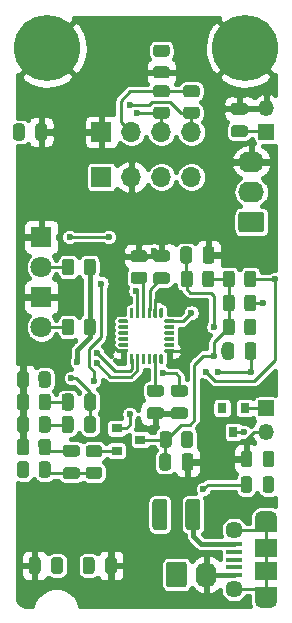
<source format=gbr>
%TF.GenerationSoftware,KiCad,Pcbnew,5.1.9-73d0e3b20d~88~ubuntu20.04.1*%
%TF.CreationDate,2021-03-24T22:28:27+08:00*%
%TF.ProjectId,elec-remote,656c6563-2d72-4656-9d6f-74652e6b6963,rev?*%
%TF.SameCoordinates,Original*%
%TF.FileFunction,Copper,L2,Bot*%
%TF.FilePolarity,Positive*%
%FSLAX46Y46*%
G04 Gerber Fmt 4.6, Leading zero omitted, Abs format (unit mm)*
G04 Created by KiCad (PCBNEW 5.1.9-73d0e3b20d~88~ubuntu20.04.1) date 2021-03-24 22:28:27*
%MOMM*%
%LPD*%
G01*
G04 APERTURE LIST*
%TA.AperFunction,ComponentPad*%
%ADD10C,5.600000*%
%TD*%
%TA.AperFunction,ComponentPad*%
%ADD11O,1.700000X1.700000*%
%TD*%
%TA.AperFunction,ComponentPad*%
%ADD12R,1.700000X1.700000*%
%TD*%
%TA.AperFunction,ComponentPad*%
%ADD13O,1.350000X1.350000*%
%TD*%
%TA.AperFunction,ComponentPad*%
%ADD14R,1.350000X1.350000*%
%TD*%
%TA.AperFunction,ComponentPad*%
%ADD15O,2.190000X1.740000*%
%TD*%
%TA.AperFunction,SMDPad,CuDef*%
%ADD16R,0.800000X0.900000*%
%TD*%
%TA.AperFunction,SMDPad,CuDef*%
%ADD17R,0.900000X0.800000*%
%TD*%
%TA.AperFunction,ComponentPad*%
%ADD18O,1.740000X2.190000*%
%TD*%
%TA.AperFunction,SMDPad,CuDef*%
%ADD19R,1.900000X1.200000*%
%TD*%
%TA.AperFunction,ComponentPad*%
%ADD20O,1.900000X1.200000*%
%TD*%
%TA.AperFunction,SMDPad,CuDef*%
%ADD21R,1.900000X1.500000*%
%TD*%
%TA.AperFunction,ComponentPad*%
%ADD22C,1.450000*%
%TD*%
%TA.AperFunction,SMDPad,CuDef*%
%ADD23R,1.350000X0.400000*%
%TD*%
%TA.AperFunction,ComponentPad*%
%ADD24C,1.800000*%
%TD*%
%TA.AperFunction,ComponentPad*%
%ADD25R,1.800000X1.800000*%
%TD*%
%TA.AperFunction,ViaPad*%
%ADD26C,0.600000*%
%TD*%
%TA.AperFunction,ViaPad*%
%ADD27C,0.800000*%
%TD*%
%TA.AperFunction,Conductor*%
%ADD28C,0.250000*%
%TD*%
%TA.AperFunction,Conductor*%
%ADD29C,0.381000*%
%TD*%
%TA.AperFunction,Conductor*%
%ADD30C,0.400000*%
%TD*%
%TA.AperFunction,Conductor*%
%ADD31C,0.100000*%
%TD*%
G04 APERTURE END LIST*
%TO.P,R16,2*%
%TO.N,/WS2812*%
%TA.AperFunction,SMDPad,CuDef*%
G36*
G01*
X43630002Y-29191000D02*
X42729998Y-29191000D01*
G75*
G02*
X42480000Y-28941002I0J249998D01*
G01*
X42480000Y-28415998D01*
G75*
G02*
X42729998Y-28166000I249998J0D01*
G01*
X43630002Y-28166000D01*
G75*
G02*
X43880000Y-28415998I0J-249998D01*
G01*
X43880000Y-28941002D01*
G75*
G02*
X43630002Y-29191000I-249998J0D01*
G01*
G37*
%TD.AperFunction*%
%TO.P,R16,1*%
%TO.N,GND*%
%TA.AperFunction,SMDPad,CuDef*%
G36*
G01*
X43630002Y-31016000D02*
X42729998Y-31016000D01*
G75*
G02*
X42480000Y-30766002I0J249998D01*
G01*
X42480000Y-30240998D01*
G75*
G02*
X42729998Y-29991000I249998J0D01*
G01*
X43630002Y-29991000D01*
G75*
G02*
X43880000Y-30240998I0J-249998D01*
G01*
X43880000Y-30766002D01*
G75*
G02*
X43630002Y-31016000I-249998J0D01*
G01*
G37*
%TD.AperFunction*%
%TD*%
%TO.P,C17,2*%
%TO.N,+BATT*%
%TA.AperFunction,SMDPad,CuDef*%
G36*
G01*
X31615000Y-35085000D02*
X31615000Y-36035000D01*
G75*
G02*
X31365000Y-36285000I-250000J0D01*
G01*
X30865000Y-36285000D01*
G75*
G02*
X30615000Y-36035000I0J250000D01*
G01*
X30615000Y-35085000D01*
G75*
G02*
X30865000Y-34835000I250000J0D01*
G01*
X31365000Y-34835000D01*
G75*
G02*
X31615000Y-35085000I0J-250000D01*
G01*
G37*
%TD.AperFunction*%
%TO.P,C17,1*%
%TO.N,GND*%
%TA.AperFunction,SMDPad,CuDef*%
G36*
G01*
X33515000Y-35085000D02*
X33515000Y-36035000D01*
G75*
G02*
X33265000Y-36285000I-250000J0D01*
G01*
X32765000Y-36285000D01*
G75*
G02*
X32515000Y-36035000I0J250000D01*
G01*
X32515000Y-35085000D01*
G75*
G02*
X32765000Y-34835000I250000J0D01*
G01*
X33265000Y-34835000D01*
G75*
G02*
X33515000Y-35085000I0J-250000D01*
G01*
G37*
%TD.AperFunction*%
%TD*%
D10*
%TO.P,H3,1*%
%TO.N,GND*%
X33528000Y-28448000D03*
%TD*%
D11*
%TO.P,JBT1,4*%
%TO.N,/TX*%
X45720000Y-39370000D03*
%TO.P,JBT1,3*%
%TO.N,/RX*%
X43180000Y-39370000D03*
%TO.P,JBT1,2*%
%TO.N,GND*%
X40640000Y-39370000D03*
D12*
%TO.P,JBT1,1*%
%TO.N,+3V3*%
X38100000Y-39370000D03*
%TD*%
D10*
%TO.P,H1,1*%
%TO.N,GND*%
X50292000Y-28448000D03*
%TD*%
D13*
%TO.P,TOP1,2*%
%TO.N,GND*%
X52070000Y-33560000D03*
D14*
%TO.P,TOP1,1*%
%TO.N,/TOP*%
X52070000Y-35560000D03*
%TD*%
D15*
%TO.P,DEBUG1,3*%
%TO.N,GND*%
X50800000Y-38100000D03*
%TO.P,DEBUG1,2*%
%TO.N,/SWIM*%
X50800000Y-40640000D03*
%TO.P,DEBUG1,1*%
%TO.N,/NRST*%
%TA.AperFunction,ComponentPad*%
G36*
G01*
X51645001Y-44050000D02*
X49954999Y-44050000D01*
G75*
G02*
X49705000Y-43800001I0J249999D01*
G01*
X49705000Y-42559999D01*
G75*
G02*
X49954999Y-42310000I249999J0D01*
G01*
X51645001Y-42310000D01*
G75*
G02*
X51895000Y-42559999I0J-249999D01*
G01*
X51895000Y-43800001D01*
G75*
G02*
X51645001Y-44050000I-249999J0D01*
G01*
G37*
%TD.AperFunction*%
%TD*%
D13*
%TO.P,BEEPER1,2*%
%TO.N,GND*%
X52070000Y-60960000D03*
D14*
%TO.P,BEEPER1,1*%
%TO.N,Net-(BEEPER1-Pad1)*%
X52070000Y-58960000D03*
%TD*%
%TO.P,C20,2*%
%TO.N,GND*%
%TA.AperFunction,SMDPad,CuDef*%
G36*
G01*
X32951000Y-71788000D02*
X32951000Y-72738000D01*
G75*
G02*
X32701000Y-72988000I-250000J0D01*
G01*
X32201000Y-72988000D01*
G75*
G02*
X31951000Y-72738000I0J250000D01*
G01*
X31951000Y-71788000D01*
G75*
G02*
X32201000Y-71538000I250000J0D01*
G01*
X32701000Y-71538000D01*
G75*
G02*
X32951000Y-71788000I0J-250000D01*
G01*
G37*
%TD.AperFunction*%
%TO.P,C20,1*%
%TO.N,+3V3*%
%TA.AperFunction,SMDPad,CuDef*%
G36*
G01*
X34851000Y-71788000D02*
X34851000Y-72738000D01*
G75*
G02*
X34601000Y-72988000I-250000J0D01*
G01*
X34101000Y-72988000D01*
G75*
G02*
X33851000Y-72738000I0J250000D01*
G01*
X33851000Y-71788000D01*
G75*
G02*
X34101000Y-71538000I250000J0D01*
G01*
X34601000Y-71538000D01*
G75*
G02*
X34851000Y-71788000I0J-250000D01*
G01*
G37*
%TD.AperFunction*%
%TD*%
D16*
%TO.P,Q2,3*%
%TO.N,Net-(Q2-Pad3)*%
X49276000Y-60944000D03*
%TO.P,Q2,2*%
%TO.N,Net-(BEEPER1-Pad1)*%
X50226000Y-58944000D03*
%TO.P,Q2,1*%
%TO.N,Net-(Q2-Pad1)*%
X48326000Y-58944000D03*
%TD*%
D17*
%TO.P,Q1,3*%
%TO.N,+3V3*%
X41386000Y-61595000D03*
%TO.P,Q1,2*%
%TO.N,/IR*%
X39386000Y-60645000D03*
%TO.P,Q1,1*%
%TO.N,Net-(Q1-Pad1)*%
X39386000Y-62545000D03*
%TD*%
D11*
%TO.P,LCD1,4*%
%TO.N,/SDA*%
X45720000Y-35560000D03*
%TO.P,LCD1,3*%
%TO.N,/SCL*%
X43180000Y-35560000D03*
%TO.P,LCD1,2*%
%TO.N,+3V3*%
X40640000Y-35560000D03*
D12*
%TO.P,LCD1,1*%
%TO.N,GND*%
X38100000Y-35560000D03*
%TD*%
%TO.P,U2,24*%
%TO.N,/SDA*%
%TA.AperFunction,SMDPad,CuDef*%
G36*
G01*
X40585000Y-54357000D02*
X40735000Y-54357000D01*
G75*
G02*
X40810000Y-54432000I0J-75000D01*
G01*
X40810000Y-55132000D01*
G75*
G02*
X40735000Y-55207000I-75000J0D01*
G01*
X40585000Y-55207000D01*
G75*
G02*
X40510000Y-55132000I0J75000D01*
G01*
X40510000Y-54432000D01*
G75*
G02*
X40585000Y-54357000I75000J0D01*
G01*
G37*
%TD.AperFunction*%
%TO.P,U2,23*%
%TO.N,/SCL*%
%TA.AperFunction,SMDPad,CuDef*%
G36*
G01*
X41085000Y-54357000D02*
X41235000Y-54357000D01*
G75*
G02*
X41310000Y-54432000I0J-75000D01*
G01*
X41310000Y-55132000D01*
G75*
G02*
X41235000Y-55207000I-75000J0D01*
G01*
X41085000Y-55207000D01*
G75*
G02*
X41010000Y-55132000I0J75000D01*
G01*
X41010000Y-54432000D01*
G75*
G02*
X41085000Y-54357000I75000J0D01*
G01*
G37*
%TD.AperFunction*%
%TO.P,U2,22*%
%TO.N,N/C*%
%TA.AperFunction,SMDPad,CuDef*%
G36*
G01*
X41585000Y-54357000D02*
X41735000Y-54357000D01*
G75*
G02*
X41810000Y-54432000I0J-75000D01*
G01*
X41810000Y-55132000D01*
G75*
G02*
X41735000Y-55207000I-75000J0D01*
G01*
X41585000Y-55207000D01*
G75*
G02*
X41510000Y-55132000I0J75000D01*
G01*
X41510000Y-54432000D01*
G75*
G02*
X41585000Y-54357000I75000J0D01*
G01*
G37*
%TD.AperFunction*%
%TO.P,U2,21*%
%TA.AperFunction,SMDPad,CuDef*%
G36*
G01*
X42085000Y-54357000D02*
X42235000Y-54357000D01*
G75*
G02*
X42310000Y-54432000I0J-75000D01*
G01*
X42310000Y-55132000D01*
G75*
G02*
X42235000Y-55207000I-75000J0D01*
G01*
X42085000Y-55207000D01*
G75*
G02*
X42010000Y-55132000I0J75000D01*
G01*
X42010000Y-54432000D01*
G75*
G02*
X42085000Y-54357000I75000J0D01*
G01*
G37*
%TD.AperFunction*%
%TO.P,U2,20*%
%TO.N,Net-(C10-Pad2)*%
%TA.AperFunction,SMDPad,CuDef*%
G36*
G01*
X42585000Y-54357000D02*
X42735000Y-54357000D01*
G75*
G02*
X42810000Y-54432000I0J-75000D01*
G01*
X42810000Y-55132000D01*
G75*
G02*
X42735000Y-55207000I-75000J0D01*
G01*
X42585000Y-55207000D01*
G75*
G02*
X42510000Y-55132000I0J75000D01*
G01*
X42510000Y-54432000D01*
G75*
G02*
X42585000Y-54357000I75000J0D01*
G01*
G37*
%TD.AperFunction*%
%TO.P,U2,19*%
%TO.N,N/C*%
%TA.AperFunction,SMDPad,CuDef*%
G36*
G01*
X43085000Y-54357000D02*
X43235000Y-54357000D01*
G75*
G02*
X43310000Y-54432000I0J-75000D01*
G01*
X43310000Y-55132000D01*
G75*
G02*
X43235000Y-55207000I-75000J0D01*
G01*
X43085000Y-55207000D01*
G75*
G02*
X43010000Y-55132000I0J75000D01*
G01*
X43010000Y-54432000D01*
G75*
G02*
X43085000Y-54357000I75000J0D01*
G01*
G37*
%TD.AperFunction*%
%TO.P,U2,18*%
%TO.N,GND*%
%TA.AperFunction,SMDPad,CuDef*%
G36*
G01*
X43435000Y-54157000D02*
X43435000Y-54007000D01*
G75*
G02*
X43510000Y-53932000I75000J0D01*
G01*
X44210000Y-53932000D01*
G75*
G02*
X44285000Y-54007000I0J-75000D01*
G01*
X44285000Y-54157000D01*
G75*
G02*
X44210000Y-54232000I-75000J0D01*
G01*
X43510000Y-54232000D01*
G75*
G02*
X43435000Y-54157000I0J75000D01*
G01*
G37*
%TD.AperFunction*%
%TO.P,U2,17*%
%TO.N,N/C*%
%TA.AperFunction,SMDPad,CuDef*%
G36*
G01*
X43435000Y-53657000D02*
X43435000Y-53507000D01*
G75*
G02*
X43510000Y-53432000I75000J0D01*
G01*
X44210000Y-53432000D01*
G75*
G02*
X44285000Y-53507000I0J-75000D01*
G01*
X44285000Y-53657000D01*
G75*
G02*
X44210000Y-53732000I-75000J0D01*
G01*
X43510000Y-53732000D01*
G75*
G02*
X43435000Y-53657000I0J75000D01*
G01*
G37*
%TD.AperFunction*%
%TO.P,U2,16*%
%TA.AperFunction,SMDPad,CuDef*%
G36*
G01*
X43435000Y-53157000D02*
X43435000Y-53007000D01*
G75*
G02*
X43510000Y-52932000I75000J0D01*
G01*
X44210000Y-52932000D01*
G75*
G02*
X44285000Y-53007000I0J-75000D01*
G01*
X44285000Y-53157000D01*
G75*
G02*
X44210000Y-53232000I-75000J0D01*
G01*
X43510000Y-53232000D01*
G75*
G02*
X43435000Y-53157000I0J75000D01*
G01*
G37*
%TD.AperFunction*%
%TO.P,U2,15*%
%TA.AperFunction,SMDPad,CuDef*%
G36*
G01*
X43435000Y-52657000D02*
X43435000Y-52507000D01*
G75*
G02*
X43510000Y-52432000I75000J0D01*
G01*
X44210000Y-52432000D01*
G75*
G02*
X44285000Y-52507000I0J-75000D01*
G01*
X44285000Y-52657000D01*
G75*
G02*
X44210000Y-52732000I-75000J0D01*
G01*
X43510000Y-52732000D01*
G75*
G02*
X43435000Y-52657000I0J75000D01*
G01*
G37*
%TD.AperFunction*%
%TO.P,U2,14*%
%TA.AperFunction,SMDPad,CuDef*%
G36*
G01*
X43435000Y-52157000D02*
X43435000Y-52007000D01*
G75*
G02*
X43510000Y-51932000I75000J0D01*
G01*
X44210000Y-51932000D01*
G75*
G02*
X44285000Y-52007000I0J-75000D01*
G01*
X44285000Y-52157000D01*
G75*
G02*
X44210000Y-52232000I-75000J0D01*
G01*
X43510000Y-52232000D01*
G75*
G02*
X43435000Y-52157000I0J75000D01*
G01*
G37*
%TD.AperFunction*%
%TO.P,U2,13*%
%TO.N,+3V3*%
%TA.AperFunction,SMDPad,CuDef*%
G36*
G01*
X43435000Y-51657000D02*
X43435000Y-51507000D01*
G75*
G02*
X43510000Y-51432000I75000J0D01*
G01*
X44210000Y-51432000D01*
G75*
G02*
X44285000Y-51507000I0J-75000D01*
G01*
X44285000Y-51657000D01*
G75*
G02*
X44210000Y-51732000I-75000J0D01*
G01*
X43510000Y-51732000D01*
G75*
G02*
X43435000Y-51657000I0J75000D01*
G01*
G37*
%TD.AperFunction*%
%TO.P,U2,12*%
%TO.N,N/C*%
%TA.AperFunction,SMDPad,CuDef*%
G36*
G01*
X43085000Y-50457000D02*
X43235000Y-50457000D01*
G75*
G02*
X43310000Y-50532000I0J-75000D01*
G01*
X43310000Y-51232000D01*
G75*
G02*
X43235000Y-51307000I-75000J0D01*
G01*
X43085000Y-51307000D01*
G75*
G02*
X43010000Y-51232000I0J75000D01*
G01*
X43010000Y-50532000D01*
G75*
G02*
X43085000Y-50457000I75000J0D01*
G01*
G37*
%TD.AperFunction*%
%TO.P,U2,11*%
%TO.N,GND*%
%TA.AperFunction,SMDPad,CuDef*%
G36*
G01*
X42585000Y-50457000D02*
X42735000Y-50457000D01*
G75*
G02*
X42810000Y-50532000I0J-75000D01*
G01*
X42810000Y-51232000D01*
G75*
G02*
X42735000Y-51307000I-75000J0D01*
G01*
X42585000Y-51307000D01*
G75*
G02*
X42510000Y-51232000I0J75000D01*
G01*
X42510000Y-50532000D01*
G75*
G02*
X42585000Y-50457000I75000J0D01*
G01*
G37*
%TD.AperFunction*%
%TO.P,U2,10*%
%TO.N,Net-(C7-Pad2)*%
%TA.AperFunction,SMDPad,CuDef*%
G36*
G01*
X42085000Y-50457000D02*
X42235000Y-50457000D01*
G75*
G02*
X42310000Y-50532000I0J-75000D01*
G01*
X42310000Y-51232000D01*
G75*
G02*
X42235000Y-51307000I-75000J0D01*
G01*
X42085000Y-51307000D01*
G75*
G02*
X42010000Y-51232000I0J75000D01*
G01*
X42010000Y-50532000D01*
G75*
G02*
X42085000Y-50457000I75000J0D01*
G01*
G37*
%TD.AperFunction*%
%TO.P,U2,9*%
%TO.N,Net-(R2-Pad1)*%
%TA.AperFunction,SMDPad,CuDef*%
G36*
G01*
X41585000Y-50457000D02*
X41735000Y-50457000D01*
G75*
G02*
X41810000Y-50532000I0J-75000D01*
G01*
X41810000Y-51232000D01*
G75*
G02*
X41735000Y-51307000I-75000J0D01*
G01*
X41585000Y-51307000D01*
G75*
G02*
X41510000Y-51232000I0J75000D01*
G01*
X41510000Y-50532000D01*
G75*
G02*
X41585000Y-50457000I75000J0D01*
G01*
G37*
%TD.AperFunction*%
%TO.P,U2,8*%
%TO.N,+3V3*%
%TA.AperFunction,SMDPad,CuDef*%
G36*
G01*
X41085000Y-50457000D02*
X41235000Y-50457000D01*
G75*
G02*
X41310000Y-50532000I0J-75000D01*
G01*
X41310000Y-51232000D01*
G75*
G02*
X41235000Y-51307000I-75000J0D01*
G01*
X41085000Y-51307000D01*
G75*
G02*
X41010000Y-51232000I0J75000D01*
G01*
X41010000Y-50532000D01*
G75*
G02*
X41085000Y-50457000I75000J0D01*
G01*
G37*
%TD.AperFunction*%
%TO.P,U2,7*%
%TO.N,N/C*%
%TA.AperFunction,SMDPad,CuDef*%
G36*
G01*
X40585000Y-50457000D02*
X40735000Y-50457000D01*
G75*
G02*
X40810000Y-50532000I0J-75000D01*
G01*
X40810000Y-51232000D01*
G75*
G02*
X40735000Y-51307000I-75000J0D01*
G01*
X40585000Y-51307000D01*
G75*
G02*
X40510000Y-51232000I0J75000D01*
G01*
X40510000Y-50532000D01*
G75*
G02*
X40585000Y-50457000I75000J0D01*
G01*
G37*
%TD.AperFunction*%
%TO.P,U2,6*%
%TA.AperFunction,SMDPad,CuDef*%
G36*
G01*
X39535000Y-51657000D02*
X39535000Y-51507000D01*
G75*
G02*
X39610000Y-51432000I75000J0D01*
G01*
X40310000Y-51432000D01*
G75*
G02*
X40385000Y-51507000I0J-75000D01*
G01*
X40385000Y-51657000D01*
G75*
G02*
X40310000Y-51732000I-75000J0D01*
G01*
X39610000Y-51732000D01*
G75*
G02*
X39535000Y-51657000I0J75000D01*
G01*
G37*
%TD.AperFunction*%
%TO.P,U2,5*%
%TA.AperFunction,SMDPad,CuDef*%
G36*
G01*
X39535000Y-52157000D02*
X39535000Y-52007000D01*
G75*
G02*
X39610000Y-51932000I75000J0D01*
G01*
X40310000Y-51932000D01*
G75*
G02*
X40385000Y-52007000I0J-75000D01*
G01*
X40385000Y-52157000D01*
G75*
G02*
X40310000Y-52232000I-75000J0D01*
G01*
X39610000Y-52232000D01*
G75*
G02*
X39535000Y-52157000I0J75000D01*
G01*
G37*
%TD.AperFunction*%
%TO.P,U2,4*%
%TA.AperFunction,SMDPad,CuDef*%
G36*
G01*
X39535000Y-52657000D02*
X39535000Y-52507000D01*
G75*
G02*
X39610000Y-52432000I75000J0D01*
G01*
X40310000Y-52432000D01*
G75*
G02*
X40385000Y-52507000I0J-75000D01*
G01*
X40385000Y-52657000D01*
G75*
G02*
X40310000Y-52732000I-75000J0D01*
G01*
X39610000Y-52732000D01*
G75*
G02*
X39535000Y-52657000I0J75000D01*
G01*
G37*
%TD.AperFunction*%
%TO.P,U2,3*%
%TA.AperFunction,SMDPad,CuDef*%
G36*
G01*
X39535000Y-53157000D02*
X39535000Y-53007000D01*
G75*
G02*
X39610000Y-52932000I75000J0D01*
G01*
X40310000Y-52932000D01*
G75*
G02*
X40385000Y-53007000I0J-75000D01*
G01*
X40385000Y-53157000D01*
G75*
G02*
X40310000Y-53232000I-75000J0D01*
G01*
X39610000Y-53232000D01*
G75*
G02*
X39535000Y-53157000I0J75000D01*
G01*
G37*
%TD.AperFunction*%
%TO.P,U2,2*%
%TA.AperFunction,SMDPad,CuDef*%
G36*
G01*
X39535000Y-53657000D02*
X39535000Y-53507000D01*
G75*
G02*
X39610000Y-53432000I75000J0D01*
G01*
X40310000Y-53432000D01*
G75*
G02*
X40385000Y-53507000I0J-75000D01*
G01*
X40385000Y-53657000D01*
G75*
G02*
X40310000Y-53732000I-75000J0D01*
G01*
X39610000Y-53732000D01*
G75*
G02*
X39535000Y-53657000I0J75000D01*
G01*
G37*
%TD.AperFunction*%
%TO.P,U2,1*%
%TO.N,GND*%
%TA.AperFunction,SMDPad,CuDef*%
G36*
G01*
X39535000Y-54157000D02*
X39535000Y-54007000D01*
G75*
G02*
X39610000Y-53932000I75000J0D01*
G01*
X40310000Y-53932000D01*
G75*
G02*
X40385000Y-54007000I0J-75000D01*
G01*
X40385000Y-54157000D01*
G75*
G02*
X40310000Y-54232000I-75000J0D01*
G01*
X39610000Y-54232000D01*
G75*
G02*
X39535000Y-54157000I0J75000D01*
G01*
G37*
%TD.AperFunction*%
%TD*%
%TO.P,R24,2*%
%TO.N,+3V3*%
%TA.AperFunction,SMDPad,CuDef*%
G36*
G01*
X44050000Y-61144998D02*
X44050000Y-62045002D01*
G75*
G02*
X43800002Y-62295000I-249998J0D01*
G01*
X43274998Y-62295000D01*
G75*
G02*
X43025000Y-62045002I0J249998D01*
G01*
X43025000Y-61144998D01*
G75*
G02*
X43274998Y-60895000I249998J0D01*
G01*
X43800002Y-60895000D01*
G75*
G02*
X44050000Y-61144998I0J-249998D01*
G01*
G37*
%TD.AperFunction*%
%TO.P,R24,1*%
%TO.N,Net-(Q2-Pad3)*%
%TA.AperFunction,SMDPad,CuDef*%
G36*
G01*
X45875000Y-61144998D02*
X45875000Y-62045002D01*
G75*
G02*
X45625002Y-62295000I-249998J0D01*
G01*
X45099998Y-62295000D01*
G75*
G02*
X44850000Y-62045002I0J249998D01*
G01*
X44850000Y-61144998D01*
G75*
G02*
X45099998Y-60895000I249998J0D01*
G01*
X45625002Y-60895000D01*
G75*
G02*
X45875000Y-61144998I0J-249998D01*
G01*
G37*
%TD.AperFunction*%
%TD*%
%TO.P,R15,2*%
%TO.N,Net-(C13-Pad1)*%
%TA.AperFunction,SMDPad,CuDef*%
G36*
G01*
X37014998Y-63900000D02*
X37915002Y-63900000D01*
G75*
G02*
X38165000Y-64149998I0J-249998D01*
G01*
X38165000Y-64675002D01*
G75*
G02*
X37915002Y-64925000I-249998J0D01*
G01*
X37014998Y-64925000D01*
G75*
G02*
X36765000Y-64675002I0J249998D01*
G01*
X36765000Y-64149998D01*
G75*
G02*
X37014998Y-63900000I249998J0D01*
G01*
G37*
%TD.AperFunction*%
%TO.P,R15,1*%
%TO.N,Net-(Q1-Pad1)*%
%TA.AperFunction,SMDPad,CuDef*%
G36*
G01*
X37014998Y-62075000D02*
X37915002Y-62075000D01*
G75*
G02*
X38165000Y-62324998I0J-249998D01*
G01*
X38165000Y-62850002D01*
G75*
G02*
X37915002Y-63100000I-249998J0D01*
G01*
X37014998Y-63100000D01*
G75*
G02*
X36765000Y-62850002I0J249998D01*
G01*
X36765000Y-62324998D01*
G75*
G02*
X37014998Y-62075000I249998J0D01*
G01*
G37*
%TD.AperFunction*%
%TD*%
%TO.P,R14,2*%
%TO.N,Net-(C13-Pad2)*%
%TA.AperFunction,SMDPad,CuDef*%
G36*
G01*
X31985000Y-63684998D02*
X31985000Y-64585002D01*
G75*
G02*
X31735002Y-64835000I-249998J0D01*
G01*
X31209998Y-64835000D01*
G75*
G02*
X30960000Y-64585002I0J249998D01*
G01*
X30960000Y-63684998D01*
G75*
G02*
X31209998Y-63435000I249998J0D01*
G01*
X31735002Y-63435000D01*
G75*
G02*
X31985000Y-63684998I0J-249998D01*
G01*
G37*
%TD.AperFunction*%
%TO.P,R14,1*%
%TO.N,Net-(C13-Pad1)*%
%TA.AperFunction,SMDPad,CuDef*%
G36*
G01*
X33810000Y-63684998D02*
X33810000Y-64585002D01*
G75*
G02*
X33560002Y-64835000I-249998J0D01*
G01*
X33034998Y-64835000D01*
G75*
G02*
X32785000Y-64585002I0J249998D01*
G01*
X32785000Y-63684998D01*
G75*
G02*
X33034998Y-63435000I249998J0D01*
G01*
X33560002Y-63435000D01*
G75*
G02*
X33810000Y-63684998I0J-249998D01*
G01*
G37*
%TD.AperFunction*%
%TD*%
%TO.P,R13,2*%
%TO.N,GND*%
%TA.AperFunction,SMDPad,CuDef*%
G36*
G01*
X31985000Y-61779998D02*
X31985000Y-62680002D01*
G75*
G02*
X31735002Y-62930000I-249998J0D01*
G01*
X31209998Y-62930000D01*
G75*
G02*
X30960000Y-62680002I0J249998D01*
G01*
X30960000Y-61779998D01*
G75*
G02*
X31209998Y-61530000I249998J0D01*
G01*
X31735002Y-61530000D01*
G75*
G02*
X31985000Y-61779998I0J-249998D01*
G01*
G37*
%TD.AperFunction*%
%TO.P,R13,1*%
%TO.N,Net-(C13-Pad2)*%
%TA.AperFunction,SMDPad,CuDef*%
G36*
G01*
X33810000Y-61779998D02*
X33810000Y-62680002D01*
G75*
G02*
X33560002Y-62930000I-249998J0D01*
G01*
X33034998Y-62930000D01*
G75*
G02*
X32785000Y-62680002I0J249998D01*
G01*
X32785000Y-61779998D01*
G75*
G02*
X33034998Y-61530000I249998J0D01*
G01*
X33560002Y-61530000D01*
G75*
G02*
X33810000Y-61779998I0J-249998D01*
G01*
G37*
%TD.AperFunction*%
%TD*%
%TO.P,R12,2*%
%TO.N,+3V3*%
%TA.AperFunction,SMDPad,CuDef*%
G36*
G01*
X46628000Y-48456002D02*
X46628000Y-47555998D01*
G75*
G02*
X46877998Y-47306000I249998J0D01*
G01*
X47403002Y-47306000D01*
G75*
G02*
X47653000Y-47555998I0J-249998D01*
G01*
X47653000Y-48456002D01*
G75*
G02*
X47403002Y-48706000I-249998J0D01*
G01*
X46877998Y-48706000D01*
G75*
G02*
X46628000Y-48456002I0J249998D01*
G01*
G37*
%TD.AperFunction*%
%TO.P,R12,1*%
%TO.N,/SIDE*%
%TA.AperFunction,SMDPad,CuDef*%
G36*
G01*
X44803000Y-48456002D02*
X44803000Y-47555998D01*
G75*
G02*
X45052998Y-47306000I249998J0D01*
G01*
X45578002Y-47306000D01*
G75*
G02*
X45828000Y-47555998I0J-249998D01*
G01*
X45828000Y-48456002D01*
G75*
G02*
X45578002Y-48706000I-249998J0D01*
G01*
X45052998Y-48706000D01*
G75*
G02*
X44803000Y-48456002I0J249998D01*
G01*
G37*
%TD.AperFunction*%
%TD*%
%TO.P,R11,2*%
%TO.N,Net-(C11-Pad1)*%
%TA.AperFunction,SMDPad,CuDef*%
G36*
G01*
X32785000Y-60775002D02*
X32785000Y-59874998D01*
G75*
G02*
X33034998Y-59625000I249998J0D01*
G01*
X33560002Y-59625000D01*
G75*
G02*
X33810000Y-59874998I0J-249998D01*
G01*
X33810000Y-60775002D01*
G75*
G02*
X33560002Y-61025000I-249998J0D01*
G01*
X33034998Y-61025000D01*
G75*
G02*
X32785000Y-60775002I0J249998D01*
G01*
G37*
%TD.AperFunction*%
%TO.P,R11,1*%
%TO.N,GND*%
%TA.AperFunction,SMDPad,CuDef*%
G36*
G01*
X30960000Y-60775002D02*
X30960000Y-59874998D01*
G75*
G02*
X31209998Y-59625000I249998J0D01*
G01*
X31735002Y-59625000D01*
G75*
G02*
X31985000Y-59874998I0J-249998D01*
G01*
X31985000Y-60775002D01*
G75*
G02*
X31735002Y-61025000I-249998J0D01*
G01*
X31209998Y-61025000D01*
G75*
G02*
X30960000Y-60775002I0J249998D01*
G01*
G37*
%TD.AperFunction*%
%TD*%
%TO.P,R10,2*%
%TO.N,+3V3*%
%TA.AperFunction,SMDPad,CuDef*%
G36*
G01*
X46170002Y-32620000D02*
X45269998Y-32620000D01*
G75*
G02*
X45020000Y-32370002I0J249998D01*
G01*
X45020000Y-31844998D01*
G75*
G02*
X45269998Y-31595000I249998J0D01*
G01*
X46170002Y-31595000D01*
G75*
G02*
X46420000Y-31844998I0J-249998D01*
G01*
X46420000Y-32370002D01*
G75*
G02*
X46170002Y-32620000I-249998J0D01*
G01*
G37*
%TD.AperFunction*%
%TO.P,R10,1*%
%TO.N,/SDA*%
%TA.AperFunction,SMDPad,CuDef*%
G36*
G01*
X46170002Y-34445000D02*
X45269998Y-34445000D01*
G75*
G02*
X45020000Y-34195002I0J249998D01*
G01*
X45020000Y-33669998D01*
G75*
G02*
X45269998Y-33420000I249998J0D01*
G01*
X46170002Y-33420000D01*
G75*
G02*
X46420000Y-33669998I0J-249998D01*
G01*
X46420000Y-34195002D01*
G75*
G02*
X46170002Y-34445000I-249998J0D01*
G01*
G37*
%TD.AperFunction*%
%TD*%
%TO.P,R9,2*%
%TO.N,+3V3*%
%TA.AperFunction,SMDPad,CuDef*%
G36*
G01*
X43630002Y-32620000D02*
X42729998Y-32620000D01*
G75*
G02*
X42480000Y-32370002I0J249998D01*
G01*
X42480000Y-31844998D01*
G75*
G02*
X42729998Y-31595000I249998J0D01*
G01*
X43630002Y-31595000D01*
G75*
G02*
X43880000Y-31844998I0J-249998D01*
G01*
X43880000Y-32370002D01*
G75*
G02*
X43630002Y-32620000I-249998J0D01*
G01*
G37*
%TD.AperFunction*%
%TO.P,R9,1*%
%TO.N,/SCL*%
%TA.AperFunction,SMDPad,CuDef*%
G36*
G01*
X43630002Y-34445000D02*
X42729998Y-34445000D01*
G75*
G02*
X42480000Y-34195002I0J249998D01*
G01*
X42480000Y-33669998D01*
G75*
G02*
X42729998Y-33420000I249998J0D01*
G01*
X43630002Y-33420000D01*
G75*
G02*
X43880000Y-33669998I0J-249998D01*
G01*
X43880000Y-34195002D01*
G75*
G02*
X43630002Y-34445000I-249998J0D01*
G01*
G37*
%TD.AperFunction*%
%TD*%
%TO.P,R8,2*%
%TO.N,Net-(C8-Pad2)*%
%TA.AperFunction,SMDPad,CuDef*%
G36*
G01*
X32785000Y-58870002D02*
X32785000Y-57969998D01*
G75*
G02*
X33034998Y-57720000I249998J0D01*
G01*
X33560002Y-57720000D01*
G75*
G02*
X33810000Y-57969998I0J-249998D01*
G01*
X33810000Y-58870002D01*
G75*
G02*
X33560002Y-59120000I-249998J0D01*
G01*
X33034998Y-59120000D01*
G75*
G02*
X32785000Y-58870002I0J249998D01*
G01*
G37*
%TD.AperFunction*%
%TO.P,R8,1*%
%TO.N,GND*%
%TA.AperFunction,SMDPad,CuDef*%
G36*
G01*
X30960000Y-58870002D02*
X30960000Y-57969998D01*
G75*
G02*
X31209998Y-57720000I249998J0D01*
G01*
X31735002Y-57720000D01*
G75*
G02*
X31985000Y-57969998I0J-249998D01*
G01*
X31985000Y-58870002D01*
G75*
G02*
X31735002Y-59120000I-249998J0D01*
G01*
X31209998Y-59120000D01*
G75*
G02*
X30960000Y-58870002I0J249998D01*
G01*
G37*
%TD.AperFunction*%
%TD*%
%TO.P,R7,2*%
%TO.N,+3V3*%
%TA.AperFunction,SMDPad,CuDef*%
G36*
G01*
X49384000Y-47555998D02*
X49384000Y-48456002D01*
G75*
G02*
X49134002Y-48706000I-249998J0D01*
G01*
X48608998Y-48706000D01*
G75*
G02*
X48359000Y-48456002I0J249998D01*
G01*
X48359000Y-47555998D01*
G75*
G02*
X48608998Y-47306000I249998J0D01*
G01*
X49134002Y-47306000D01*
G75*
G02*
X49384000Y-47555998I0J-249998D01*
G01*
G37*
%TD.AperFunction*%
%TO.P,R7,1*%
%TO.N,/TOP*%
%TA.AperFunction,SMDPad,CuDef*%
G36*
G01*
X51209000Y-47555998D02*
X51209000Y-48456002D01*
G75*
G02*
X50959002Y-48706000I-249998J0D01*
G01*
X50433998Y-48706000D01*
G75*
G02*
X50184000Y-48456002I0J249998D01*
G01*
X50184000Y-47555998D01*
G75*
G02*
X50433998Y-47306000I249998J0D01*
G01*
X50959002Y-47306000D01*
G75*
G02*
X51209000Y-47555998I0J-249998D01*
G01*
G37*
%TD.AperFunction*%
%TD*%
%TO.P,R6,2*%
%TO.N,+3V3*%
%TA.AperFunction,SMDPad,CuDef*%
G36*
G01*
X49384000Y-49587998D02*
X49384000Y-50488002D01*
G75*
G02*
X49134002Y-50738000I-249998J0D01*
G01*
X48608998Y-50738000D01*
G75*
G02*
X48359000Y-50488002I0J249998D01*
G01*
X48359000Y-49587998D01*
G75*
G02*
X48608998Y-49338000I249998J0D01*
G01*
X49134002Y-49338000D01*
G75*
G02*
X49384000Y-49587998I0J-249998D01*
G01*
G37*
%TD.AperFunction*%
%TO.P,R6,1*%
%TO.N,/SWIM*%
%TA.AperFunction,SMDPad,CuDef*%
G36*
G01*
X51209000Y-49587998D02*
X51209000Y-50488002D01*
G75*
G02*
X50959002Y-50738000I-249998J0D01*
G01*
X50433998Y-50738000D01*
G75*
G02*
X50184000Y-50488002I0J249998D01*
G01*
X50184000Y-49587998D01*
G75*
G02*
X50433998Y-49338000I249998J0D01*
G01*
X50959002Y-49338000D01*
G75*
G02*
X51209000Y-49587998I0J-249998D01*
G01*
G37*
%TD.AperFunction*%
%TD*%
%TO.P,R5,2*%
%TO.N,Net-(C4-Pad1)*%
%TA.AperFunction,SMDPad,CuDef*%
G36*
G01*
X32785000Y-56965002D02*
X32785000Y-56064998D01*
G75*
G02*
X33034998Y-55815000I249998J0D01*
G01*
X33560002Y-55815000D01*
G75*
G02*
X33810000Y-56064998I0J-249998D01*
G01*
X33810000Y-56965002D01*
G75*
G02*
X33560002Y-57215000I-249998J0D01*
G01*
X33034998Y-57215000D01*
G75*
G02*
X32785000Y-56965002I0J249998D01*
G01*
G37*
%TD.AperFunction*%
%TO.P,R5,1*%
%TO.N,GND*%
%TA.AperFunction,SMDPad,CuDef*%
G36*
G01*
X30960000Y-56965002D02*
X30960000Y-56064998D01*
G75*
G02*
X31209998Y-55815000I249998J0D01*
G01*
X31735002Y-55815000D01*
G75*
G02*
X31985000Y-56064998I0J-249998D01*
G01*
X31985000Y-56965002D01*
G75*
G02*
X31735002Y-57215000I-249998J0D01*
G01*
X31209998Y-57215000D01*
G75*
G02*
X30960000Y-56965002I0J249998D01*
G01*
G37*
%TD.AperFunction*%
%TD*%
%TO.P,R4,2*%
%TO.N,+3V3*%
%TA.AperFunction,SMDPad,CuDef*%
G36*
G01*
X36595000Y-52520002D02*
X36595000Y-51619998D01*
G75*
G02*
X36844998Y-51370000I249998J0D01*
G01*
X37370002Y-51370000D01*
G75*
G02*
X37620000Y-51619998I0J-249998D01*
G01*
X37620000Y-52520002D01*
G75*
G02*
X37370002Y-52770000I-249998J0D01*
G01*
X36844998Y-52770000D01*
G75*
G02*
X36595000Y-52520002I0J249998D01*
G01*
G37*
%TD.AperFunction*%
%TO.P,R4,1*%
%TO.N,Net-(C4-Pad2)*%
%TA.AperFunction,SMDPad,CuDef*%
G36*
G01*
X34770000Y-52520002D02*
X34770000Y-51619998D01*
G75*
G02*
X35019998Y-51370000I249998J0D01*
G01*
X35545002Y-51370000D01*
G75*
G02*
X35795000Y-51619998I0J-249998D01*
G01*
X35795000Y-52520002D01*
G75*
G02*
X35545002Y-52770000I-249998J0D01*
G01*
X35019998Y-52770000D01*
G75*
G02*
X34770000Y-52520002I0J249998D01*
G01*
G37*
%TD.AperFunction*%
%TD*%
%TO.P,R3,2*%
%TO.N,+3V3*%
%TA.AperFunction,SMDPad,CuDef*%
G36*
G01*
X49384000Y-51619998D02*
X49384000Y-52520002D01*
G75*
G02*
X49134002Y-52770000I-249998J0D01*
G01*
X48608998Y-52770000D01*
G75*
G02*
X48359000Y-52520002I0J249998D01*
G01*
X48359000Y-51619998D01*
G75*
G02*
X48608998Y-51370000I249998J0D01*
G01*
X49134002Y-51370000D01*
G75*
G02*
X49384000Y-51619998I0J-249998D01*
G01*
G37*
%TD.AperFunction*%
%TO.P,R3,1*%
%TO.N,/NRST*%
%TA.AperFunction,SMDPad,CuDef*%
G36*
G01*
X51209000Y-51619998D02*
X51209000Y-52520002D01*
G75*
G02*
X50959002Y-52770000I-249998J0D01*
G01*
X50433998Y-52770000D01*
G75*
G02*
X50184000Y-52520002I0J249998D01*
G01*
X50184000Y-51619998D01*
G75*
G02*
X50433998Y-51370000I249998J0D01*
G01*
X50959002Y-51370000D01*
G75*
G02*
X51209000Y-51619998I0J-249998D01*
G01*
G37*
%TD.AperFunction*%
%TD*%
%TO.P,R2,2*%
%TO.N,GND*%
%TA.AperFunction,SMDPad,CuDef*%
G36*
G01*
X41725002Y-46590000D02*
X40824998Y-46590000D01*
G75*
G02*
X40575000Y-46340002I0J249998D01*
G01*
X40575000Y-45814998D01*
G75*
G02*
X40824998Y-45565000I249998J0D01*
G01*
X41725002Y-45565000D01*
G75*
G02*
X41975000Y-45814998I0J-249998D01*
G01*
X41975000Y-46340002D01*
G75*
G02*
X41725002Y-46590000I-249998J0D01*
G01*
G37*
%TD.AperFunction*%
%TO.P,R2,1*%
%TO.N,Net-(R2-Pad1)*%
%TA.AperFunction,SMDPad,CuDef*%
G36*
G01*
X41725002Y-48415000D02*
X40824998Y-48415000D01*
G75*
G02*
X40575000Y-48165002I0J249998D01*
G01*
X40575000Y-47639998D01*
G75*
G02*
X40824998Y-47390000I249998J0D01*
G01*
X41725002Y-47390000D01*
G75*
G02*
X41975000Y-47639998I0J-249998D01*
G01*
X41975000Y-48165002D01*
G75*
G02*
X41725002Y-48415000I-249998J0D01*
G01*
G37*
%TD.AperFunction*%
%TD*%
%TO.P,R1,2*%
%TO.N,+3V3*%
%TA.AperFunction,SMDPad,CuDef*%
G36*
G01*
X36595000Y-47440002D02*
X36595000Y-46539998D01*
G75*
G02*
X36844998Y-46290000I249998J0D01*
G01*
X37370002Y-46290000D01*
G75*
G02*
X37620000Y-46539998I0J-249998D01*
G01*
X37620000Y-47440002D01*
G75*
G02*
X37370002Y-47690000I-249998J0D01*
G01*
X36844998Y-47690000D01*
G75*
G02*
X36595000Y-47440002I0J249998D01*
G01*
G37*
%TD.AperFunction*%
%TO.P,R1,1*%
%TO.N,Net-(D1-Pad2)*%
%TA.AperFunction,SMDPad,CuDef*%
G36*
G01*
X34770000Y-47440002D02*
X34770000Y-46539998D01*
G75*
G02*
X35019998Y-46290000I249998J0D01*
G01*
X35545002Y-46290000D01*
G75*
G02*
X35795000Y-46539998I0J-249998D01*
G01*
X35795000Y-47440002D01*
G75*
G02*
X35545002Y-47690000I-249998J0D01*
G01*
X35019998Y-47690000D01*
G75*
G02*
X34770000Y-47440002I0J249998D01*
G01*
G37*
%TD.AperFunction*%
%TD*%
D18*
%TO.P,BATT1,2*%
%TO.N,GND*%
X46990000Y-73025000D03*
%TO.P,BATT1,1*%
%TO.N,Net-(BATT1-Pad1)*%
%TA.AperFunction,ComponentPad*%
G36*
G01*
X43580000Y-73870001D02*
X43580000Y-72179999D01*
G75*
G02*
X43829999Y-71930000I249999J0D01*
G01*
X45070001Y-71930000D01*
G75*
G02*
X45320000Y-72179999I0J-249999D01*
G01*
X45320000Y-73870001D01*
G75*
G02*
X45070001Y-74120000I-249999J0D01*
G01*
X43829999Y-74120000D01*
G75*
G02*
X43580000Y-73870001I0J249999D01*
G01*
G37*
%TD.AperFunction*%
%TD*%
D19*
%TO.P,J2,6*%
%TO.N,Net-(J2-Pad6)*%
X52037500Y-68855000D03*
X52037500Y-74655000D03*
D20*
X52037500Y-75255000D03*
X52037500Y-68255000D03*
D21*
X52037500Y-70755000D03*
D22*
X49337500Y-74255000D03*
D23*
%TO.P,J2,3*%
%TO.N,N/C*%
X49337500Y-71755000D03*
%TO.P,J2,4*%
X49337500Y-72405000D03*
%TO.P,J2,5*%
%TO.N,GND*%
X49337500Y-73055000D03*
%TO.P,J2,1*%
%TO.N,Net-(F1-Pad2)*%
X49337500Y-70455000D03*
%TO.P,J2,2*%
%TO.N,N/C*%
X49337500Y-71105000D03*
D22*
%TO.P,J2,6*%
%TO.N,Net-(J2-Pad6)*%
X49337500Y-69255000D03*
D21*
X52037500Y-72755000D03*
%TD*%
%TO.P,F1,2*%
%TO.N,Net-(F1-Pad2)*%
%TA.AperFunction,SMDPad,CuDef*%
G36*
G01*
X45225000Y-69020000D02*
X45225000Y-66870000D01*
G75*
G02*
X45475000Y-66620000I250000J0D01*
G01*
X46225000Y-66620000D01*
G75*
G02*
X46475000Y-66870000I0J-250000D01*
G01*
X46475000Y-69020000D01*
G75*
G02*
X46225000Y-69270000I-250000J0D01*
G01*
X45475000Y-69270000D01*
G75*
G02*
X45225000Y-69020000I0J250000D01*
G01*
G37*
%TD.AperFunction*%
%TO.P,F1,1*%
%TO.N,+5V*%
%TA.AperFunction,SMDPad,CuDef*%
G36*
G01*
X42425000Y-69020000D02*
X42425000Y-66870000D01*
G75*
G02*
X42675000Y-66620000I250000J0D01*
G01*
X43425000Y-66620000D01*
G75*
G02*
X43675000Y-66870000I0J-250000D01*
G01*
X43675000Y-69020000D01*
G75*
G02*
X43425000Y-69270000I-250000J0D01*
G01*
X42675000Y-69270000D01*
G75*
G02*
X42425000Y-69020000I0J250000D01*
G01*
G37*
%TD.AperFunction*%
%TD*%
%TO.P,D7,2*%
%TO.N,+BATT*%
%TA.AperFunction,SMDPad,CuDef*%
G36*
G01*
X50858000Y-64948750D02*
X50858000Y-65861250D01*
G75*
G02*
X50614250Y-66105000I-243750J0D01*
G01*
X50126750Y-66105000D01*
G75*
G02*
X49883000Y-65861250I0J243750D01*
G01*
X49883000Y-64948750D01*
G75*
G02*
X50126750Y-64705000I243750J0D01*
G01*
X50614250Y-64705000D01*
G75*
G02*
X50858000Y-64948750I0J-243750D01*
G01*
G37*
%TD.AperFunction*%
%TO.P,D7,1*%
%TO.N,Net-(D7-Pad1)*%
%TA.AperFunction,SMDPad,CuDef*%
G36*
G01*
X52733000Y-64948750D02*
X52733000Y-65861250D01*
G75*
G02*
X52489250Y-66105000I-243750J0D01*
G01*
X52001750Y-66105000D01*
G75*
G02*
X51758000Y-65861250I0J243750D01*
G01*
X51758000Y-64948750D01*
G75*
G02*
X52001750Y-64705000I243750J0D01*
G01*
X52489250Y-64705000D01*
G75*
G02*
X52733000Y-64948750I0J-243750D01*
G01*
G37*
%TD.AperFunction*%
%TD*%
%TO.P,D6,2*%
%TO.N,Net-(D6-Pad2)*%
%TA.AperFunction,SMDPad,CuDef*%
G36*
G01*
X51758000Y-63702250D02*
X51758000Y-62789750D01*
G75*
G02*
X52001750Y-62546000I243750J0D01*
G01*
X52489250Y-62546000D01*
G75*
G02*
X52733000Y-62789750I0J-243750D01*
G01*
X52733000Y-63702250D01*
G75*
G02*
X52489250Y-63946000I-243750J0D01*
G01*
X52001750Y-63946000D01*
G75*
G02*
X51758000Y-63702250I0J243750D01*
G01*
G37*
%TD.AperFunction*%
%TO.P,D6,1*%
%TO.N,GND*%
%TA.AperFunction,SMDPad,CuDef*%
G36*
G01*
X49883000Y-63702250D02*
X49883000Y-62789750D01*
G75*
G02*
X50126750Y-62546000I243750J0D01*
G01*
X50614250Y-62546000D01*
G75*
G02*
X50858000Y-62789750I0J-243750D01*
G01*
X50858000Y-63702250D01*
G75*
G02*
X50614250Y-63946000I-243750J0D01*
G01*
X50126750Y-63946000D01*
G75*
G02*
X49883000Y-63702250I0J243750D01*
G01*
G37*
%TD.AperFunction*%
%TD*%
D24*
%TO.P,D2,2*%
%TO.N,Net-(C4-Pad2)*%
X33020000Y-52070000D03*
D25*
%TO.P,D2,1*%
%TO.N,GND*%
X33020000Y-49530000D03*
%TD*%
D24*
%TO.P,D1,2*%
%TO.N,Net-(D1-Pad2)*%
X33020000Y-46990000D03*
D25*
%TO.P,D1,1*%
%TO.N,GND*%
X33020000Y-44450000D03*
%TD*%
%TO.P,C19,2*%
%TO.N,GND*%
%TA.AperFunction,SMDPad,CuDef*%
G36*
G01*
X38423000Y-72738000D02*
X38423000Y-71788000D01*
G75*
G02*
X38673000Y-71538000I250000J0D01*
G01*
X39173000Y-71538000D01*
G75*
G02*
X39423000Y-71788000I0J-250000D01*
G01*
X39423000Y-72738000D01*
G75*
G02*
X39173000Y-72988000I-250000J0D01*
G01*
X38673000Y-72988000D01*
G75*
G02*
X38423000Y-72738000I0J250000D01*
G01*
G37*
%TD.AperFunction*%
%TO.P,C19,1*%
%TO.N,+BATT*%
%TA.AperFunction,SMDPad,CuDef*%
G36*
G01*
X36523000Y-72738000D02*
X36523000Y-71788000D01*
G75*
G02*
X36773000Y-71538000I250000J0D01*
G01*
X37273000Y-71538000D01*
G75*
G02*
X37523000Y-71788000I0J-250000D01*
G01*
X37523000Y-72738000D01*
G75*
G02*
X37273000Y-72988000I-250000J0D01*
G01*
X36773000Y-72988000D01*
G75*
G02*
X36523000Y-72738000I0J250000D01*
G01*
G37*
%TD.AperFunction*%
%TD*%
%TO.P,C16,2*%
%TO.N,Net-(C16-Pad2)*%
%TA.AperFunction,SMDPad,CuDef*%
G36*
G01*
X45179000Y-57970000D02*
X44229000Y-57970000D01*
G75*
G02*
X43979000Y-57720000I0J250000D01*
G01*
X43979000Y-57220000D01*
G75*
G02*
X44229000Y-56970000I250000J0D01*
G01*
X45179000Y-56970000D01*
G75*
G02*
X45429000Y-57220000I0J-250000D01*
G01*
X45429000Y-57720000D01*
G75*
G02*
X45179000Y-57970000I-250000J0D01*
G01*
G37*
%TD.AperFunction*%
%TO.P,C16,1*%
%TO.N,GND*%
%TA.AperFunction,SMDPad,CuDef*%
G36*
G01*
X45179000Y-59870000D02*
X44229000Y-59870000D01*
G75*
G02*
X43979000Y-59620000I0J250000D01*
G01*
X43979000Y-59120000D01*
G75*
G02*
X44229000Y-58870000I250000J0D01*
G01*
X45179000Y-58870000D01*
G75*
G02*
X45429000Y-59120000I0J-250000D01*
G01*
X45429000Y-59620000D01*
G75*
G02*
X45179000Y-59870000I-250000J0D01*
G01*
G37*
%TD.AperFunction*%
%TD*%
%TO.P,C13,2*%
%TO.N,Net-(C13-Pad2)*%
%TA.AperFunction,SMDPad,CuDef*%
G36*
G01*
X36035000Y-63050000D02*
X35085000Y-63050000D01*
G75*
G02*
X34835000Y-62800000I0J250000D01*
G01*
X34835000Y-62300000D01*
G75*
G02*
X35085000Y-62050000I250000J0D01*
G01*
X36035000Y-62050000D01*
G75*
G02*
X36285000Y-62300000I0J-250000D01*
G01*
X36285000Y-62800000D01*
G75*
G02*
X36035000Y-63050000I-250000J0D01*
G01*
G37*
%TD.AperFunction*%
%TO.P,C13,1*%
%TO.N,Net-(C13-Pad1)*%
%TA.AperFunction,SMDPad,CuDef*%
G36*
G01*
X36035000Y-64950000D02*
X35085000Y-64950000D01*
G75*
G02*
X34835000Y-64700000I0J250000D01*
G01*
X34835000Y-64200000D01*
G75*
G02*
X35085000Y-63950000I250000J0D01*
G01*
X36035000Y-63950000D01*
G75*
G02*
X36285000Y-64200000I0J-250000D01*
G01*
X36285000Y-64700000D01*
G75*
G02*
X36035000Y-64950000I-250000J0D01*
G01*
G37*
%TD.AperFunction*%
%TD*%
%TO.P,C12,2*%
%TO.N,/SIDE*%
%TA.AperFunction,SMDPad,CuDef*%
G36*
G01*
X45778000Y-45499000D02*
X45778000Y-46449000D01*
G75*
G02*
X45528000Y-46699000I-250000J0D01*
G01*
X45028000Y-46699000D01*
G75*
G02*
X44778000Y-46449000I0J250000D01*
G01*
X44778000Y-45499000D01*
G75*
G02*
X45028000Y-45249000I250000J0D01*
G01*
X45528000Y-45249000D01*
G75*
G02*
X45778000Y-45499000I0J-250000D01*
G01*
G37*
%TD.AperFunction*%
%TO.P,C12,1*%
%TO.N,GND*%
%TA.AperFunction,SMDPad,CuDef*%
G36*
G01*
X47678000Y-45499000D02*
X47678000Y-46449000D01*
G75*
G02*
X47428000Y-46699000I-250000J0D01*
G01*
X46928000Y-46699000D01*
G75*
G02*
X46678000Y-46449000I0J250000D01*
G01*
X46678000Y-45499000D01*
G75*
G02*
X46928000Y-45249000I250000J0D01*
G01*
X47428000Y-45249000D01*
G75*
G02*
X47678000Y-45499000I0J-250000D01*
G01*
G37*
%TD.AperFunction*%
%TD*%
%TO.P,C11,2*%
%TO.N,Net-(C11-Pad2)*%
%TA.AperFunction,SMDPad,CuDef*%
G36*
G01*
X36645000Y-60800000D02*
X36645000Y-59850000D01*
G75*
G02*
X36895000Y-59600000I250000J0D01*
G01*
X37395000Y-59600000D01*
G75*
G02*
X37645000Y-59850000I0J-250000D01*
G01*
X37645000Y-60800000D01*
G75*
G02*
X37395000Y-61050000I-250000J0D01*
G01*
X36895000Y-61050000D01*
G75*
G02*
X36645000Y-60800000I0J250000D01*
G01*
G37*
%TD.AperFunction*%
%TO.P,C11,1*%
%TO.N,Net-(C11-Pad1)*%
%TA.AperFunction,SMDPad,CuDef*%
G36*
G01*
X34745000Y-60800000D02*
X34745000Y-59850000D01*
G75*
G02*
X34995000Y-59600000I250000J0D01*
G01*
X35495000Y-59600000D01*
G75*
G02*
X35745000Y-59850000I0J-250000D01*
G01*
X35745000Y-60800000D01*
G75*
G02*
X35495000Y-61050000I-250000J0D01*
G01*
X34995000Y-61050000D01*
G75*
G02*
X34745000Y-60800000I0J250000D01*
G01*
G37*
%TD.AperFunction*%
%TD*%
%TO.P,C10,2*%
%TO.N,Net-(C10-Pad2)*%
%TA.AperFunction,SMDPad,CuDef*%
G36*
G01*
X43147000Y-57970000D02*
X42197000Y-57970000D01*
G75*
G02*
X41947000Y-57720000I0J250000D01*
G01*
X41947000Y-57220000D01*
G75*
G02*
X42197000Y-56970000I250000J0D01*
G01*
X43147000Y-56970000D01*
G75*
G02*
X43397000Y-57220000I0J-250000D01*
G01*
X43397000Y-57720000D01*
G75*
G02*
X43147000Y-57970000I-250000J0D01*
G01*
G37*
%TD.AperFunction*%
%TO.P,C10,1*%
%TO.N,GND*%
%TA.AperFunction,SMDPad,CuDef*%
G36*
G01*
X43147000Y-59870000D02*
X42197000Y-59870000D01*
G75*
G02*
X41947000Y-59620000I0J250000D01*
G01*
X41947000Y-59120000D01*
G75*
G02*
X42197000Y-58870000I250000J0D01*
G01*
X43147000Y-58870000D01*
G75*
G02*
X43397000Y-59120000I0J-250000D01*
G01*
X43397000Y-59620000D01*
G75*
G02*
X43147000Y-59870000I-250000J0D01*
G01*
G37*
%TD.AperFunction*%
%TD*%
%TO.P,C8,2*%
%TO.N,Net-(C8-Pad2)*%
%TA.AperFunction,SMDPad,CuDef*%
G36*
G01*
X35745000Y-57945000D02*
X35745000Y-58895000D01*
G75*
G02*
X35495000Y-59145000I-250000J0D01*
G01*
X34995000Y-59145000D01*
G75*
G02*
X34745000Y-58895000I0J250000D01*
G01*
X34745000Y-57945000D01*
G75*
G02*
X34995000Y-57695000I250000J0D01*
G01*
X35495000Y-57695000D01*
G75*
G02*
X35745000Y-57945000I0J-250000D01*
G01*
G37*
%TD.AperFunction*%
%TO.P,C8,1*%
%TO.N,Net-(C11-Pad2)*%
%TA.AperFunction,SMDPad,CuDef*%
G36*
G01*
X37645000Y-57945000D02*
X37645000Y-58895000D01*
G75*
G02*
X37395000Y-59145000I-250000J0D01*
G01*
X36895000Y-59145000D01*
G75*
G02*
X36645000Y-58895000I0J250000D01*
G01*
X36645000Y-57945000D01*
G75*
G02*
X36895000Y-57695000I250000J0D01*
G01*
X37395000Y-57695000D01*
G75*
G02*
X37645000Y-57945000I0J-250000D01*
G01*
G37*
%TD.AperFunction*%
%TD*%
%TO.P,C7,2*%
%TO.N,Net-(C7-Pad2)*%
%TA.AperFunction,SMDPad,CuDef*%
G36*
G01*
X42705000Y-47440000D02*
X43655000Y-47440000D01*
G75*
G02*
X43905000Y-47690000I0J-250000D01*
G01*
X43905000Y-48190000D01*
G75*
G02*
X43655000Y-48440000I-250000J0D01*
G01*
X42705000Y-48440000D01*
G75*
G02*
X42455000Y-48190000I0J250000D01*
G01*
X42455000Y-47690000D01*
G75*
G02*
X42705000Y-47440000I250000J0D01*
G01*
G37*
%TD.AperFunction*%
%TO.P,C7,1*%
%TO.N,GND*%
%TA.AperFunction,SMDPad,CuDef*%
G36*
G01*
X42705000Y-45540000D02*
X43655000Y-45540000D01*
G75*
G02*
X43905000Y-45790000I0J-250000D01*
G01*
X43905000Y-46290000D01*
G75*
G02*
X43655000Y-46540000I-250000J0D01*
G01*
X42705000Y-46540000D01*
G75*
G02*
X42455000Y-46290000I0J250000D01*
G01*
X42455000Y-45790000D01*
G75*
G02*
X42705000Y-45540000I250000J0D01*
G01*
G37*
%TD.AperFunction*%
%TD*%
%TO.P,C6,2*%
%TO.N,/TOP*%
%TA.AperFunction,SMDPad,CuDef*%
G36*
G01*
X49309000Y-34994000D02*
X50259000Y-34994000D01*
G75*
G02*
X50509000Y-35244000I0J-250000D01*
G01*
X50509000Y-35744000D01*
G75*
G02*
X50259000Y-35994000I-250000J0D01*
G01*
X49309000Y-35994000D01*
G75*
G02*
X49059000Y-35744000I0J250000D01*
G01*
X49059000Y-35244000D01*
G75*
G02*
X49309000Y-34994000I250000J0D01*
G01*
G37*
%TD.AperFunction*%
%TO.P,C6,1*%
%TO.N,GND*%
%TA.AperFunction,SMDPad,CuDef*%
G36*
G01*
X49309000Y-33094000D02*
X50259000Y-33094000D01*
G75*
G02*
X50509000Y-33344000I0J-250000D01*
G01*
X50509000Y-33844000D01*
G75*
G02*
X50259000Y-34094000I-250000J0D01*
G01*
X49309000Y-34094000D01*
G75*
G02*
X49059000Y-33844000I0J250000D01*
G01*
X49059000Y-33344000D01*
G75*
G02*
X49309000Y-33094000I250000J0D01*
G01*
G37*
%TD.AperFunction*%
%TD*%
%TO.P,C3,2*%
%TO.N,+3V3*%
%TA.AperFunction,SMDPad,CuDef*%
G36*
G01*
X44000000Y-63025000D02*
X44000000Y-63975000D01*
G75*
G02*
X43750000Y-64225000I-250000J0D01*
G01*
X43250000Y-64225000D01*
G75*
G02*
X43000000Y-63975000I0J250000D01*
G01*
X43000000Y-63025000D01*
G75*
G02*
X43250000Y-62775000I250000J0D01*
G01*
X43750000Y-62775000D01*
G75*
G02*
X44000000Y-63025000I0J-250000D01*
G01*
G37*
%TD.AperFunction*%
%TO.P,C3,1*%
%TO.N,GND*%
%TA.AperFunction,SMDPad,CuDef*%
G36*
G01*
X45900000Y-63025000D02*
X45900000Y-63975000D01*
G75*
G02*
X45650000Y-64225000I-250000J0D01*
G01*
X45150000Y-64225000D01*
G75*
G02*
X44900000Y-63975000I0J250000D01*
G01*
X44900000Y-63025000D01*
G75*
G02*
X45150000Y-62775000I250000J0D01*
G01*
X45650000Y-62775000D01*
G75*
G02*
X45900000Y-63025000I0J-250000D01*
G01*
G37*
%TD.AperFunction*%
%TD*%
%TO.P,C2,2*%
%TO.N,/NRST*%
%TA.AperFunction,SMDPad,CuDef*%
G36*
G01*
X50234000Y-54577000D02*
X50234000Y-53627000D01*
G75*
G02*
X50484000Y-53377000I250000J0D01*
G01*
X50984000Y-53377000D01*
G75*
G02*
X51234000Y-53627000I0J-250000D01*
G01*
X51234000Y-54577000D01*
G75*
G02*
X50984000Y-54827000I-250000J0D01*
G01*
X50484000Y-54827000D01*
G75*
G02*
X50234000Y-54577000I0J250000D01*
G01*
G37*
%TD.AperFunction*%
%TO.P,C2,1*%
%TO.N,GND*%
%TA.AperFunction,SMDPad,CuDef*%
G36*
G01*
X48334000Y-54577000D02*
X48334000Y-53627000D01*
G75*
G02*
X48584000Y-53377000I250000J0D01*
G01*
X49084000Y-53377000D01*
G75*
G02*
X49334000Y-53627000I0J-250000D01*
G01*
X49334000Y-54577000D01*
G75*
G02*
X49084000Y-54827000I-250000J0D01*
G01*
X48584000Y-54827000D01*
G75*
G02*
X48334000Y-54577000I0J250000D01*
G01*
G37*
%TD.AperFunction*%
%TD*%
D26*
%TO.N,+3V3*%
X34417000Y-72263000D03*
X43500000Y-63307000D03*
X41021000Y-49022000D03*
X37107511Y-46990000D03*
X47624992Y-54483000D03*
X45720000Y-50866000D03*
X36068000Y-54991000D03*
%TO.N,GND*%
X33909000Y-39243000D03*
X33020000Y-33782000D03*
X40640000Y-67183000D03*
X41275000Y-64770000D03*
X45720000Y-52705000D03*
X50800000Y-45593000D03*
X31750000Y-56134000D03*
X32385000Y-72263000D03*
D27*
X47244000Y-67818000D03*
D26*
X45400000Y-63820000D03*
X42545000Y-45635000D03*
X41275000Y-45635000D03*
X48524000Y-54102000D03*
X44831000Y-49403000D03*
X38735000Y-53086000D03*
D27*
X47879000Y-66294000D03*
X47879000Y-64389000D03*
D26*
X46863000Y-49911000D03*
D27*
X44958000Y-30607000D03*
X41021000Y-57150000D03*
D26*
X42672000Y-59370000D03*
D27*
X47244000Y-69596000D03*
D26*
%TO.N,/NRST*%
X50800000Y-55880000D03*
X50800000Y-52070000D03*
X48006000Y-55880000D03*
%TO.N,Net-(C4-Pad1)*%
X33020000Y-56388000D03*
%TO.N,Net-(C8-Pad2)*%
X33274000Y-58420000D03*
%TO.N,Net-(C11-Pad2)*%
X35560000Y-56388000D03*
%TO.N,Net-(C11-Pad1)*%
X33274000Y-60198000D03*
%TO.N,Net-(C13-Pad2)*%
X31750000Y-64135000D03*
X33020000Y-61976000D03*
%TO.N,Net-(C13-Pad1)*%
X33297500Y-64135000D03*
%TO.N,Net-(C16-Pad2)*%
X43307000Y-55963756D03*
%TO.N,+BATT*%
X30895510Y-35525490D03*
X46736000Y-65786000D03*
X36888000Y-72194000D03*
%TO.N,+5V*%
X43180000Y-67818000D03*
X43180000Y-67056000D03*
%TO.N,/WS2812*%
X43129000Y-28880000D03*
X37465000Y-56642000D03*
X38100000Y-48386998D03*
%TO.N,Net-(D6-Pad2)*%
X52324000Y-63500000D03*
%TO.N,Net-(D7-Pad1)*%
X52324000Y-65278000D03*
%TO.N,/IR*%
X40513000Y-59436000D03*
%TO.N,Net-(Q2-Pad3)*%
X45339000Y-61595000D03*
X50165000Y-60960000D03*
%TO.N,/SWIM*%
X51816000Y-50038000D03*
%TO.N,/SCL*%
X37719000Y-55118000D03*
X41148000Y-33909000D03*
%TO.N,/SDA*%
X37719000Y-54229000D03*
X40513000Y-33284000D03*
%TO.N,Net-(Q2-Pad1)*%
X48260000Y-59055000D03*
%TO.N,/TOP*%
X52815000Y-48006000D03*
X46990000Y-55880000D03*
%TO.N,/SIDE*%
X47625000Y-52070000D03*
X35407490Y-44450000D03*
X38725000Y-44450000D03*
X45278000Y-45974000D03*
%TD*%
D28*
%TO.N,+3V3*%
X47140500Y-48006000D02*
X47140500Y-48006000D01*
X48871500Y-48006000D02*
X48871500Y-50038000D01*
X48871500Y-50038000D02*
X48871500Y-52070000D01*
X43180000Y-32107500D02*
X45720000Y-32107500D01*
X43500000Y-61632500D02*
X43537500Y-61595000D01*
X43500000Y-63500000D02*
X43500000Y-63307000D01*
X41386000Y-61595000D02*
X43537500Y-61595000D01*
X43500000Y-63307000D02*
X43500000Y-61632500D01*
X47140500Y-48006000D02*
X48871500Y-48006000D01*
X41160000Y-50882000D02*
X41160000Y-49161000D01*
X41160000Y-49161000D02*
X41021000Y-49022000D01*
D29*
X37107500Y-52070000D02*
X37107500Y-46990011D01*
X37107500Y-46990011D02*
X37107511Y-46990000D01*
D28*
X47624992Y-53316508D02*
X47624992Y-54483000D01*
X48871500Y-52070000D02*
X47624992Y-53316508D01*
X46736000Y-54483000D02*
X47624992Y-54483000D01*
X45974000Y-55245000D02*
X46736000Y-54483000D01*
X45974000Y-59944000D02*
X45974000Y-55245000D01*
X45593000Y-60325000D02*
X45974000Y-59944000D01*
X44807500Y-60325000D02*
X45593000Y-60325000D01*
X43537500Y-61595000D02*
X44807500Y-60325000D01*
X45004000Y-51582000D02*
X45720000Y-50866000D01*
X43860000Y-51582000D02*
X45004000Y-51582000D01*
X40536500Y-32107500D02*
X43180000Y-32107500D01*
X39751000Y-32893000D02*
X40536500Y-32107500D01*
X39751000Y-34671000D02*
X39751000Y-32893000D01*
X40640000Y-35560000D02*
X39751000Y-34671000D01*
D29*
X36068000Y-53975000D02*
X36068000Y-54991000D01*
X37107500Y-52935500D02*
X36068000Y-53975000D01*
X37107500Y-52070000D02*
X37107500Y-52935500D01*
D28*
%TO.N,GND*%
X31472500Y-56515000D02*
X31472500Y-56515000D01*
X31472500Y-58420000D02*
X31472500Y-60325000D01*
X31472500Y-60325000D02*
X31472500Y-62230000D01*
X52036000Y-33594000D02*
X52070000Y-33560000D01*
X49784000Y-33594000D02*
X52036000Y-33594000D01*
X31472500Y-58420000D02*
X31472500Y-56515000D01*
X42672000Y-59370000D02*
X42672000Y-59370000D01*
X43142500Y-46077500D02*
X43180000Y-46040000D01*
X41275000Y-46077500D02*
X43142500Y-46077500D01*
X42926000Y-49403000D02*
X44831000Y-49403000D01*
X42660000Y-49669000D02*
X42926000Y-49403000D01*
X42660000Y-50882000D02*
X42660000Y-49669000D01*
X38735000Y-53347702D02*
X38735000Y-53086000D01*
X39469298Y-54082000D02*
X38735000Y-53347702D01*
X39960000Y-54082000D02*
X39469298Y-54082000D01*
X45720000Y-53724851D02*
X45720000Y-52705000D01*
X45362851Y-54082000D02*
X45720000Y-53724851D01*
X43860000Y-54082000D02*
X45362851Y-54082000D01*
X46736000Y-51689000D02*
X45720000Y-52705000D01*
X46736000Y-50292000D02*
X46736000Y-51689000D01*
X46355000Y-49911000D02*
X46736000Y-50292000D01*
X45339000Y-49911000D02*
X46355000Y-49911000D01*
X44831000Y-49403000D02*
X45339000Y-49911000D01*
X50370500Y-61643500D02*
X50370500Y-63246000D01*
X51054000Y-60960000D02*
X50370500Y-61643500D01*
X52070000Y-60960000D02*
X51054000Y-60960000D01*
X42672000Y-59370000D02*
X44704000Y-59370000D01*
D29*
X47020000Y-73055000D02*
X46990000Y-73025000D01*
X49337500Y-73055000D02*
X47020000Y-73055000D01*
D28*
%TO.N,/NRST*%
X48006000Y-55880000D02*
X50800000Y-55880000D01*
X50800000Y-54168000D02*
X50734000Y-54102000D01*
X50800000Y-55880000D02*
X50800000Y-54168000D01*
%TO.N,Net-(C4-Pad2)*%
X35282500Y-52070000D02*
X33020000Y-52070000D01*
%TO.N,Net-(C7-Pad2)*%
X42184990Y-48935010D02*
X43180000Y-47940000D01*
X42184990Y-50652010D02*
X42184990Y-48935010D01*
X42160000Y-50677000D02*
X42184990Y-50652010D01*
X42160000Y-50882000D02*
X42160000Y-50677000D01*
%TO.N,Net-(C8-Pad2)*%
X35245000Y-58420000D02*
X33274000Y-58420000D01*
%TO.N,Net-(C11-Pad2)*%
X37145000Y-60325000D02*
X37145000Y-58420000D01*
X35941000Y-56388000D02*
X35560000Y-56388000D01*
X37145000Y-57592000D02*
X35941000Y-56388000D01*
X37145000Y-58420000D02*
X37145000Y-57592000D01*
%TO.N,Net-(C10-Pad2)*%
X42660000Y-57458000D02*
X42672000Y-57470000D01*
X42660000Y-54782000D02*
X42660000Y-57458000D01*
%TO.N,Net-(C11-Pad1)*%
X35245000Y-60325000D02*
X33297500Y-60325000D01*
%TO.N,Net-(C13-Pad2)*%
X33617500Y-62550000D02*
X33297500Y-62230000D01*
X35560000Y-62550000D02*
X33617500Y-62550000D01*
%TO.N,Net-(C13-Pad1)*%
X35597500Y-64412500D02*
X35560000Y-64450000D01*
X37465000Y-64412500D02*
X35597500Y-64412500D01*
X33612500Y-64450000D02*
X33297500Y-64135000D01*
X35560000Y-64450000D02*
X33612500Y-64450000D01*
X33297500Y-64135000D02*
X33297500Y-64135000D01*
%TO.N,Net-(C16-Pad2)*%
X44406756Y-55963756D02*
X43307000Y-55963756D01*
X44704000Y-56261000D02*
X44406756Y-55963756D01*
X44704000Y-57470000D02*
X44704000Y-56261000D01*
%TO.N,+BATT*%
X47117000Y-65405000D02*
X46736000Y-65786000D01*
X47117000Y-65405000D02*
X50370500Y-65405000D01*
%TO.N,Net-(D1-Pad2)*%
X35282500Y-46990000D02*
X33020000Y-46990000D01*
%TO.N,/WS2812*%
X37465000Y-56642000D02*
X37465000Y-55789002D01*
X37465000Y-55789002D02*
X37093999Y-55418001D01*
X37093999Y-55418001D02*
X37093999Y-53932043D01*
X37093999Y-53932043D02*
X38100000Y-52926042D01*
X38100000Y-52926042D02*
X38100000Y-48386998D01*
D29*
%TO.N,Net-(F1-Pad2)*%
X45850000Y-69726000D02*
X45850000Y-67945000D01*
X46579000Y-70455000D02*
X45850000Y-69726000D01*
X49337500Y-70455000D02*
X46579000Y-70455000D01*
D28*
%TO.N,Net-(J2-Pad6)*%
X52037500Y-68855000D02*
X52037500Y-70755000D01*
X52037500Y-70755000D02*
X52037500Y-72755000D01*
X52037500Y-72755000D02*
X52037500Y-74655000D01*
X51637500Y-74255000D02*
X52037500Y-74655000D01*
X49337500Y-74255000D02*
X51637500Y-74255000D01*
X51637500Y-69255000D02*
X52037500Y-68855000D01*
X49337500Y-69255000D02*
X51637500Y-69255000D01*
%TO.N,/IR*%
X40513000Y-60325000D02*
X40513000Y-59436000D01*
X40193000Y-60645000D02*
X40513000Y-60325000D01*
X39386000Y-60645000D02*
X40193000Y-60645000D01*
%TO.N,Net-(Q2-Pad3)*%
X49292000Y-60960000D02*
X49276000Y-60944000D01*
X50165000Y-60960000D02*
X49292000Y-60960000D01*
%TO.N,Net-(R2-Pad1)*%
X41660000Y-48287500D02*
X41275000Y-47902500D01*
X41660000Y-50882000D02*
X41660000Y-48287500D01*
%TO.N,/SWIM*%
X50696500Y-50038000D02*
X51816000Y-50038000D01*
%TO.N,/SCL*%
X38862000Y-56261000D02*
X37719000Y-55118000D01*
X40641411Y-56261000D02*
X38862000Y-56261000D01*
X41160000Y-55742411D02*
X40641411Y-56261000D01*
X41160000Y-54782000D02*
X41160000Y-55742411D01*
X43180000Y-33932500D02*
X43180000Y-35560000D01*
X43156500Y-33909000D02*
X43180000Y-33932500D01*
X41148000Y-33909000D02*
X43156500Y-33909000D01*
%TO.N,/SDA*%
X39243000Y-55753000D02*
X37719000Y-54229000D01*
X40513000Y-55753000D02*
X39243000Y-55753000D01*
X40660000Y-55606000D02*
X40513000Y-55753000D01*
X40660000Y-54782000D02*
X40660000Y-55606000D01*
X45720000Y-33932500D02*
X45720000Y-35560000D01*
X43942000Y-33020000D02*
X44854500Y-33932500D01*
X42418000Y-33020000D02*
X43942000Y-33020000D01*
X42154000Y-33284000D02*
X42418000Y-33020000D01*
X44854500Y-33932500D02*
X45720000Y-33932500D01*
X40513000Y-33284000D02*
X42154000Y-33284000D01*
%TO.N,Net-(Q1-Pad1)*%
X39343500Y-62587500D02*
X39386000Y-62545000D01*
X37465000Y-62587500D02*
X39343500Y-62587500D01*
%TO.N,/TOP*%
X52004000Y-35494000D02*
X52070000Y-35560000D01*
X49784000Y-35494000D02*
X52004000Y-35494000D01*
X50696500Y-48006000D02*
X52815000Y-48006000D01*
X52815000Y-54881000D02*
X52815000Y-48006000D01*
X51054000Y-56642000D02*
X52815000Y-54881000D01*
X47752000Y-56642000D02*
X51054000Y-56642000D01*
X46990000Y-55880000D02*
X47752000Y-56642000D01*
%TO.N,/SIDE*%
X45278000Y-47968500D02*
X45315500Y-48006000D01*
X45278000Y-45974000D02*
X45278000Y-47968500D01*
X47625000Y-49403000D02*
X47625000Y-52070000D01*
X47371000Y-49149000D02*
X47625000Y-49403000D01*
X45593000Y-49149000D02*
X47371000Y-49149000D01*
X45315500Y-48871500D02*
X45593000Y-49149000D01*
X45315500Y-48006000D02*
X45315500Y-48871500D01*
X35407490Y-44450000D02*
X38725000Y-44450000D01*
%TO.N,Net-(BEEPER1-Pad1)*%
X52054000Y-58944000D02*
X52070000Y-58960000D01*
X50226000Y-58944000D02*
X52054000Y-58944000D01*
%TD*%
D30*
%TO.N,GND*%
X41972351Y-55698324D02*
X42035000Y-55704494D01*
X42035001Y-56486653D01*
X41909062Y-56524855D01*
X41778978Y-56594386D01*
X41664959Y-56687959D01*
X41571386Y-56801978D01*
X41501855Y-56932062D01*
X41459039Y-57073210D01*
X41444581Y-57220000D01*
X41444581Y-57720000D01*
X41459039Y-57866790D01*
X41501855Y-58007938D01*
X41571386Y-58138022D01*
X41645518Y-58228352D01*
X41551753Y-58278471D01*
X41443946Y-58366946D01*
X41355471Y-58474753D01*
X41289728Y-58597749D01*
X41249244Y-58731208D01*
X41235574Y-58870000D01*
X41238464Y-59096924D01*
X41221951Y-59057058D01*
X41134401Y-58926030D01*
X41022970Y-58814599D01*
X40891942Y-58727049D01*
X40746351Y-58666743D01*
X40591793Y-58636000D01*
X40434207Y-58636000D01*
X40279649Y-58666743D01*
X40134058Y-58727049D01*
X40003030Y-58814599D01*
X39891599Y-58926030D01*
X39804049Y-59057058D01*
X39743743Y-59202649D01*
X39713000Y-59357207D01*
X39713000Y-59514793D01*
X39743743Y-59669351D01*
X39774076Y-59742581D01*
X38936000Y-59742581D01*
X38837983Y-59752235D01*
X38743733Y-59780825D01*
X38656871Y-59827254D01*
X38580736Y-59889736D01*
X38518254Y-59965871D01*
X38471825Y-60052733D01*
X38443235Y-60146983D01*
X38433581Y-60245000D01*
X38433581Y-61045000D01*
X38443235Y-61143017D01*
X38471825Y-61237267D01*
X38518254Y-61324129D01*
X38580736Y-61400264D01*
X38656871Y-61462746D01*
X38743733Y-61509175D01*
X38837983Y-61537765D01*
X38936000Y-61547419D01*
X39836000Y-61547419D01*
X39934017Y-61537765D01*
X40028267Y-61509175D01*
X40115129Y-61462746D01*
X40191264Y-61400264D01*
X40253746Y-61324129D01*
X40285956Y-61263869D01*
X40315521Y-61260957D01*
X40433334Y-61225219D01*
X40433581Y-61225087D01*
X40433581Y-61995000D01*
X40443235Y-62093017D01*
X40471825Y-62187267D01*
X40518254Y-62274129D01*
X40580736Y-62350264D01*
X40656871Y-62412746D01*
X40743733Y-62459175D01*
X40837983Y-62487765D01*
X40936000Y-62497419D01*
X41836000Y-62497419D01*
X41934017Y-62487765D01*
X42028267Y-62459175D01*
X42115129Y-62412746D01*
X42191264Y-62350264D01*
X42253746Y-62274129D01*
X42282679Y-62220000D01*
X42545595Y-62220000D01*
X42579855Y-62332940D01*
X42649386Y-62463022D01*
X42695957Y-62519769D01*
X42624386Y-62606978D01*
X42554855Y-62737062D01*
X42512039Y-62878210D01*
X42497581Y-63025000D01*
X42497581Y-63975000D01*
X42512039Y-64121790D01*
X42554855Y-64262938D01*
X42624386Y-64393022D01*
X42717959Y-64507041D01*
X42831978Y-64600614D01*
X42962062Y-64670145D01*
X43103210Y-64712961D01*
X43250000Y-64727419D01*
X43750000Y-64727419D01*
X43896790Y-64712961D01*
X44037938Y-64670145D01*
X44168022Y-64600614D01*
X44258352Y-64526482D01*
X44308471Y-64620247D01*
X44396946Y-64728054D01*
X44504753Y-64816529D01*
X44627749Y-64882272D01*
X44761208Y-64922756D01*
X44900000Y-64936426D01*
X45169000Y-64933000D01*
X45346000Y-64756000D01*
X45346000Y-63554000D01*
X45454000Y-63554000D01*
X45454000Y-64756000D01*
X45631000Y-64933000D01*
X45900000Y-64936426D01*
X46038792Y-64922756D01*
X46172251Y-64882272D01*
X46295247Y-64816529D01*
X46403054Y-64728054D01*
X46491529Y-64620247D01*
X46557272Y-64497251D01*
X46597756Y-64363792D01*
X46611426Y-64225000D01*
X46608000Y-63731000D01*
X46431000Y-63554000D01*
X45454000Y-63554000D01*
X45346000Y-63554000D01*
X45326000Y-63554000D01*
X45326000Y-63446000D01*
X45346000Y-63446000D01*
X45346000Y-63426000D01*
X45454000Y-63426000D01*
X45454000Y-63446000D01*
X46431000Y-63446000D01*
X46608000Y-63269000D01*
X46611426Y-62775000D01*
X46597756Y-62636208D01*
X46557272Y-62502749D01*
X46491529Y-62379753D01*
X46403054Y-62271946D01*
X46351485Y-62229625D01*
X46362962Y-62191791D01*
X46377419Y-62045002D01*
X46377419Y-61144998D01*
X46362962Y-60998209D01*
X46320145Y-60857060D01*
X46250614Y-60726978D01*
X46171412Y-60630470D01*
X46394225Y-60407657D01*
X46418080Y-60388080D01*
X46493575Y-60296089D01*
X46496182Y-60292913D01*
X46554218Y-60184336D01*
X46554219Y-60184333D01*
X46589957Y-60066521D01*
X46599000Y-59974704D01*
X46599000Y-59974695D01*
X46602023Y-59944001D01*
X46599000Y-59913307D01*
X46599000Y-58494000D01*
X47423581Y-58494000D01*
X47423581Y-59394000D01*
X47433235Y-59492017D01*
X47461825Y-59586267D01*
X47508254Y-59673129D01*
X47570736Y-59749264D01*
X47646871Y-59811746D01*
X47733733Y-59858175D01*
X47827983Y-59886765D01*
X47926000Y-59896419D01*
X48726000Y-59896419D01*
X48824017Y-59886765D01*
X48918267Y-59858175D01*
X49005129Y-59811746D01*
X49081264Y-59749264D01*
X49143746Y-59673129D01*
X49190175Y-59586267D01*
X49218765Y-59492017D01*
X49228419Y-59394000D01*
X49228419Y-58494000D01*
X49218765Y-58395983D01*
X49190175Y-58301733D01*
X49143746Y-58214871D01*
X49081264Y-58138736D01*
X49005129Y-58076254D01*
X48918267Y-58029825D01*
X48824017Y-58001235D01*
X48726000Y-57991581D01*
X47926000Y-57991581D01*
X47827983Y-58001235D01*
X47733733Y-58029825D01*
X47646871Y-58076254D01*
X47570736Y-58138736D01*
X47508254Y-58214871D01*
X47461825Y-58301733D01*
X47433235Y-58395983D01*
X47423581Y-58494000D01*
X46599000Y-58494000D01*
X46599000Y-56580894D01*
X46611058Y-56588951D01*
X46756649Y-56649257D01*
X46904854Y-56678736D01*
X47288346Y-57062229D01*
X47307920Y-57086080D01*
X47403089Y-57164183D01*
X47511666Y-57222219D01*
X47629479Y-57257957D01*
X47721296Y-57267000D01*
X47721298Y-57267000D01*
X47752000Y-57270024D01*
X47782701Y-57267000D01*
X51023306Y-57267000D01*
X51054000Y-57270023D01*
X51084694Y-57267000D01*
X51084704Y-57267000D01*
X51176521Y-57257957D01*
X51294334Y-57222219D01*
X51402911Y-57164183D01*
X51498080Y-57086080D01*
X51517658Y-57062224D01*
X52815001Y-55764882D01*
X52815001Y-57789476D01*
X52745000Y-57782581D01*
X51395000Y-57782581D01*
X51296983Y-57792235D01*
X51202733Y-57820825D01*
X51115871Y-57867254D01*
X51039736Y-57929736D01*
X50977254Y-58005871D01*
X50930825Y-58092733D01*
X50929706Y-58096423D01*
X50905129Y-58076254D01*
X50818267Y-58029825D01*
X50724017Y-58001235D01*
X50626000Y-57991581D01*
X49826000Y-57991581D01*
X49727983Y-58001235D01*
X49633733Y-58029825D01*
X49546871Y-58076254D01*
X49470736Y-58138736D01*
X49408254Y-58214871D01*
X49361825Y-58301733D01*
X49333235Y-58395983D01*
X49323581Y-58494000D01*
X49323581Y-59394000D01*
X49333235Y-59492017D01*
X49361825Y-59586267D01*
X49408254Y-59673129D01*
X49470736Y-59749264D01*
X49546871Y-59811746D01*
X49633733Y-59858175D01*
X49727983Y-59886765D01*
X49826000Y-59896419D01*
X50626000Y-59896419D01*
X50724017Y-59886765D01*
X50818267Y-59858175D01*
X50905129Y-59811746D01*
X50921933Y-59797955D01*
X50930825Y-59827267D01*
X50977254Y-59914129D01*
X51039736Y-59990264D01*
X51067006Y-60012643D01*
X50920241Y-60191398D01*
X50792386Y-60430473D01*
X50786434Y-60450079D01*
X50786401Y-60450030D01*
X50674970Y-60338599D01*
X50543942Y-60251049D01*
X50398351Y-60190743D01*
X50243793Y-60160000D01*
X50086207Y-60160000D01*
X50053976Y-60166411D01*
X50031264Y-60138736D01*
X49955129Y-60076254D01*
X49868267Y-60029825D01*
X49774017Y-60001235D01*
X49676000Y-59991581D01*
X48876000Y-59991581D01*
X48777983Y-60001235D01*
X48683733Y-60029825D01*
X48596871Y-60076254D01*
X48520736Y-60138736D01*
X48458254Y-60214871D01*
X48411825Y-60301733D01*
X48383235Y-60395983D01*
X48373581Y-60494000D01*
X48373581Y-61394000D01*
X48383235Y-61492017D01*
X48411825Y-61586267D01*
X48458254Y-61673129D01*
X48520736Y-61749264D01*
X48596871Y-61811746D01*
X48683733Y-61858175D01*
X48777983Y-61886765D01*
X48876000Y-61896419D01*
X49596360Y-61896419D01*
X49487753Y-61954471D01*
X49379946Y-62042946D01*
X49291471Y-62150753D01*
X49225728Y-62273749D01*
X49185244Y-62407208D01*
X49171574Y-62546000D01*
X49175000Y-63015000D01*
X49352000Y-63192000D01*
X50316500Y-63192000D01*
X50316500Y-62015000D01*
X50139500Y-61838000D01*
X49911704Y-61834957D01*
X49955129Y-61811746D01*
X50031264Y-61749264D01*
X50031400Y-61749098D01*
X50086207Y-61760000D01*
X50243793Y-61760000D01*
X50398351Y-61729257D01*
X50543942Y-61668951D01*
X50674970Y-61581401D01*
X50786401Y-61469970D01*
X50786434Y-61469921D01*
X50792386Y-61489527D01*
X50920241Y-61728602D01*
X51025662Y-61857002D01*
X50996792Y-61848244D01*
X50858000Y-61834574D01*
X50601500Y-61838000D01*
X50424500Y-62015000D01*
X50424500Y-63192000D01*
X50444500Y-63192000D01*
X50444500Y-63300000D01*
X50424500Y-63300000D01*
X50424500Y-63320000D01*
X50316500Y-63320000D01*
X50316500Y-63300000D01*
X49352000Y-63300000D01*
X49175000Y-63477000D01*
X49171574Y-63946000D01*
X49185244Y-64084792D01*
X49225728Y-64218251D01*
X49291471Y-64341247D01*
X49379946Y-64449054D01*
X49487753Y-64537529D01*
X49500821Y-64544514D01*
X49437380Y-64663203D01*
X49401950Y-64780000D01*
X47147693Y-64780000D01*
X47116999Y-64776977D01*
X47086305Y-64780000D01*
X47086296Y-64780000D01*
X46994479Y-64789043D01*
X46876666Y-64824781D01*
X46876664Y-64824782D01*
X46768087Y-64882818D01*
X46754366Y-64894079D01*
X46672920Y-64960920D01*
X46653342Y-64984776D01*
X46650854Y-64987264D01*
X46502649Y-65016743D01*
X46357058Y-65077049D01*
X46226030Y-65164599D01*
X46114599Y-65276030D01*
X46027049Y-65407058D01*
X45966743Y-65552649D01*
X45936000Y-65707207D01*
X45936000Y-65864793D01*
X45966743Y-66019351D01*
X46007431Y-66117581D01*
X45475000Y-66117581D01*
X45328210Y-66132039D01*
X45187062Y-66174855D01*
X45056978Y-66244386D01*
X44942959Y-66337959D01*
X44849386Y-66451978D01*
X44779855Y-66582062D01*
X44737039Y-66723210D01*
X44722581Y-66870000D01*
X44722581Y-69020000D01*
X44737039Y-69166790D01*
X44779855Y-69307938D01*
X44849386Y-69438022D01*
X44942959Y-69552041D01*
X45056978Y-69645614D01*
X45158720Y-69699996D01*
X45156159Y-69726000D01*
X45159500Y-69759919D01*
X45159500Y-69759921D01*
X45169491Y-69861361D01*
X45208975Y-69991520D01*
X45273092Y-70111476D01*
X45359380Y-70216619D01*
X45385735Y-70238248D01*
X46066752Y-70919266D01*
X46088380Y-70945620D01*
X46167150Y-71010264D01*
X46193523Y-71031908D01*
X46313478Y-71096025D01*
X46389793Y-71119175D01*
X46443638Y-71135509D01*
X46517188Y-71142753D01*
X46579000Y-71148841D01*
X46612922Y-71145500D01*
X48160081Y-71145500D01*
X48160081Y-71305000D01*
X48169735Y-71403017D01*
X48177920Y-71430000D01*
X48169735Y-71456983D01*
X48160081Y-71555000D01*
X48160081Y-71751107D01*
X48067631Y-71646002D01*
X47821791Y-71457940D01*
X47543985Y-71321453D01*
X47290044Y-71250788D01*
X47044000Y-71400041D01*
X47044000Y-72971000D01*
X47064000Y-72971000D01*
X47064000Y-73079000D01*
X47044000Y-73079000D01*
X47044000Y-74649959D01*
X47290044Y-74799212D01*
X47543985Y-74728547D01*
X47821791Y-74592060D01*
X48067631Y-74403998D01*
X48112500Y-74352987D01*
X48112500Y-74375652D01*
X48159576Y-74612319D01*
X48251919Y-74835255D01*
X48385981Y-75035892D01*
X48556608Y-75206519D01*
X48757245Y-75340581D01*
X48980181Y-75432924D01*
X49216848Y-75480000D01*
X49458152Y-75480000D01*
X49694819Y-75432924D01*
X49917755Y-75340581D01*
X50118392Y-75206519D01*
X50289019Y-75035892D01*
X50393183Y-74880000D01*
X50585081Y-74880000D01*
X50585081Y-75225525D01*
X50582178Y-75255000D01*
X50603416Y-75470638D01*
X50665410Y-75675000D01*
X36326712Y-75675000D01*
X36309298Y-75587453D01*
X36150996Y-75205277D01*
X35921177Y-74861328D01*
X35628672Y-74568823D01*
X35284723Y-74339004D01*
X34902547Y-74180702D01*
X34496832Y-74100000D01*
X34083168Y-74100000D01*
X33677453Y-74180702D01*
X33295277Y-74339004D01*
X32951328Y-74568823D01*
X32658823Y-74861328D01*
X32429004Y-75205277D01*
X32270702Y-75587453D01*
X32253288Y-75675000D01*
X31775673Y-75675000D01*
X31605785Y-75658342D01*
X31467063Y-75616459D01*
X31339115Y-75548428D01*
X31226822Y-75456844D01*
X31134454Y-75345192D01*
X31065533Y-75217724D01*
X31022682Y-75079295D01*
X31005000Y-74911059D01*
X31005000Y-72988000D01*
X31239574Y-72988000D01*
X31253244Y-73126792D01*
X31293728Y-73260251D01*
X31359471Y-73383247D01*
X31447946Y-73491054D01*
X31555753Y-73579529D01*
X31678749Y-73645272D01*
X31812208Y-73685756D01*
X31951000Y-73699426D01*
X32220000Y-73696000D01*
X32397000Y-73519000D01*
X32397000Y-72317000D01*
X31420000Y-72317000D01*
X31243000Y-72494000D01*
X31239574Y-72988000D01*
X31005000Y-72988000D01*
X31005000Y-71538000D01*
X31239574Y-71538000D01*
X31243000Y-72032000D01*
X31420000Y-72209000D01*
X32397000Y-72209000D01*
X32397000Y-71007000D01*
X32505000Y-71007000D01*
X32505000Y-72209000D01*
X32525000Y-72209000D01*
X32525000Y-72317000D01*
X32505000Y-72317000D01*
X32505000Y-73519000D01*
X32682000Y-73696000D01*
X32951000Y-73699426D01*
X33089792Y-73685756D01*
X33223251Y-73645272D01*
X33346247Y-73579529D01*
X33454054Y-73491054D01*
X33542529Y-73383247D01*
X33592648Y-73289482D01*
X33682978Y-73363614D01*
X33813062Y-73433145D01*
X33954210Y-73475961D01*
X34101000Y-73490419D01*
X34601000Y-73490419D01*
X34747790Y-73475961D01*
X34888938Y-73433145D01*
X35019022Y-73363614D01*
X35133041Y-73270041D01*
X35226614Y-73156022D01*
X35296145Y-73025938D01*
X35338961Y-72884790D01*
X35353419Y-72738000D01*
X35353419Y-71788000D01*
X36020581Y-71788000D01*
X36020581Y-72738000D01*
X36035039Y-72884790D01*
X36077855Y-73025938D01*
X36147386Y-73156022D01*
X36240959Y-73270041D01*
X36354978Y-73363614D01*
X36485062Y-73433145D01*
X36626210Y-73475961D01*
X36773000Y-73490419D01*
X37273000Y-73490419D01*
X37419790Y-73475961D01*
X37560938Y-73433145D01*
X37691022Y-73363614D01*
X37781352Y-73289482D01*
X37831471Y-73383247D01*
X37919946Y-73491054D01*
X38027753Y-73579529D01*
X38150749Y-73645272D01*
X38284208Y-73685756D01*
X38423000Y-73699426D01*
X38692000Y-73696000D01*
X38869000Y-73519000D01*
X38869000Y-72317000D01*
X38977000Y-72317000D01*
X38977000Y-73519000D01*
X39154000Y-73696000D01*
X39423000Y-73699426D01*
X39561792Y-73685756D01*
X39695251Y-73645272D01*
X39818247Y-73579529D01*
X39926054Y-73491054D01*
X40014529Y-73383247D01*
X40080272Y-73260251D01*
X40120756Y-73126792D01*
X40134426Y-72988000D01*
X40131000Y-72494000D01*
X39954000Y-72317000D01*
X38977000Y-72317000D01*
X38869000Y-72317000D01*
X38849000Y-72317000D01*
X38849000Y-72209000D01*
X38869000Y-72209000D01*
X38869000Y-71007000D01*
X38977000Y-71007000D01*
X38977000Y-72209000D01*
X39954000Y-72209000D01*
X39983001Y-72179999D01*
X43077581Y-72179999D01*
X43077581Y-73870001D01*
X43092039Y-74016790D01*
X43134855Y-74157939D01*
X43204386Y-74288022D01*
X43297959Y-74402041D01*
X43411978Y-74495614D01*
X43542061Y-74565145D01*
X43683210Y-74607961D01*
X43829999Y-74622419D01*
X45070001Y-74622419D01*
X45216790Y-74607961D01*
X45357939Y-74565145D01*
X45488022Y-74495614D01*
X45602041Y-74402041D01*
X45695614Y-74288022D01*
X45738985Y-74206881D01*
X45912369Y-74403998D01*
X46158209Y-74592060D01*
X46436015Y-74728547D01*
X46689956Y-74799212D01*
X46936000Y-74649959D01*
X46936000Y-73079000D01*
X46916000Y-73079000D01*
X46916000Y-72971000D01*
X46936000Y-72971000D01*
X46936000Y-71400041D01*
X46689956Y-71250788D01*
X46436015Y-71321453D01*
X46158209Y-71457940D01*
X45912369Y-71646002D01*
X45738985Y-71843119D01*
X45695614Y-71761978D01*
X45602041Y-71647959D01*
X45488022Y-71554386D01*
X45357939Y-71484855D01*
X45216790Y-71442039D01*
X45070001Y-71427581D01*
X43829999Y-71427581D01*
X43683210Y-71442039D01*
X43542061Y-71484855D01*
X43411978Y-71554386D01*
X43297959Y-71647959D01*
X43204386Y-71761978D01*
X43134855Y-71892061D01*
X43092039Y-72033210D01*
X43077581Y-72179999D01*
X39983001Y-72179999D01*
X40131000Y-72032000D01*
X40134426Y-71538000D01*
X40120756Y-71399208D01*
X40080272Y-71265749D01*
X40014529Y-71142753D01*
X39926054Y-71034946D01*
X39818247Y-70946471D01*
X39695251Y-70880728D01*
X39561792Y-70840244D01*
X39423000Y-70826574D01*
X39154000Y-70830000D01*
X38977000Y-71007000D01*
X38869000Y-71007000D01*
X38692000Y-70830000D01*
X38423000Y-70826574D01*
X38284208Y-70840244D01*
X38150749Y-70880728D01*
X38027753Y-70946471D01*
X37919946Y-71034946D01*
X37831471Y-71142753D01*
X37781352Y-71236518D01*
X37691022Y-71162386D01*
X37560938Y-71092855D01*
X37419790Y-71050039D01*
X37273000Y-71035581D01*
X36773000Y-71035581D01*
X36626210Y-71050039D01*
X36485062Y-71092855D01*
X36354978Y-71162386D01*
X36240959Y-71255959D01*
X36147386Y-71369978D01*
X36077855Y-71500062D01*
X36035039Y-71641210D01*
X36020581Y-71788000D01*
X35353419Y-71788000D01*
X35338961Y-71641210D01*
X35296145Y-71500062D01*
X35226614Y-71369978D01*
X35133041Y-71255959D01*
X35019022Y-71162386D01*
X34888938Y-71092855D01*
X34747790Y-71050039D01*
X34601000Y-71035581D01*
X34101000Y-71035581D01*
X33954210Y-71050039D01*
X33813062Y-71092855D01*
X33682978Y-71162386D01*
X33592648Y-71236518D01*
X33542529Y-71142753D01*
X33454054Y-71034946D01*
X33346247Y-70946471D01*
X33223251Y-70880728D01*
X33089792Y-70840244D01*
X32951000Y-70826574D01*
X32682000Y-70830000D01*
X32505000Y-71007000D01*
X32397000Y-71007000D01*
X32220000Y-70830000D01*
X31951000Y-70826574D01*
X31812208Y-70840244D01*
X31678749Y-70880728D01*
X31555753Y-70946471D01*
X31447946Y-71034946D01*
X31359471Y-71142753D01*
X31293728Y-71265749D01*
X31253244Y-71399208D01*
X31239574Y-71538000D01*
X31005000Y-71538000D01*
X31005000Y-66870000D01*
X41922581Y-66870000D01*
X41922581Y-69020000D01*
X41937039Y-69166790D01*
X41979855Y-69307938D01*
X42049386Y-69438022D01*
X42142959Y-69552041D01*
X42256978Y-69645614D01*
X42387062Y-69715145D01*
X42528210Y-69757961D01*
X42675000Y-69772419D01*
X43425000Y-69772419D01*
X43571790Y-69757961D01*
X43712938Y-69715145D01*
X43843022Y-69645614D01*
X43957041Y-69552041D01*
X44050614Y-69438022D01*
X44120145Y-69307938D01*
X44162961Y-69166790D01*
X44177419Y-69020000D01*
X44177419Y-66870000D01*
X44162961Y-66723210D01*
X44120145Y-66582062D01*
X44050614Y-66451978D01*
X43957041Y-66337959D01*
X43843022Y-66244386D01*
X43712938Y-66174855D01*
X43571790Y-66132039D01*
X43425000Y-66117581D01*
X42675000Y-66117581D01*
X42528210Y-66132039D01*
X42387062Y-66174855D01*
X42256978Y-66244386D01*
X42142959Y-66337959D01*
X42049386Y-66451978D01*
X41979855Y-66582062D01*
X41937039Y-66723210D01*
X41922581Y-66870000D01*
X31005000Y-66870000D01*
X31005000Y-65305305D01*
X31063209Y-65322962D01*
X31209998Y-65337419D01*
X31735002Y-65337419D01*
X31881791Y-65322962D01*
X32022940Y-65280145D01*
X32153022Y-65210614D01*
X32267041Y-65117041D01*
X32360614Y-65003022D01*
X32385000Y-64957399D01*
X32409386Y-65003022D01*
X32502959Y-65117041D01*
X32616978Y-65210614D01*
X32747060Y-65280145D01*
X32888209Y-65322962D01*
X33034998Y-65337419D01*
X33560002Y-65337419D01*
X33706791Y-65322962D01*
X33847940Y-65280145D01*
X33978022Y-65210614D01*
X34092041Y-65117041D01*
X34126543Y-65075000D01*
X34436390Y-65075000D01*
X34459386Y-65118022D01*
X34552959Y-65232041D01*
X34666978Y-65325614D01*
X34797062Y-65395145D01*
X34938210Y-65437961D01*
X35085000Y-65452419D01*
X36035000Y-65452419D01*
X36181790Y-65437961D01*
X36322938Y-65395145D01*
X36453022Y-65325614D01*
X36540231Y-65254043D01*
X36596978Y-65300614D01*
X36727060Y-65370145D01*
X36868209Y-65412962D01*
X37014998Y-65427419D01*
X37915002Y-65427419D01*
X38061791Y-65412962D01*
X38202940Y-65370145D01*
X38333022Y-65300614D01*
X38447041Y-65207041D01*
X38540614Y-65093022D01*
X38610145Y-64962940D01*
X38652962Y-64821791D01*
X38667419Y-64675002D01*
X38667419Y-64149998D01*
X38652962Y-64003209D01*
X38610145Y-63862060D01*
X38540614Y-63731978D01*
X38447041Y-63617959D01*
X38333022Y-63524386D01*
X38287399Y-63500000D01*
X38333022Y-63475614D01*
X38447041Y-63382041D01*
X38540614Y-63268022D01*
X38546003Y-63257941D01*
X38580736Y-63300264D01*
X38656871Y-63362746D01*
X38743733Y-63409175D01*
X38837983Y-63437765D01*
X38936000Y-63447419D01*
X39836000Y-63447419D01*
X39934017Y-63437765D01*
X40028267Y-63409175D01*
X40115129Y-63362746D01*
X40191264Y-63300264D01*
X40253746Y-63224129D01*
X40300175Y-63137267D01*
X40328765Y-63043017D01*
X40338419Y-62945000D01*
X40338419Y-62145000D01*
X40328765Y-62046983D01*
X40300175Y-61952733D01*
X40253746Y-61865871D01*
X40191264Y-61789736D01*
X40115129Y-61727254D01*
X40028267Y-61680825D01*
X39934017Y-61652235D01*
X39836000Y-61642581D01*
X38936000Y-61642581D01*
X38837983Y-61652235D01*
X38743733Y-61680825D01*
X38656871Y-61727254D01*
X38580736Y-61789736D01*
X38518254Y-61865871D01*
X38513767Y-61874265D01*
X38447041Y-61792959D01*
X38333022Y-61699386D01*
X38202940Y-61629855D01*
X38061791Y-61587038D01*
X37915002Y-61572581D01*
X37014998Y-61572581D01*
X36868209Y-61587038D01*
X36727060Y-61629855D01*
X36596978Y-61699386D01*
X36540231Y-61745957D01*
X36453022Y-61674386D01*
X36322938Y-61604855D01*
X36181790Y-61562039D01*
X36035000Y-61547581D01*
X35544120Y-61547581D01*
X35641790Y-61537961D01*
X35782938Y-61495145D01*
X35913022Y-61425614D01*
X36027041Y-61332041D01*
X36120614Y-61218022D01*
X36190145Y-61087938D01*
X36195000Y-61071933D01*
X36199855Y-61087938D01*
X36269386Y-61218022D01*
X36362959Y-61332041D01*
X36476978Y-61425614D01*
X36607062Y-61495145D01*
X36748210Y-61537961D01*
X36895000Y-61552419D01*
X37395000Y-61552419D01*
X37541790Y-61537961D01*
X37682938Y-61495145D01*
X37813022Y-61425614D01*
X37927041Y-61332041D01*
X38020614Y-61218022D01*
X38090145Y-61087938D01*
X38132961Y-60946790D01*
X38147419Y-60800000D01*
X38147419Y-59850000D01*
X38132961Y-59703210D01*
X38090145Y-59562062D01*
X38020614Y-59431978D01*
X37971802Y-59372500D01*
X38020614Y-59313022D01*
X38090145Y-59182938D01*
X38132961Y-59041790D01*
X38147419Y-58895000D01*
X38147419Y-57945000D01*
X38132961Y-57798210D01*
X38090145Y-57657062D01*
X38020614Y-57526978D01*
X37927041Y-57412959D01*
X37848099Y-57348173D01*
X37974970Y-57263401D01*
X38086401Y-57151970D01*
X38173951Y-57020942D01*
X38234257Y-56875351D01*
X38265000Y-56720793D01*
X38265000Y-56563207D01*
X38261195Y-56544078D01*
X38398346Y-56681229D01*
X38417920Y-56705080D01*
X38441769Y-56724652D01*
X38513087Y-56783182D01*
X38513089Y-56783183D01*
X38621666Y-56841219D01*
X38739479Y-56876957D01*
X38831296Y-56886000D01*
X38831305Y-56886000D01*
X38861999Y-56889023D01*
X38892693Y-56886000D01*
X40610717Y-56886000D01*
X40641411Y-56889023D01*
X40672105Y-56886000D01*
X40672115Y-56886000D01*
X40763932Y-56876957D01*
X40881745Y-56841219D01*
X40990322Y-56783183D01*
X41085491Y-56705080D01*
X41105069Y-56681224D01*
X41580234Y-56206061D01*
X41604080Y-56186491D01*
X41623649Y-56162646D01*
X41623653Y-56162642D01*
X41682183Y-56091323D01*
X41740218Y-55982746D01*
X41740219Y-55982745D01*
X41775957Y-55864932D01*
X41785000Y-55773115D01*
X41785000Y-55773113D01*
X41788024Y-55742411D01*
X41785000Y-55711709D01*
X41785000Y-55704494D01*
X41847649Y-55698324D01*
X41910000Y-55679410D01*
X41972351Y-55698324D01*
%TA.AperFunction,Conductor*%
D31*
G36*
X41972351Y-55698324D02*
G01*
X42035000Y-55704494D01*
X42035001Y-56486653D01*
X41909062Y-56524855D01*
X41778978Y-56594386D01*
X41664959Y-56687959D01*
X41571386Y-56801978D01*
X41501855Y-56932062D01*
X41459039Y-57073210D01*
X41444581Y-57220000D01*
X41444581Y-57720000D01*
X41459039Y-57866790D01*
X41501855Y-58007938D01*
X41571386Y-58138022D01*
X41645518Y-58228352D01*
X41551753Y-58278471D01*
X41443946Y-58366946D01*
X41355471Y-58474753D01*
X41289728Y-58597749D01*
X41249244Y-58731208D01*
X41235574Y-58870000D01*
X41238464Y-59096924D01*
X41221951Y-59057058D01*
X41134401Y-58926030D01*
X41022970Y-58814599D01*
X40891942Y-58727049D01*
X40746351Y-58666743D01*
X40591793Y-58636000D01*
X40434207Y-58636000D01*
X40279649Y-58666743D01*
X40134058Y-58727049D01*
X40003030Y-58814599D01*
X39891599Y-58926030D01*
X39804049Y-59057058D01*
X39743743Y-59202649D01*
X39713000Y-59357207D01*
X39713000Y-59514793D01*
X39743743Y-59669351D01*
X39774076Y-59742581D01*
X38936000Y-59742581D01*
X38837983Y-59752235D01*
X38743733Y-59780825D01*
X38656871Y-59827254D01*
X38580736Y-59889736D01*
X38518254Y-59965871D01*
X38471825Y-60052733D01*
X38443235Y-60146983D01*
X38433581Y-60245000D01*
X38433581Y-61045000D01*
X38443235Y-61143017D01*
X38471825Y-61237267D01*
X38518254Y-61324129D01*
X38580736Y-61400264D01*
X38656871Y-61462746D01*
X38743733Y-61509175D01*
X38837983Y-61537765D01*
X38936000Y-61547419D01*
X39836000Y-61547419D01*
X39934017Y-61537765D01*
X40028267Y-61509175D01*
X40115129Y-61462746D01*
X40191264Y-61400264D01*
X40253746Y-61324129D01*
X40285956Y-61263869D01*
X40315521Y-61260957D01*
X40433334Y-61225219D01*
X40433581Y-61225087D01*
X40433581Y-61995000D01*
X40443235Y-62093017D01*
X40471825Y-62187267D01*
X40518254Y-62274129D01*
X40580736Y-62350264D01*
X40656871Y-62412746D01*
X40743733Y-62459175D01*
X40837983Y-62487765D01*
X40936000Y-62497419D01*
X41836000Y-62497419D01*
X41934017Y-62487765D01*
X42028267Y-62459175D01*
X42115129Y-62412746D01*
X42191264Y-62350264D01*
X42253746Y-62274129D01*
X42282679Y-62220000D01*
X42545595Y-62220000D01*
X42579855Y-62332940D01*
X42649386Y-62463022D01*
X42695957Y-62519769D01*
X42624386Y-62606978D01*
X42554855Y-62737062D01*
X42512039Y-62878210D01*
X42497581Y-63025000D01*
X42497581Y-63975000D01*
X42512039Y-64121790D01*
X42554855Y-64262938D01*
X42624386Y-64393022D01*
X42717959Y-64507041D01*
X42831978Y-64600614D01*
X42962062Y-64670145D01*
X43103210Y-64712961D01*
X43250000Y-64727419D01*
X43750000Y-64727419D01*
X43896790Y-64712961D01*
X44037938Y-64670145D01*
X44168022Y-64600614D01*
X44258352Y-64526482D01*
X44308471Y-64620247D01*
X44396946Y-64728054D01*
X44504753Y-64816529D01*
X44627749Y-64882272D01*
X44761208Y-64922756D01*
X44900000Y-64936426D01*
X45169000Y-64933000D01*
X45346000Y-64756000D01*
X45346000Y-63554000D01*
X45454000Y-63554000D01*
X45454000Y-64756000D01*
X45631000Y-64933000D01*
X45900000Y-64936426D01*
X46038792Y-64922756D01*
X46172251Y-64882272D01*
X46295247Y-64816529D01*
X46403054Y-64728054D01*
X46491529Y-64620247D01*
X46557272Y-64497251D01*
X46597756Y-64363792D01*
X46611426Y-64225000D01*
X46608000Y-63731000D01*
X46431000Y-63554000D01*
X45454000Y-63554000D01*
X45346000Y-63554000D01*
X45326000Y-63554000D01*
X45326000Y-63446000D01*
X45346000Y-63446000D01*
X45346000Y-63426000D01*
X45454000Y-63426000D01*
X45454000Y-63446000D01*
X46431000Y-63446000D01*
X46608000Y-63269000D01*
X46611426Y-62775000D01*
X46597756Y-62636208D01*
X46557272Y-62502749D01*
X46491529Y-62379753D01*
X46403054Y-62271946D01*
X46351485Y-62229625D01*
X46362962Y-62191791D01*
X46377419Y-62045002D01*
X46377419Y-61144998D01*
X46362962Y-60998209D01*
X46320145Y-60857060D01*
X46250614Y-60726978D01*
X46171412Y-60630470D01*
X46394225Y-60407657D01*
X46418080Y-60388080D01*
X46493575Y-60296089D01*
X46496182Y-60292913D01*
X46554218Y-60184336D01*
X46554219Y-60184333D01*
X46589957Y-60066521D01*
X46599000Y-59974704D01*
X46599000Y-59974695D01*
X46602023Y-59944001D01*
X46599000Y-59913307D01*
X46599000Y-58494000D01*
X47423581Y-58494000D01*
X47423581Y-59394000D01*
X47433235Y-59492017D01*
X47461825Y-59586267D01*
X47508254Y-59673129D01*
X47570736Y-59749264D01*
X47646871Y-59811746D01*
X47733733Y-59858175D01*
X47827983Y-59886765D01*
X47926000Y-59896419D01*
X48726000Y-59896419D01*
X48824017Y-59886765D01*
X48918267Y-59858175D01*
X49005129Y-59811746D01*
X49081264Y-59749264D01*
X49143746Y-59673129D01*
X49190175Y-59586267D01*
X49218765Y-59492017D01*
X49228419Y-59394000D01*
X49228419Y-58494000D01*
X49218765Y-58395983D01*
X49190175Y-58301733D01*
X49143746Y-58214871D01*
X49081264Y-58138736D01*
X49005129Y-58076254D01*
X48918267Y-58029825D01*
X48824017Y-58001235D01*
X48726000Y-57991581D01*
X47926000Y-57991581D01*
X47827983Y-58001235D01*
X47733733Y-58029825D01*
X47646871Y-58076254D01*
X47570736Y-58138736D01*
X47508254Y-58214871D01*
X47461825Y-58301733D01*
X47433235Y-58395983D01*
X47423581Y-58494000D01*
X46599000Y-58494000D01*
X46599000Y-56580894D01*
X46611058Y-56588951D01*
X46756649Y-56649257D01*
X46904854Y-56678736D01*
X47288346Y-57062229D01*
X47307920Y-57086080D01*
X47403089Y-57164183D01*
X47511666Y-57222219D01*
X47629479Y-57257957D01*
X47721296Y-57267000D01*
X47721298Y-57267000D01*
X47752000Y-57270024D01*
X47782701Y-57267000D01*
X51023306Y-57267000D01*
X51054000Y-57270023D01*
X51084694Y-57267000D01*
X51084704Y-57267000D01*
X51176521Y-57257957D01*
X51294334Y-57222219D01*
X51402911Y-57164183D01*
X51498080Y-57086080D01*
X51517658Y-57062224D01*
X52815001Y-55764882D01*
X52815001Y-57789476D01*
X52745000Y-57782581D01*
X51395000Y-57782581D01*
X51296983Y-57792235D01*
X51202733Y-57820825D01*
X51115871Y-57867254D01*
X51039736Y-57929736D01*
X50977254Y-58005871D01*
X50930825Y-58092733D01*
X50929706Y-58096423D01*
X50905129Y-58076254D01*
X50818267Y-58029825D01*
X50724017Y-58001235D01*
X50626000Y-57991581D01*
X49826000Y-57991581D01*
X49727983Y-58001235D01*
X49633733Y-58029825D01*
X49546871Y-58076254D01*
X49470736Y-58138736D01*
X49408254Y-58214871D01*
X49361825Y-58301733D01*
X49333235Y-58395983D01*
X49323581Y-58494000D01*
X49323581Y-59394000D01*
X49333235Y-59492017D01*
X49361825Y-59586267D01*
X49408254Y-59673129D01*
X49470736Y-59749264D01*
X49546871Y-59811746D01*
X49633733Y-59858175D01*
X49727983Y-59886765D01*
X49826000Y-59896419D01*
X50626000Y-59896419D01*
X50724017Y-59886765D01*
X50818267Y-59858175D01*
X50905129Y-59811746D01*
X50921933Y-59797955D01*
X50930825Y-59827267D01*
X50977254Y-59914129D01*
X51039736Y-59990264D01*
X51067006Y-60012643D01*
X50920241Y-60191398D01*
X50792386Y-60430473D01*
X50786434Y-60450079D01*
X50786401Y-60450030D01*
X50674970Y-60338599D01*
X50543942Y-60251049D01*
X50398351Y-60190743D01*
X50243793Y-60160000D01*
X50086207Y-60160000D01*
X50053976Y-60166411D01*
X50031264Y-60138736D01*
X49955129Y-60076254D01*
X49868267Y-60029825D01*
X49774017Y-60001235D01*
X49676000Y-59991581D01*
X48876000Y-59991581D01*
X48777983Y-60001235D01*
X48683733Y-60029825D01*
X48596871Y-60076254D01*
X48520736Y-60138736D01*
X48458254Y-60214871D01*
X48411825Y-60301733D01*
X48383235Y-60395983D01*
X48373581Y-60494000D01*
X48373581Y-61394000D01*
X48383235Y-61492017D01*
X48411825Y-61586267D01*
X48458254Y-61673129D01*
X48520736Y-61749264D01*
X48596871Y-61811746D01*
X48683733Y-61858175D01*
X48777983Y-61886765D01*
X48876000Y-61896419D01*
X49596360Y-61896419D01*
X49487753Y-61954471D01*
X49379946Y-62042946D01*
X49291471Y-62150753D01*
X49225728Y-62273749D01*
X49185244Y-62407208D01*
X49171574Y-62546000D01*
X49175000Y-63015000D01*
X49352000Y-63192000D01*
X50316500Y-63192000D01*
X50316500Y-62015000D01*
X50139500Y-61838000D01*
X49911704Y-61834957D01*
X49955129Y-61811746D01*
X50031264Y-61749264D01*
X50031400Y-61749098D01*
X50086207Y-61760000D01*
X50243793Y-61760000D01*
X50398351Y-61729257D01*
X50543942Y-61668951D01*
X50674970Y-61581401D01*
X50786401Y-61469970D01*
X50786434Y-61469921D01*
X50792386Y-61489527D01*
X50920241Y-61728602D01*
X51025662Y-61857002D01*
X50996792Y-61848244D01*
X50858000Y-61834574D01*
X50601500Y-61838000D01*
X50424500Y-62015000D01*
X50424500Y-63192000D01*
X50444500Y-63192000D01*
X50444500Y-63300000D01*
X50424500Y-63300000D01*
X50424500Y-63320000D01*
X50316500Y-63320000D01*
X50316500Y-63300000D01*
X49352000Y-63300000D01*
X49175000Y-63477000D01*
X49171574Y-63946000D01*
X49185244Y-64084792D01*
X49225728Y-64218251D01*
X49291471Y-64341247D01*
X49379946Y-64449054D01*
X49487753Y-64537529D01*
X49500821Y-64544514D01*
X49437380Y-64663203D01*
X49401950Y-64780000D01*
X47147693Y-64780000D01*
X47116999Y-64776977D01*
X47086305Y-64780000D01*
X47086296Y-64780000D01*
X46994479Y-64789043D01*
X46876666Y-64824781D01*
X46876664Y-64824782D01*
X46768087Y-64882818D01*
X46754366Y-64894079D01*
X46672920Y-64960920D01*
X46653342Y-64984776D01*
X46650854Y-64987264D01*
X46502649Y-65016743D01*
X46357058Y-65077049D01*
X46226030Y-65164599D01*
X46114599Y-65276030D01*
X46027049Y-65407058D01*
X45966743Y-65552649D01*
X45936000Y-65707207D01*
X45936000Y-65864793D01*
X45966743Y-66019351D01*
X46007431Y-66117581D01*
X45475000Y-66117581D01*
X45328210Y-66132039D01*
X45187062Y-66174855D01*
X45056978Y-66244386D01*
X44942959Y-66337959D01*
X44849386Y-66451978D01*
X44779855Y-66582062D01*
X44737039Y-66723210D01*
X44722581Y-66870000D01*
X44722581Y-69020000D01*
X44737039Y-69166790D01*
X44779855Y-69307938D01*
X44849386Y-69438022D01*
X44942959Y-69552041D01*
X45056978Y-69645614D01*
X45158720Y-69699996D01*
X45156159Y-69726000D01*
X45159500Y-69759919D01*
X45159500Y-69759921D01*
X45169491Y-69861361D01*
X45208975Y-69991520D01*
X45273092Y-70111476D01*
X45359380Y-70216619D01*
X45385735Y-70238248D01*
X46066752Y-70919266D01*
X46088380Y-70945620D01*
X46167150Y-71010264D01*
X46193523Y-71031908D01*
X46313478Y-71096025D01*
X46389793Y-71119175D01*
X46443638Y-71135509D01*
X46517188Y-71142753D01*
X46579000Y-71148841D01*
X46612922Y-71145500D01*
X48160081Y-71145500D01*
X48160081Y-71305000D01*
X48169735Y-71403017D01*
X48177920Y-71430000D01*
X48169735Y-71456983D01*
X48160081Y-71555000D01*
X48160081Y-71751107D01*
X48067631Y-71646002D01*
X47821791Y-71457940D01*
X47543985Y-71321453D01*
X47290044Y-71250788D01*
X47044000Y-71400041D01*
X47044000Y-72971000D01*
X47064000Y-72971000D01*
X47064000Y-73079000D01*
X47044000Y-73079000D01*
X47044000Y-74649959D01*
X47290044Y-74799212D01*
X47543985Y-74728547D01*
X47821791Y-74592060D01*
X48067631Y-74403998D01*
X48112500Y-74352987D01*
X48112500Y-74375652D01*
X48159576Y-74612319D01*
X48251919Y-74835255D01*
X48385981Y-75035892D01*
X48556608Y-75206519D01*
X48757245Y-75340581D01*
X48980181Y-75432924D01*
X49216848Y-75480000D01*
X49458152Y-75480000D01*
X49694819Y-75432924D01*
X49917755Y-75340581D01*
X50118392Y-75206519D01*
X50289019Y-75035892D01*
X50393183Y-74880000D01*
X50585081Y-74880000D01*
X50585081Y-75225525D01*
X50582178Y-75255000D01*
X50603416Y-75470638D01*
X50665410Y-75675000D01*
X36326712Y-75675000D01*
X36309298Y-75587453D01*
X36150996Y-75205277D01*
X35921177Y-74861328D01*
X35628672Y-74568823D01*
X35284723Y-74339004D01*
X34902547Y-74180702D01*
X34496832Y-74100000D01*
X34083168Y-74100000D01*
X33677453Y-74180702D01*
X33295277Y-74339004D01*
X32951328Y-74568823D01*
X32658823Y-74861328D01*
X32429004Y-75205277D01*
X32270702Y-75587453D01*
X32253288Y-75675000D01*
X31775673Y-75675000D01*
X31605785Y-75658342D01*
X31467063Y-75616459D01*
X31339115Y-75548428D01*
X31226822Y-75456844D01*
X31134454Y-75345192D01*
X31065533Y-75217724D01*
X31022682Y-75079295D01*
X31005000Y-74911059D01*
X31005000Y-72988000D01*
X31239574Y-72988000D01*
X31253244Y-73126792D01*
X31293728Y-73260251D01*
X31359471Y-73383247D01*
X31447946Y-73491054D01*
X31555753Y-73579529D01*
X31678749Y-73645272D01*
X31812208Y-73685756D01*
X31951000Y-73699426D01*
X32220000Y-73696000D01*
X32397000Y-73519000D01*
X32397000Y-72317000D01*
X31420000Y-72317000D01*
X31243000Y-72494000D01*
X31239574Y-72988000D01*
X31005000Y-72988000D01*
X31005000Y-71538000D01*
X31239574Y-71538000D01*
X31243000Y-72032000D01*
X31420000Y-72209000D01*
X32397000Y-72209000D01*
X32397000Y-71007000D01*
X32505000Y-71007000D01*
X32505000Y-72209000D01*
X32525000Y-72209000D01*
X32525000Y-72317000D01*
X32505000Y-72317000D01*
X32505000Y-73519000D01*
X32682000Y-73696000D01*
X32951000Y-73699426D01*
X33089792Y-73685756D01*
X33223251Y-73645272D01*
X33346247Y-73579529D01*
X33454054Y-73491054D01*
X33542529Y-73383247D01*
X33592648Y-73289482D01*
X33682978Y-73363614D01*
X33813062Y-73433145D01*
X33954210Y-73475961D01*
X34101000Y-73490419D01*
X34601000Y-73490419D01*
X34747790Y-73475961D01*
X34888938Y-73433145D01*
X35019022Y-73363614D01*
X35133041Y-73270041D01*
X35226614Y-73156022D01*
X35296145Y-73025938D01*
X35338961Y-72884790D01*
X35353419Y-72738000D01*
X35353419Y-71788000D01*
X36020581Y-71788000D01*
X36020581Y-72738000D01*
X36035039Y-72884790D01*
X36077855Y-73025938D01*
X36147386Y-73156022D01*
X36240959Y-73270041D01*
X36354978Y-73363614D01*
X36485062Y-73433145D01*
X36626210Y-73475961D01*
X36773000Y-73490419D01*
X37273000Y-73490419D01*
X37419790Y-73475961D01*
X37560938Y-73433145D01*
X37691022Y-73363614D01*
X37781352Y-73289482D01*
X37831471Y-73383247D01*
X37919946Y-73491054D01*
X38027753Y-73579529D01*
X38150749Y-73645272D01*
X38284208Y-73685756D01*
X38423000Y-73699426D01*
X38692000Y-73696000D01*
X38869000Y-73519000D01*
X38869000Y-72317000D01*
X38977000Y-72317000D01*
X38977000Y-73519000D01*
X39154000Y-73696000D01*
X39423000Y-73699426D01*
X39561792Y-73685756D01*
X39695251Y-73645272D01*
X39818247Y-73579529D01*
X39926054Y-73491054D01*
X40014529Y-73383247D01*
X40080272Y-73260251D01*
X40120756Y-73126792D01*
X40134426Y-72988000D01*
X40131000Y-72494000D01*
X39954000Y-72317000D01*
X38977000Y-72317000D01*
X38869000Y-72317000D01*
X38849000Y-72317000D01*
X38849000Y-72209000D01*
X38869000Y-72209000D01*
X38869000Y-71007000D01*
X38977000Y-71007000D01*
X38977000Y-72209000D01*
X39954000Y-72209000D01*
X39983001Y-72179999D01*
X43077581Y-72179999D01*
X43077581Y-73870001D01*
X43092039Y-74016790D01*
X43134855Y-74157939D01*
X43204386Y-74288022D01*
X43297959Y-74402041D01*
X43411978Y-74495614D01*
X43542061Y-74565145D01*
X43683210Y-74607961D01*
X43829999Y-74622419D01*
X45070001Y-74622419D01*
X45216790Y-74607961D01*
X45357939Y-74565145D01*
X45488022Y-74495614D01*
X45602041Y-74402041D01*
X45695614Y-74288022D01*
X45738985Y-74206881D01*
X45912369Y-74403998D01*
X46158209Y-74592060D01*
X46436015Y-74728547D01*
X46689956Y-74799212D01*
X46936000Y-74649959D01*
X46936000Y-73079000D01*
X46916000Y-73079000D01*
X46916000Y-72971000D01*
X46936000Y-72971000D01*
X46936000Y-71400041D01*
X46689956Y-71250788D01*
X46436015Y-71321453D01*
X46158209Y-71457940D01*
X45912369Y-71646002D01*
X45738985Y-71843119D01*
X45695614Y-71761978D01*
X45602041Y-71647959D01*
X45488022Y-71554386D01*
X45357939Y-71484855D01*
X45216790Y-71442039D01*
X45070001Y-71427581D01*
X43829999Y-71427581D01*
X43683210Y-71442039D01*
X43542061Y-71484855D01*
X43411978Y-71554386D01*
X43297959Y-71647959D01*
X43204386Y-71761978D01*
X43134855Y-71892061D01*
X43092039Y-72033210D01*
X43077581Y-72179999D01*
X39983001Y-72179999D01*
X40131000Y-72032000D01*
X40134426Y-71538000D01*
X40120756Y-71399208D01*
X40080272Y-71265749D01*
X40014529Y-71142753D01*
X39926054Y-71034946D01*
X39818247Y-70946471D01*
X39695251Y-70880728D01*
X39561792Y-70840244D01*
X39423000Y-70826574D01*
X39154000Y-70830000D01*
X38977000Y-71007000D01*
X38869000Y-71007000D01*
X38692000Y-70830000D01*
X38423000Y-70826574D01*
X38284208Y-70840244D01*
X38150749Y-70880728D01*
X38027753Y-70946471D01*
X37919946Y-71034946D01*
X37831471Y-71142753D01*
X37781352Y-71236518D01*
X37691022Y-71162386D01*
X37560938Y-71092855D01*
X37419790Y-71050039D01*
X37273000Y-71035581D01*
X36773000Y-71035581D01*
X36626210Y-71050039D01*
X36485062Y-71092855D01*
X36354978Y-71162386D01*
X36240959Y-71255959D01*
X36147386Y-71369978D01*
X36077855Y-71500062D01*
X36035039Y-71641210D01*
X36020581Y-71788000D01*
X35353419Y-71788000D01*
X35338961Y-71641210D01*
X35296145Y-71500062D01*
X35226614Y-71369978D01*
X35133041Y-71255959D01*
X35019022Y-71162386D01*
X34888938Y-71092855D01*
X34747790Y-71050039D01*
X34601000Y-71035581D01*
X34101000Y-71035581D01*
X33954210Y-71050039D01*
X33813062Y-71092855D01*
X33682978Y-71162386D01*
X33592648Y-71236518D01*
X33542529Y-71142753D01*
X33454054Y-71034946D01*
X33346247Y-70946471D01*
X33223251Y-70880728D01*
X33089792Y-70840244D01*
X32951000Y-70826574D01*
X32682000Y-70830000D01*
X32505000Y-71007000D01*
X32397000Y-71007000D01*
X32220000Y-70830000D01*
X31951000Y-70826574D01*
X31812208Y-70840244D01*
X31678749Y-70880728D01*
X31555753Y-70946471D01*
X31447946Y-71034946D01*
X31359471Y-71142753D01*
X31293728Y-71265749D01*
X31253244Y-71399208D01*
X31239574Y-71538000D01*
X31005000Y-71538000D01*
X31005000Y-66870000D01*
X41922581Y-66870000D01*
X41922581Y-69020000D01*
X41937039Y-69166790D01*
X41979855Y-69307938D01*
X42049386Y-69438022D01*
X42142959Y-69552041D01*
X42256978Y-69645614D01*
X42387062Y-69715145D01*
X42528210Y-69757961D01*
X42675000Y-69772419D01*
X43425000Y-69772419D01*
X43571790Y-69757961D01*
X43712938Y-69715145D01*
X43843022Y-69645614D01*
X43957041Y-69552041D01*
X44050614Y-69438022D01*
X44120145Y-69307938D01*
X44162961Y-69166790D01*
X44177419Y-69020000D01*
X44177419Y-66870000D01*
X44162961Y-66723210D01*
X44120145Y-66582062D01*
X44050614Y-66451978D01*
X43957041Y-66337959D01*
X43843022Y-66244386D01*
X43712938Y-66174855D01*
X43571790Y-66132039D01*
X43425000Y-66117581D01*
X42675000Y-66117581D01*
X42528210Y-66132039D01*
X42387062Y-66174855D01*
X42256978Y-66244386D01*
X42142959Y-66337959D01*
X42049386Y-66451978D01*
X41979855Y-66582062D01*
X41937039Y-66723210D01*
X41922581Y-66870000D01*
X31005000Y-66870000D01*
X31005000Y-65305305D01*
X31063209Y-65322962D01*
X31209998Y-65337419D01*
X31735002Y-65337419D01*
X31881791Y-65322962D01*
X32022940Y-65280145D01*
X32153022Y-65210614D01*
X32267041Y-65117041D01*
X32360614Y-65003022D01*
X32385000Y-64957399D01*
X32409386Y-65003022D01*
X32502959Y-65117041D01*
X32616978Y-65210614D01*
X32747060Y-65280145D01*
X32888209Y-65322962D01*
X33034998Y-65337419D01*
X33560002Y-65337419D01*
X33706791Y-65322962D01*
X33847940Y-65280145D01*
X33978022Y-65210614D01*
X34092041Y-65117041D01*
X34126543Y-65075000D01*
X34436390Y-65075000D01*
X34459386Y-65118022D01*
X34552959Y-65232041D01*
X34666978Y-65325614D01*
X34797062Y-65395145D01*
X34938210Y-65437961D01*
X35085000Y-65452419D01*
X36035000Y-65452419D01*
X36181790Y-65437961D01*
X36322938Y-65395145D01*
X36453022Y-65325614D01*
X36540231Y-65254043D01*
X36596978Y-65300614D01*
X36727060Y-65370145D01*
X36868209Y-65412962D01*
X37014998Y-65427419D01*
X37915002Y-65427419D01*
X38061791Y-65412962D01*
X38202940Y-65370145D01*
X38333022Y-65300614D01*
X38447041Y-65207041D01*
X38540614Y-65093022D01*
X38610145Y-64962940D01*
X38652962Y-64821791D01*
X38667419Y-64675002D01*
X38667419Y-64149998D01*
X38652962Y-64003209D01*
X38610145Y-63862060D01*
X38540614Y-63731978D01*
X38447041Y-63617959D01*
X38333022Y-63524386D01*
X38287399Y-63500000D01*
X38333022Y-63475614D01*
X38447041Y-63382041D01*
X38540614Y-63268022D01*
X38546003Y-63257941D01*
X38580736Y-63300264D01*
X38656871Y-63362746D01*
X38743733Y-63409175D01*
X38837983Y-63437765D01*
X38936000Y-63447419D01*
X39836000Y-63447419D01*
X39934017Y-63437765D01*
X40028267Y-63409175D01*
X40115129Y-63362746D01*
X40191264Y-63300264D01*
X40253746Y-63224129D01*
X40300175Y-63137267D01*
X40328765Y-63043017D01*
X40338419Y-62945000D01*
X40338419Y-62145000D01*
X40328765Y-62046983D01*
X40300175Y-61952733D01*
X40253746Y-61865871D01*
X40191264Y-61789736D01*
X40115129Y-61727254D01*
X40028267Y-61680825D01*
X39934017Y-61652235D01*
X39836000Y-61642581D01*
X38936000Y-61642581D01*
X38837983Y-61652235D01*
X38743733Y-61680825D01*
X38656871Y-61727254D01*
X38580736Y-61789736D01*
X38518254Y-61865871D01*
X38513767Y-61874265D01*
X38447041Y-61792959D01*
X38333022Y-61699386D01*
X38202940Y-61629855D01*
X38061791Y-61587038D01*
X37915002Y-61572581D01*
X37014998Y-61572581D01*
X36868209Y-61587038D01*
X36727060Y-61629855D01*
X36596978Y-61699386D01*
X36540231Y-61745957D01*
X36453022Y-61674386D01*
X36322938Y-61604855D01*
X36181790Y-61562039D01*
X36035000Y-61547581D01*
X35544120Y-61547581D01*
X35641790Y-61537961D01*
X35782938Y-61495145D01*
X35913022Y-61425614D01*
X36027041Y-61332041D01*
X36120614Y-61218022D01*
X36190145Y-61087938D01*
X36195000Y-61071933D01*
X36199855Y-61087938D01*
X36269386Y-61218022D01*
X36362959Y-61332041D01*
X36476978Y-61425614D01*
X36607062Y-61495145D01*
X36748210Y-61537961D01*
X36895000Y-61552419D01*
X37395000Y-61552419D01*
X37541790Y-61537961D01*
X37682938Y-61495145D01*
X37813022Y-61425614D01*
X37927041Y-61332041D01*
X38020614Y-61218022D01*
X38090145Y-61087938D01*
X38132961Y-60946790D01*
X38147419Y-60800000D01*
X38147419Y-59850000D01*
X38132961Y-59703210D01*
X38090145Y-59562062D01*
X38020614Y-59431978D01*
X37971802Y-59372500D01*
X38020614Y-59313022D01*
X38090145Y-59182938D01*
X38132961Y-59041790D01*
X38147419Y-58895000D01*
X38147419Y-57945000D01*
X38132961Y-57798210D01*
X38090145Y-57657062D01*
X38020614Y-57526978D01*
X37927041Y-57412959D01*
X37848099Y-57348173D01*
X37974970Y-57263401D01*
X38086401Y-57151970D01*
X38173951Y-57020942D01*
X38234257Y-56875351D01*
X38265000Y-56720793D01*
X38265000Y-56563207D01*
X38261195Y-56544078D01*
X38398346Y-56681229D01*
X38417920Y-56705080D01*
X38441769Y-56724652D01*
X38513087Y-56783182D01*
X38513089Y-56783183D01*
X38621666Y-56841219D01*
X38739479Y-56876957D01*
X38831296Y-56886000D01*
X38831305Y-56886000D01*
X38861999Y-56889023D01*
X38892693Y-56886000D01*
X40610717Y-56886000D01*
X40641411Y-56889023D01*
X40672105Y-56886000D01*
X40672115Y-56886000D01*
X40763932Y-56876957D01*
X40881745Y-56841219D01*
X40990322Y-56783183D01*
X41085491Y-56705080D01*
X41105069Y-56681224D01*
X41580234Y-56206061D01*
X41604080Y-56186491D01*
X41623649Y-56162646D01*
X41623653Y-56162642D01*
X41682183Y-56091323D01*
X41740218Y-55982746D01*
X41740219Y-55982745D01*
X41775957Y-55864932D01*
X41785000Y-55773115D01*
X41785000Y-55773113D01*
X41788024Y-55742411D01*
X41785000Y-55711709D01*
X41785000Y-55704494D01*
X41847649Y-55698324D01*
X41910000Y-55679410D01*
X41972351Y-55698324D01*
G37*
%TD.AperFunction*%
D30*
X49437380Y-66146797D02*
X49506333Y-66275799D01*
X49599129Y-66388871D01*
X49712201Y-66481667D01*
X49841203Y-66550620D01*
X49981180Y-66593082D01*
X50126750Y-66607419D01*
X50614250Y-66607419D01*
X50759820Y-66593082D01*
X50899797Y-66550620D01*
X51028799Y-66481667D01*
X51141871Y-66388871D01*
X51234667Y-66275799D01*
X51303620Y-66146797D01*
X51308000Y-66132358D01*
X51312380Y-66146797D01*
X51381333Y-66275799D01*
X51474129Y-66388871D01*
X51587201Y-66481667D01*
X51716203Y-66550620D01*
X51856180Y-66593082D01*
X52001750Y-66607419D01*
X52489250Y-66607419D01*
X52634820Y-66593082D01*
X52774797Y-66550620D01*
X52815001Y-66529131D01*
X52815001Y-67236228D01*
X52810488Y-67233816D01*
X52603138Y-67170916D01*
X52441536Y-67155000D01*
X51633464Y-67155000D01*
X51471862Y-67170916D01*
X51264512Y-67233816D01*
X51073416Y-67335958D01*
X50905919Y-67473419D01*
X50768458Y-67640916D01*
X50666316Y-67832012D01*
X50603416Y-68039362D01*
X50582178Y-68255000D01*
X50585081Y-68284475D01*
X50585081Y-68630000D01*
X50393183Y-68630000D01*
X50289019Y-68474108D01*
X50118392Y-68303481D01*
X49917755Y-68169419D01*
X49694819Y-68077076D01*
X49458152Y-68030000D01*
X49216848Y-68030000D01*
X48980181Y-68077076D01*
X48757245Y-68169419D01*
X48556608Y-68303481D01*
X48385981Y-68474108D01*
X48251919Y-68674745D01*
X48159576Y-68897681D01*
X48112500Y-69134348D01*
X48112500Y-69375652D01*
X48159576Y-69612319D01*
X48222611Y-69764500D01*
X46865014Y-69764500D01*
X46699652Y-69599139D01*
X46757041Y-69552041D01*
X46850614Y-69438022D01*
X46920145Y-69307938D01*
X46962961Y-69166790D01*
X46977419Y-69020000D01*
X46977419Y-66870000D01*
X46962961Y-66723210D01*
X46920145Y-66582062D01*
X46911923Y-66566680D01*
X46969351Y-66555257D01*
X47114942Y-66494951D01*
X47245970Y-66407401D01*
X47357401Y-66295970D01*
X47444951Y-66164942D01*
X47500846Y-66030000D01*
X49401950Y-66030000D01*
X49437380Y-66146797D01*
%TA.AperFunction,Conductor*%
D31*
G36*
X49437380Y-66146797D02*
G01*
X49506333Y-66275799D01*
X49599129Y-66388871D01*
X49712201Y-66481667D01*
X49841203Y-66550620D01*
X49981180Y-66593082D01*
X50126750Y-66607419D01*
X50614250Y-66607419D01*
X50759820Y-66593082D01*
X50899797Y-66550620D01*
X51028799Y-66481667D01*
X51141871Y-66388871D01*
X51234667Y-66275799D01*
X51303620Y-66146797D01*
X51308000Y-66132358D01*
X51312380Y-66146797D01*
X51381333Y-66275799D01*
X51474129Y-66388871D01*
X51587201Y-66481667D01*
X51716203Y-66550620D01*
X51856180Y-66593082D01*
X52001750Y-66607419D01*
X52489250Y-66607419D01*
X52634820Y-66593082D01*
X52774797Y-66550620D01*
X52815001Y-66529131D01*
X52815001Y-67236228D01*
X52810488Y-67233816D01*
X52603138Y-67170916D01*
X52441536Y-67155000D01*
X51633464Y-67155000D01*
X51471862Y-67170916D01*
X51264512Y-67233816D01*
X51073416Y-67335958D01*
X50905919Y-67473419D01*
X50768458Y-67640916D01*
X50666316Y-67832012D01*
X50603416Y-68039362D01*
X50582178Y-68255000D01*
X50585081Y-68284475D01*
X50585081Y-68630000D01*
X50393183Y-68630000D01*
X50289019Y-68474108D01*
X50118392Y-68303481D01*
X49917755Y-68169419D01*
X49694819Y-68077076D01*
X49458152Y-68030000D01*
X49216848Y-68030000D01*
X48980181Y-68077076D01*
X48757245Y-68169419D01*
X48556608Y-68303481D01*
X48385981Y-68474108D01*
X48251919Y-68674745D01*
X48159576Y-68897681D01*
X48112500Y-69134348D01*
X48112500Y-69375652D01*
X48159576Y-69612319D01*
X48222611Y-69764500D01*
X46865014Y-69764500D01*
X46699652Y-69599139D01*
X46757041Y-69552041D01*
X46850614Y-69438022D01*
X46920145Y-69307938D01*
X46962961Y-69166790D01*
X46977419Y-69020000D01*
X46977419Y-66870000D01*
X46962961Y-66723210D01*
X46920145Y-66582062D01*
X46911923Y-66566680D01*
X46969351Y-66555257D01*
X47114942Y-66494951D01*
X47245970Y-66407401D01*
X47357401Y-66295970D01*
X47444951Y-66164942D01*
X47500846Y-66030000D01*
X49401950Y-66030000D01*
X49437380Y-66146797D01*
G37*
%TD.AperFunction*%
D30*
X47963117Y-26042749D02*
X50292000Y-28371632D01*
X50306142Y-28357490D01*
X50382510Y-28433858D01*
X50368368Y-28448000D01*
X52697251Y-30776883D01*
X52815000Y-30702751D01*
X52815000Y-32397566D01*
X52598978Y-32282159D01*
X52339519Y-32203514D01*
X52124000Y-32355052D01*
X52124000Y-33506000D01*
X52144000Y-33506000D01*
X52144000Y-33614000D01*
X52124000Y-33614000D01*
X52124000Y-33634000D01*
X52016000Y-33634000D01*
X52016000Y-33614000D01*
X50865210Y-33614000D01*
X50841279Y-33648000D01*
X49838000Y-33648000D01*
X49838000Y-33668000D01*
X49730000Y-33668000D01*
X49730000Y-33648000D01*
X48528000Y-33648000D01*
X48351000Y-33825000D01*
X48347574Y-34094000D01*
X48361244Y-34232792D01*
X48401728Y-34366251D01*
X48467471Y-34489247D01*
X48555946Y-34597054D01*
X48663753Y-34685529D01*
X48757518Y-34735648D01*
X48683386Y-34825978D01*
X48613855Y-34956062D01*
X48571039Y-35097210D01*
X48556581Y-35244000D01*
X48556581Y-35744000D01*
X48571039Y-35890790D01*
X48613855Y-36031938D01*
X48683386Y-36162022D01*
X48776959Y-36276041D01*
X48890978Y-36369614D01*
X49021062Y-36439145D01*
X49162210Y-36481961D01*
X49309000Y-36496419D01*
X50259000Y-36496419D01*
X50405790Y-36481961D01*
X50546938Y-36439145D01*
X50677022Y-36369614D01*
X50791041Y-36276041D01*
X50884614Y-36162022D01*
X50892581Y-36147117D01*
X50892581Y-36235000D01*
X50902235Y-36333017D01*
X50930825Y-36427267D01*
X50977254Y-36514129D01*
X50983714Y-36522000D01*
X50854000Y-36522000D01*
X50854000Y-38046000D01*
X52424959Y-38046000D01*
X52574212Y-37799956D01*
X52503547Y-37546015D01*
X52367060Y-37268209D01*
X52178998Y-37022369D01*
X51946589Y-36817942D01*
X51807596Y-36737419D01*
X52745000Y-36737419D01*
X52815000Y-36730524D01*
X52815000Y-47206000D01*
X52736207Y-47206000D01*
X52581649Y-47236743D01*
X52436058Y-47297049D01*
X52310416Y-47381000D01*
X51688405Y-47381000D01*
X51654145Y-47268060D01*
X51584614Y-47137978D01*
X51491041Y-47023959D01*
X51377022Y-46930386D01*
X51246940Y-46860855D01*
X51105791Y-46818038D01*
X50959002Y-46803581D01*
X50433998Y-46803581D01*
X50287209Y-46818038D01*
X50146060Y-46860855D01*
X50015978Y-46930386D01*
X49901959Y-47023959D01*
X49808386Y-47137978D01*
X49784000Y-47183601D01*
X49759614Y-47137978D01*
X49666041Y-47023959D01*
X49552022Y-46930386D01*
X49421940Y-46860855D01*
X49280791Y-46818038D01*
X49134002Y-46803581D01*
X48608998Y-46803581D01*
X48462209Y-46818038D01*
X48373594Y-46844919D01*
X48375756Y-46837792D01*
X48389426Y-46699000D01*
X48386000Y-46205000D01*
X48209000Y-46028000D01*
X47232000Y-46028000D01*
X47232000Y-46048000D01*
X47124000Y-46048000D01*
X47124000Y-46028000D01*
X47104000Y-46028000D01*
X47104000Y-45920000D01*
X47124000Y-45920000D01*
X47124000Y-44718000D01*
X47232000Y-44718000D01*
X47232000Y-45920000D01*
X48209000Y-45920000D01*
X48386000Y-45743000D01*
X48389426Y-45249000D01*
X48375756Y-45110208D01*
X48335272Y-44976749D01*
X48269529Y-44853753D01*
X48181054Y-44745946D01*
X48073247Y-44657471D01*
X47950251Y-44591728D01*
X47816792Y-44551244D01*
X47678000Y-44537574D01*
X47409000Y-44541000D01*
X47232000Y-44718000D01*
X47124000Y-44718000D01*
X46947000Y-44541000D01*
X46678000Y-44537574D01*
X46539208Y-44551244D01*
X46405749Y-44591728D01*
X46282753Y-44657471D01*
X46174946Y-44745946D01*
X46086471Y-44853753D01*
X46036352Y-44947518D01*
X45946022Y-44873386D01*
X45815938Y-44803855D01*
X45674790Y-44761039D01*
X45528000Y-44746581D01*
X45028000Y-44746581D01*
X44881210Y-44761039D01*
X44740062Y-44803855D01*
X44609978Y-44873386D01*
X44495959Y-44966959D01*
X44423288Y-45055509D01*
X44408054Y-45036946D01*
X44300247Y-44948471D01*
X44177251Y-44882728D01*
X44043792Y-44842244D01*
X43905000Y-44828574D01*
X43411000Y-44832000D01*
X43234000Y-45009000D01*
X43234000Y-45986000D01*
X43254000Y-45986000D01*
X43254000Y-46094000D01*
X43234000Y-46094000D01*
X43234000Y-46114000D01*
X43126000Y-46114000D01*
X43126000Y-46094000D01*
X41924000Y-46094000D01*
X41886500Y-46131500D01*
X41329000Y-46131500D01*
X41329000Y-46151500D01*
X41221000Y-46151500D01*
X41221000Y-46131500D01*
X40044000Y-46131500D01*
X39867000Y-46308500D01*
X39863574Y-46590000D01*
X39877244Y-46728792D01*
X39917728Y-46862251D01*
X39983471Y-46985247D01*
X40071946Y-47093054D01*
X40179753Y-47181529D01*
X40216474Y-47201157D01*
X40199386Y-47221978D01*
X40129855Y-47352060D01*
X40087038Y-47493209D01*
X40072581Y-47639998D01*
X40072581Y-48165002D01*
X40087038Y-48311791D01*
X40129855Y-48452940D01*
X40199386Y-48583022D01*
X40290785Y-48694393D01*
X40251743Y-48788649D01*
X40221000Y-48943207D01*
X40221000Y-49100793D01*
X40251743Y-49255351D01*
X40312049Y-49400942D01*
X40399599Y-49531970D01*
X40511030Y-49643401D01*
X40535001Y-49659418D01*
X40535001Y-49959506D01*
X40472351Y-49965676D01*
X40364031Y-49998534D01*
X40264203Y-50051894D01*
X40176703Y-50123703D01*
X40104894Y-50211203D01*
X40051534Y-50311031D01*
X40018676Y-50419351D01*
X40007581Y-50532000D01*
X40007581Y-50929581D01*
X39610000Y-50929581D01*
X39497351Y-50940676D01*
X39389031Y-50973534D01*
X39289203Y-51026894D01*
X39201703Y-51098703D01*
X39129894Y-51186203D01*
X39076534Y-51286031D01*
X39043676Y-51394351D01*
X39032581Y-51507000D01*
X39032581Y-51657000D01*
X39043676Y-51769649D01*
X39062590Y-51832000D01*
X39043676Y-51894351D01*
X39032581Y-52007000D01*
X39032581Y-52157000D01*
X39043676Y-52269649D01*
X39062590Y-52332000D01*
X39043676Y-52394351D01*
X39032581Y-52507000D01*
X39032581Y-52657000D01*
X39043676Y-52769649D01*
X39062590Y-52832000D01*
X39043676Y-52894351D01*
X39032581Y-53007000D01*
X39032581Y-53157000D01*
X39043676Y-53269649D01*
X39062590Y-53332000D01*
X39043676Y-53394351D01*
X39041152Y-53419977D01*
X39040738Y-53420305D01*
X38950408Y-53526563D01*
X38882544Y-53648401D01*
X38839754Y-53781138D01*
X38827000Y-53905000D01*
X39004000Y-54082000D01*
X38827000Y-54259000D01*
X38839754Y-54382862D01*
X38879243Y-54505361D01*
X38517736Y-54143854D01*
X38488257Y-53995649D01*
X38427951Y-53850058D01*
X38340401Y-53719030D01*
X38265648Y-53644277D01*
X38520230Y-53389695D01*
X38544080Y-53370122D01*
X38613092Y-53286031D01*
X38622182Y-53274955D01*
X38680218Y-53166378D01*
X38686517Y-53145614D01*
X38715957Y-53048563D01*
X38725000Y-52956746D01*
X38725000Y-52956737D01*
X38728023Y-52926043D01*
X38725000Y-52895349D01*
X38725000Y-48891582D01*
X38808951Y-48765940D01*
X38869257Y-48620349D01*
X38900000Y-48465791D01*
X38900000Y-48308205D01*
X38869257Y-48153647D01*
X38808951Y-48008056D01*
X38721401Y-47877028D01*
X38609970Y-47765597D01*
X38478942Y-47678047D01*
X38333351Y-47617741D01*
X38178793Y-47586998D01*
X38107899Y-47586998D01*
X38107962Y-47586791D01*
X38122419Y-47440002D01*
X38122419Y-46539998D01*
X38107962Y-46393209D01*
X38065145Y-46252060D01*
X37995614Y-46121978D01*
X37902041Y-46007959D01*
X37788022Y-45914386D01*
X37657940Y-45844855D01*
X37516791Y-45802038D01*
X37370002Y-45787581D01*
X36844998Y-45787581D01*
X36698209Y-45802038D01*
X36557060Y-45844855D01*
X36426978Y-45914386D01*
X36312959Y-46007959D01*
X36219386Y-46121978D01*
X36195000Y-46167601D01*
X36170614Y-46121978D01*
X36077041Y-46007959D01*
X35963022Y-45914386D01*
X35832940Y-45844855D01*
X35691791Y-45802038D01*
X35545002Y-45787581D01*
X35019998Y-45787581D01*
X34873209Y-45802038D01*
X34732060Y-45844855D01*
X34601978Y-45914386D01*
X34487959Y-46007959D01*
X34394386Y-46121978D01*
X34324855Y-46252060D01*
X34290595Y-46365000D01*
X34276466Y-46365000D01*
X34260664Y-46326851D01*
X34107451Y-46097552D01*
X34057757Y-46047858D01*
X34058792Y-46047756D01*
X34192251Y-46007272D01*
X34315247Y-45941529D01*
X34423054Y-45853054D01*
X34511529Y-45745247D01*
X34577272Y-45622251D01*
X34594638Y-45565000D01*
X39863574Y-45565000D01*
X39867000Y-45846500D01*
X40044000Y-46023500D01*
X41221000Y-46023500D01*
X41221000Y-45034000D01*
X41329000Y-45034000D01*
X41329000Y-46023500D01*
X42506000Y-46023500D01*
X42543500Y-45986000D01*
X43126000Y-45986000D01*
X43126000Y-45009000D01*
X42949000Y-44832000D01*
X42455000Y-44828574D01*
X42316208Y-44842244D01*
X42182749Y-44882728D01*
X42176264Y-44886194D01*
X42113792Y-44867244D01*
X41975000Y-44853574D01*
X41506000Y-44857000D01*
X41329000Y-45034000D01*
X41221000Y-45034000D01*
X41044000Y-44857000D01*
X40575000Y-44853574D01*
X40436208Y-44867244D01*
X40302749Y-44907728D01*
X40179753Y-44973471D01*
X40071946Y-45061946D01*
X39983471Y-45169753D01*
X39917728Y-45292749D01*
X39877244Y-45426208D01*
X39863574Y-45565000D01*
X34594638Y-45565000D01*
X34617756Y-45488792D01*
X34631426Y-45350000D01*
X34628000Y-44681000D01*
X34451002Y-44504002D01*
X34607490Y-44504002D01*
X34607490Y-44528793D01*
X34638233Y-44683351D01*
X34698539Y-44828942D01*
X34786089Y-44959970D01*
X34897520Y-45071401D01*
X35028548Y-45158951D01*
X35174139Y-45219257D01*
X35328697Y-45250000D01*
X35486283Y-45250000D01*
X35640841Y-45219257D01*
X35786432Y-45158951D01*
X35912074Y-45075000D01*
X38220416Y-45075000D01*
X38346058Y-45158951D01*
X38491649Y-45219257D01*
X38646207Y-45250000D01*
X38803793Y-45250000D01*
X38958351Y-45219257D01*
X39103942Y-45158951D01*
X39234970Y-45071401D01*
X39346401Y-44959970D01*
X39433951Y-44828942D01*
X39494257Y-44683351D01*
X39525000Y-44528793D01*
X39525000Y-44371207D01*
X39494257Y-44216649D01*
X39433951Y-44071058D01*
X39346401Y-43940030D01*
X39234970Y-43828599D01*
X39103942Y-43741049D01*
X38958351Y-43680743D01*
X38803793Y-43650000D01*
X38646207Y-43650000D01*
X38491649Y-43680743D01*
X38346058Y-43741049D01*
X38220416Y-43825000D01*
X35912074Y-43825000D01*
X35786432Y-43741049D01*
X35640841Y-43680743D01*
X35486283Y-43650000D01*
X35328697Y-43650000D01*
X35174139Y-43680743D01*
X35028548Y-43741049D01*
X34897520Y-43828599D01*
X34786089Y-43940030D01*
X34698539Y-44071058D01*
X34638233Y-44216649D01*
X34607490Y-44371207D01*
X34607490Y-44395998D01*
X34451002Y-44395998D01*
X34628000Y-44219000D01*
X34631426Y-43550000D01*
X34617756Y-43411208D01*
X34577272Y-43277749D01*
X34511529Y-43154753D01*
X34423054Y-43046946D01*
X34315247Y-42958471D01*
X34192251Y-42892728D01*
X34058792Y-42852244D01*
X33920000Y-42838574D01*
X33251000Y-42842000D01*
X33074000Y-43019000D01*
X33074000Y-44396000D01*
X33094000Y-44396000D01*
X33094000Y-44504000D01*
X33074000Y-44504000D01*
X33074000Y-44524000D01*
X32966000Y-44524000D01*
X32966000Y-44504000D01*
X31589000Y-44504000D01*
X31412000Y-44681000D01*
X31408574Y-45350000D01*
X31422244Y-45488792D01*
X31462728Y-45622251D01*
X31528471Y-45745247D01*
X31616946Y-45853054D01*
X31724753Y-45941529D01*
X31847749Y-46007272D01*
X31981208Y-46047756D01*
X31982243Y-46047858D01*
X31932549Y-46097552D01*
X31779336Y-46326851D01*
X31673801Y-46581635D01*
X31620000Y-46852112D01*
X31620000Y-47127888D01*
X31673801Y-47398365D01*
X31779336Y-47653149D01*
X31932549Y-47882448D01*
X31982243Y-47932142D01*
X31981208Y-47932244D01*
X31847749Y-47972728D01*
X31724753Y-48038471D01*
X31616946Y-48126946D01*
X31528471Y-48234753D01*
X31462728Y-48357749D01*
X31422244Y-48491208D01*
X31408574Y-48630000D01*
X31412000Y-49299000D01*
X31589000Y-49476000D01*
X32966000Y-49476000D01*
X32966000Y-49456000D01*
X33074000Y-49456000D01*
X33074000Y-49476000D01*
X34451000Y-49476000D01*
X34628000Y-49299000D01*
X34631426Y-48630000D01*
X34617756Y-48491208D01*
X34577272Y-48357749D01*
X34511529Y-48234753D01*
X34423054Y-48126946D01*
X34315247Y-48038471D01*
X34192251Y-47972728D01*
X34058792Y-47932244D01*
X34057757Y-47932142D01*
X34107451Y-47882448D01*
X34260664Y-47653149D01*
X34276466Y-47615000D01*
X34290595Y-47615000D01*
X34324855Y-47727940D01*
X34394386Y-47858022D01*
X34487959Y-47972041D01*
X34601978Y-48065614D01*
X34732060Y-48135145D01*
X34873209Y-48177962D01*
X35019998Y-48192419D01*
X35545002Y-48192419D01*
X35691791Y-48177962D01*
X35832940Y-48135145D01*
X35963022Y-48065614D01*
X36077041Y-47972041D01*
X36170614Y-47858022D01*
X36195000Y-47812399D01*
X36219386Y-47858022D01*
X36312959Y-47972041D01*
X36417001Y-48057426D01*
X36417000Y-51002575D01*
X36312959Y-51087959D01*
X36219386Y-51201978D01*
X36195000Y-51247601D01*
X36170614Y-51201978D01*
X36077041Y-51087959D01*
X35963022Y-50994386D01*
X35832940Y-50924855D01*
X35691791Y-50882038D01*
X35545002Y-50867581D01*
X35019998Y-50867581D01*
X34873209Y-50882038D01*
X34732060Y-50924855D01*
X34601978Y-50994386D01*
X34487959Y-51087959D01*
X34394386Y-51201978D01*
X34324855Y-51332060D01*
X34290595Y-51445000D01*
X34276466Y-51445000D01*
X34260664Y-51406851D01*
X34107451Y-51177552D01*
X34057757Y-51127858D01*
X34058792Y-51127756D01*
X34192251Y-51087272D01*
X34315247Y-51021529D01*
X34423054Y-50933054D01*
X34511529Y-50825247D01*
X34577272Y-50702251D01*
X34617756Y-50568792D01*
X34631426Y-50430000D01*
X34628000Y-49761000D01*
X34451000Y-49584000D01*
X33074000Y-49584000D01*
X33074000Y-49604000D01*
X32966000Y-49604000D01*
X32966000Y-49584000D01*
X31589000Y-49584000D01*
X31412000Y-49761000D01*
X31408574Y-50430000D01*
X31422244Y-50568792D01*
X31462728Y-50702251D01*
X31528471Y-50825247D01*
X31616946Y-50933054D01*
X31724753Y-51021529D01*
X31847749Y-51087272D01*
X31981208Y-51127756D01*
X31982243Y-51127858D01*
X31932549Y-51177552D01*
X31779336Y-51406851D01*
X31673801Y-51661635D01*
X31620000Y-51932112D01*
X31620000Y-52207888D01*
X31673801Y-52478365D01*
X31779336Y-52733149D01*
X31932549Y-52962448D01*
X32127552Y-53157451D01*
X32356851Y-53310664D01*
X32611635Y-53416199D01*
X32882112Y-53470000D01*
X33157888Y-53470000D01*
X33428365Y-53416199D01*
X33683149Y-53310664D01*
X33912448Y-53157451D01*
X34107451Y-52962448D01*
X34260664Y-52733149D01*
X34276466Y-52695000D01*
X34290595Y-52695000D01*
X34324855Y-52807940D01*
X34394386Y-52938022D01*
X34487959Y-53052041D01*
X34601978Y-53145614D01*
X34732060Y-53215145D01*
X34873209Y-53257962D01*
X35019998Y-53272419D01*
X35545002Y-53272419D01*
X35691791Y-53257962D01*
X35832940Y-53215145D01*
X35872472Y-53194014D01*
X35603735Y-53462752D01*
X35577380Y-53484381D01*
X35491092Y-53589524D01*
X35426975Y-53709480D01*
X35387491Y-53839639D01*
X35378821Y-53927665D01*
X35374159Y-53975000D01*
X35377500Y-54008920D01*
X35377501Y-54584443D01*
X35359049Y-54612058D01*
X35298743Y-54757649D01*
X35268000Y-54912207D01*
X35268000Y-55069793D01*
X35298743Y-55224351D01*
X35359049Y-55369942D01*
X35446599Y-55500970D01*
X35533629Y-55588000D01*
X35481207Y-55588000D01*
X35326649Y-55618743D01*
X35181058Y-55679049D01*
X35050030Y-55766599D01*
X34938599Y-55878030D01*
X34851049Y-56009058D01*
X34790743Y-56154649D01*
X34760000Y-56309207D01*
X34760000Y-56466793D01*
X34790743Y-56621351D01*
X34851049Y-56766942D01*
X34938599Y-56897970D01*
X35050030Y-57009401D01*
X35181058Y-57096951D01*
X35326649Y-57157257D01*
X35481207Y-57188000D01*
X35638793Y-57188000D01*
X35793351Y-57157257D01*
X35816702Y-57147585D01*
X36243857Y-57574740D01*
X36199855Y-57657062D01*
X36195000Y-57673067D01*
X36190145Y-57657062D01*
X36120614Y-57526978D01*
X36027041Y-57412959D01*
X35913022Y-57319386D01*
X35782938Y-57249855D01*
X35641790Y-57207039D01*
X35495000Y-57192581D01*
X34995000Y-57192581D01*
X34848210Y-57207039D01*
X34707062Y-57249855D01*
X34576978Y-57319386D01*
X34462959Y-57412959D01*
X34369386Y-57526978D01*
X34299855Y-57657062D01*
X34273709Y-57743256D01*
X34255145Y-57682060D01*
X34185614Y-57551978D01*
X34116285Y-57467500D01*
X34185614Y-57383022D01*
X34255145Y-57252940D01*
X34297962Y-57111791D01*
X34312419Y-56965002D01*
X34312419Y-56064998D01*
X34297962Y-55918209D01*
X34255145Y-55777060D01*
X34185614Y-55646978D01*
X34092041Y-55532959D01*
X33978022Y-55439386D01*
X33847940Y-55369855D01*
X33706791Y-55327038D01*
X33560002Y-55312581D01*
X33034998Y-55312581D01*
X32888209Y-55327038D01*
X32747060Y-55369855D01*
X32616978Y-55439386D01*
X32596157Y-55456474D01*
X32576529Y-55419753D01*
X32488054Y-55311946D01*
X32380247Y-55223471D01*
X32257251Y-55157728D01*
X32123792Y-55117244D01*
X31985000Y-55103574D01*
X31703500Y-55107000D01*
X31526500Y-55284000D01*
X31526500Y-56461000D01*
X31546500Y-56461000D01*
X31546500Y-56569000D01*
X31526500Y-56569000D01*
X31526500Y-58366000D01*
X31546500Y-58366000D01*
X31546500Y-58474000D01*
X31526500Y-58474000D01*
X31526500Y-60271000D01*
X31546500Y-60271000D01*
X31546500Y-60379000D01*
X31526500Y-60379000D01*
X31526500Y-62176000D01*
X31546500Y-62176000D01*
X31546500Y-62284000D01*
X31526500Y-62284000D01*
X31526500Y-62304000D01*
X31418500Y-62304000D01*
X31418500Y-62284000D01*
X31398500Y-62284000D01*
X31398500Y-62176000D01*
X31418500Y-62176000D01*
X31418500Y-60379000D01*
X31398500Y-60379000D01*
X31398500Y-60271000D01*
X31418500Y-60271000D01*
X31418500Y-58474000D01*
X31398500Y-58474000D01*
X31398500Y-58366000D01*
X31418500Y-58366000D01*
X31418500Y-56569000D01*
X31398500Y-56569000D01*
X31398500Y-56461000D01*
X31418500Y-56461000D01*
X31418500Y-55284000D01*
X31241500Y-55107000D01*
X31005000Y-55104122D01*
X31005000Y-43550000D01*
X31408574Y-43550000D01*
X31412000Y-44219000D01*
X31589000Y-44396000D01*
X32966000Y-44396000D01*
X32966000Y-43019000D01*
X32789000Y-42842000D01*
X32120000Y-42838574D01*
X31981208Y-42852244D01*
X31847749Y-42892728D01*
X31724753Y-42958471D01*
X31616946Y-43046946D01*
X31528471Y-43154753D01*
X31462728Y-43277749D01*
X31422244Y-43411208D01*
X31408574Y-43550000D01*
X31005000Y-43550000D01*
X31005000Y-38520000D01*
X36747581Y-38520000D01*
X36747581Y-40220000D01*
X36757235Y-40318017D01*
X36785825Y-40412267D01*
X36832254Y-40499129D01*
X36894736Y-40575264D01*
X36970871Y-40637746D01*
X37057733Y-40684175D01*
X37151983Y-40712765D01*
X37250000Y-40722419D01*
X38950000Y-40722419D01*
X39048017Y-40712765D01*
X39142267Y-40684175D01*
X39229129Y-40637746D01*
X39305264Y-40575264D01*
X39367746Y-40499129D01*
X39414175Y-40412267D01*
X39434535Y-40345150D01*
X39533267Y-40466591D01*
X39768467Y-40661433D01*
X40037159Y-40806646D01*
X40329018Y-40896650D01*
X40343086Y-40899446D01*
X40586000Y-40749944D01*
X40586000Y-39424000D01*
X40566000Y-39424000D01*
X40566000Y-39316000D01*
X40586000Y-39316000D01*
X40586000Y-37990056D01*
X40694000Y-37990056D01*
X40694000Y-39316000D01*
X40714000Y-39316000D01*
X40714000Y-39424000D01*
X40694000Y-39424000D01*
X40694000Y-40749944D01*
X40936914Y-40899446D01*
X40950982Y-40896650D01*
X41242841Y-40806646D01*
X41511533Y-40661433D01*
X41746733Y-40466591D01*
X41939402Y-40229607D01*
X42023914Y-40069730D01*
X42131387Y-40230575D01*
X42319425Y-40418613D01*
X42540535Y-40566354D01*
X42786220Y-40668120D01*
X43047037Y-40720000D01*
X43312963Y-40720000D01*
X43573780Y-40668120D01*
X43819465Y-40566354D01*
X44040575Y-40418613D01*
X44228613Y-40230575D01*
X44376354Y-40009465D01*
X44450000Y-39831668D01*
X44523646Y-40009465D01*
X44671387Y-40230575D01*
X44859425Y-40418613D01*
X45080535Y-40566354D01*
X45326220Y-40668120D01*
X45587037Y-40720000D01*
X45852963Y-40720000D01*
X46113780Y-40668120D01*
X46359465Y-40566354D01*
X46580575Y-40418613D01*
X46768613Y-40230575D01*
X46916354Y-40009465D01*
X47018120Y-39763780D01*
X47070000Y-39502963D01*
X47070000Y-39237037D01*
X47018120Y-38976220D01*
X46916354Y-38730535D01*
X46768613Y-38509425D01*
X46659232Y-38400044D01*
X49025788Y-38400044D01*
X49096453Y-38653985D01*
X49232940Y-38931791D01*
X49421002Y-39177631D01*
X49653411Y-39382058D01*
X49830381Y-39484582D01*
X49810186Y-39495376D01*
X49601577Y-39666577D01*
X49430376Y-39875186D01*
X49303162Y-40113187D01*
X49224824Y-40371433D01*
X49198372Y-40640000D01*
X49224824Y-40908567D01*
X49303162Y-41166813D01*
X49430376Y-41404814D01*
X49601577Y-41613423D01*
X49810186Y-41784624D01*
X49868985Y-41816053D01*
X49808210Y-41822039D01*
X49667061Y-41864855D01*
X49536978Y-41934386D01*
X49422959Y-42027959D01*
X49329386Y-42141978D01*
X49259855Y-42272061D01*
X49217039Y-42413210D01*
X49202581Y-42559999D01*
X49202581Y-43800001D01*
X49217039Y-43946790D01*
X49259855Y-44087939D01*
X49329386Y-44218022D01*
X49422959Y-44332041D01*
X49536978Y-44425614D01*
X49667061Y-44495145D01*
X49808210Y-44537961D01*
X49954999Y-44552419D01*
X51645001Y-44552419D01*
X51791790Y-44537961D01*
X51932939Y-44495145D01*
X52063022Y-44425614D01*
X52177041Y-44332041D01*
X52270614Y-44218022D01*
X52340145Y-44087939D01*
X52382961Y-43946790D01*
X52397419Y-43800001D01*
X52397419Y-42559999D01*
X52382961Y-42413210D01*
X52340145Y-42272061D01*
X52270614Y-42141978D01*
X52177041Y-42027959D01*
X52063022Y-41934386D01*
X51932939Y-41864855D01*
X51791790Y-41822039D01*
X51731015Y-41816053D01*
X51789814Y-41784624D01*
X51998423Y-41613423D01*
X52169624Y-41404814D01*
X52296838Y-41166813D01*
X52375176Y-40908567D01*
X52401628Y-40640000D01*
X52375176Y-40371433D01*
X52296838Y-40113187D01*
X52169624Y-39875186D01*
X51998423Y-39666577D01*
X51789814Y-39495376D01*
X51769619Y-39484582D01*
X51946589Y-39382058D01*
X52178998Y-39177631D01*
X52367060Y-38931791D01*
X52503547Y-38653985D01*
X52574212Y-38400044D01*
X52424959Y-38154000D01*
X50854000Y-38154000D01*
X50854000Y-38174000D01*
X50746000Y-38174000D01*
X50746000Y-38154000D01*
X49175041Y-38154000D01*
X49025788Y-38400044D01*
X46659232Y-38400044D01*
X46580575Y-38321387D01*
X46359465Y-38173646D01*
X46113780Y-38071880D01*
X45852963Y-38020000D01*
X45587037Y-38020000D01*
X45326220Y-38071880D01*
X45080535Y-38173646D01*
X44859425Y-38321387D01*
X44671387Y-38509425D01*
X44523646Y-38730535D01*
X44450000Y-38908332D01*
X44376354Y-38730535D01*
X44228613Y-38509425D01*
X44040575Y-38321387D01*
X43819465Y-38173646D01*
X43573780Y-38071880D01*
X43312963Y-38020000D01*
X43047037Y-38020000D01*
X42786220Y-38071880D01*
X42540535Y-38173646D01*
X42319425Y-38321387D01*
X42131387Y-38509425D01*
X42023914Y-38670270D01*
X41939402Y-38510393D01*
X41746733Y-38273409D01*
X41511533Y-38078567D01*
X41242841Y-37933354D01*
X40950982Y-37843350D01*
X40936914Y-37840554D01*
X40694000Y-37990056D01*
X40586000Y-37990056D01*
X40343086Y-37840554D01*
X40329018Y-37843350D01*
X40037159Y-37933354D01*
X39768467Y-38078567D01*
X39533267Y-38273409D01*
X39434535Y-38394850D01*
X39414175Y-38327733D01*
X39367746Y-38240871D01*
X39305264Y-38164736D01*
X39229129Y-38102254D01*
X39142267Y-38055825D01*
X39048017Y-38027235D01*
X38950000Y-38017581D01*
X37250000Y-38017581D01*
X37151983Y-38027235D01*
X37057733Y-38055825D01*
X36970871Y-38102254D01*
X36894736Y-38164736D01*
X36832254Y-38240871D01*
X36785825Y-38327733D01*
X36757235Y-38421983D01*
X36747581Y-38520000D01*
X31005000Y-38520000D01*
X31005000Y-37799956D01*
X49025788Y-37799956D01*
X49175041Y-38046000D01*
X50746000Y-38046000D01*
X50746000Y-36522000D01*
X50521000Y-36522000D01*
X50214185Y-36562856D01*
X49921236Y-36662783D01*
X49653411Y-36817942D01*
X49421002Y-37022369D01*
X49232940Y-37268209D01*
X49096453Y-37546015D01*
X49025788Y-37799956D01*
X31005000Y-37799956D01*
X31005000Y-36787419D01*
X31365000Y-36787419D01*
X31511790Y-36772961D01*
X31652938Y-36730145D01*
X31783022Y-36660614D01*
X31873352Y-36586482D01*
X31923471Y-36680247D01*
X32011946Y-36788054D01*
X32119753Y-36876529D01*
X32242749Y-36942272D01*
X32376208Y-36982756D01*
X32515000Y-36996426D01*
X32784000Y-36993000D01*
X32961000Y-36816000D01*
X32961000Y-35614000D01*
X33069000Y-35614000D01*
X33069000Y-36816000D01*
X33246000Y-36993000D01*
X33515000Y-36996426D01*
X33653792Y-36982756D01*
X33787251Y-36942272D01*
X33910247Y-36876529D01*
X34018054Y-36788054D01*
X34106529Y-36680247D01*
X34172272Y-36557251D01*
X34212756Y-36423792D01*
X34214114Y-36410000D01*
X36538574Y-36410000D01*
X36552244Y-36548792D01*
X36592728Y-36682251D01*
X36658471Y-36805247D01*
X36746946Y-36913054D01*
X36854753Y-37001529D01*
X36977749Y-37067272D01*
X37111208Y-37107756D01*
X37250000Y-37121426D01*
X37869000Y-37118000D01*
X38046000Y-36941000D01*
X38046000Y-35614000D01*
X36719000Y-35614000D01*
X36542000Y-35791000D01*
X36538574Y-36410000D01*
X34214114Y-36410000D01*
X34226426Y-36285000D01*
X34223000Y-35791000D01*
X34046000Y-35614000D01*
X33069000Y-35614000D01*
X32961000Y-35614000D01*
X32941000Y-35614000D01*
X32941000Y-35506000D01*
X32961000Y-35506000D01*
X32961000Y-34304000D01*
X33069000Y-34304000D01*
X33069000Y-35506000D01*
X34046000Y-35506000D01*
X34223000Y-35329000D01*
X34226426Y-34835000D01*
X34214115Y-34710000D01*
X36538574Y-34710000D01*
X36542000Y-35329000D01*
X36719000Y-35506000D01*
X38046000Y-35506000D01*
X38046000Y-34179000D01*
X38154000Y-34179000D01*
X38154000Y-35506000D01*
X38174000Y-35506000D01*
X38174000Y-35614000D01*
X38154000Y-35614000D01*
X38154000Y-36941000D01*
X38331000Y-37118000D01*
X38950000Y-37121426D01*
X39088792Y-37107756D01*
X39222251Y-37067272D01*
X39345247Y-37001529D01*
X39453054Y-36913054D01*
X39541529Y-36805247D01*
X39607272Y-36682251D01*
X39647756Y-36548792D01*
X39654198Y-36483386D01*
X39779425Y-36608613D01*
X40000535Y-36756354D01*
X40246220Y-36858120D01*
X40507037Y-36910000D01*
X40772963Y-36910000D01*
X41033780Y-36858120D01*
X41279465Y-36756354D01*
X41500575Y-36608613D01*
X41688613Y-36420575D01*
X41836354Y-36199465D01*
X41910000Y-36021668D01*
X41983646Y-36199465D01*
X42131387Y-36420575D01*
X42319425Y-36608613D01*
X42540535Y-36756354D01*
X42786220Y-36858120D01*
X43047037Y-36910000D01*
X43312963Y-36910000D01*
X43573780Y-36858120D01*
X43819465Y-36756354D01*
X44040575Y-36608613D01*
X44228613Y-36420575D01*
X44376354Y-36199465D01*
X44450000Y-36021668D01*
X44523646Y-36199465D01*
X44671387Y-36420575D01*
X44859425Y-36608613D01*
X45080535Y-36756354D01*
X45326220Y-36858120D01*
X45587037Y-36910000D01*
X45852963Y-36910000D01*
X46113780Y-36858120D01*
X46359465Y-36756354D01*
X46580575Y-36608613D01*
X46768613Y-36420575D01*
X46916354Y-36199465D01*
X47018120Y-35953780D01*
X47070000Y-35692963D01*
X47070000Y-35427037D01*
X47018120Y-35166220D01*
X46916354Y-34920535D01*
X46768613Y-34699425D01*
X46744497Y-34675309D01*
X46795614Y-34613022D01*
X46865145Y-34482940D01*
X46907962Y-34341791D01*
X46922419Y-34195002D01*
X46922419Y-33669998D01*
X46907962Y-33523209D01*
X46865145Y-33382060D01*
X46795614Y-33251978D01*
X46702041Y-33137959D01*
X46648477Y-33094000D01*
X48347574Y-33094000D01*
X48351000Y-33363000D01*
X48528000Y-33540000D01*
X49730000Y-33540000D01*
X49730000Y-32563000D01*
X49838000Y-32563000D01*
X49838000Y-33540000D01*
X51040000Y-33540000D01*
X51074000Y-33506000D01*
X52016000Y-33506000D01*
X52016000Y-32355052D01*
X51800481Y-32203514D01*
X51541022Y-32282159D01*
X51301892Y-32409911D01*
X51092280Y-32581860D01*
X51048429Y-32635269D01*
X51012054Y-32590946D01*
X50904247Y-32502471D01*
X50781251Y-32436728D01*
X50647792Y-32396244D01*
X50509000Y-32382574D01*
X50015000Y-32386000D01*
X49838000Y-32563000D01*
X49730000Y-32563000D01*
X49553000Y-32386000D01*
X49059000Y-32382574D01*
X48920208Y-32396244D01*
X48786749Y-32436728D01*
X48663753Y-32502471D01*
X48555946Y-32590946D01*
X48467471Y-32698753D01*
X48401728Y-32821749D01*
X48361244Y-32955208D01*
X48347574Y-33094000D01*
X46648477Y-33094000D01*
X46588022Y-33044386D01*
X46542399Y-33020000D01*
X46588022Y-32995614D01*
X46702041Y-32902041D01*
X46795614Y-32788022D01*
X46865145Y-32657940D01*
X46907962Y-32516791D01*
X46922419Y-32370002D01*
X46922419Y-31844998D01*
X46907962Y-31698209D01*
X46865145Y-31557060D01*
X46795614Y-31426978D01*
X46702041Y-31312959D01*
X46588022Y-31219386D01*
X46457940Y-31149855D01*
X46316791Y-31107038D01*
X46170002Y-31092581D01*
X45269998Y-31092581D01*
X45123209Y-31107038D01*
X44982060Y-31149855D01*
X44851978Y-31219386D01*
X44737959Y-31312959D01*
X44644386Y-31426978D01*
X44614709Y-31482500D01*
X44413053Y-31482500D01*
X44471529Y-31411247D01*
X44537272Y-31288251D01*
X44577756Y-31154792D01*
X44591426Y-31016000D01*
X44589446Y-30853251D01*
X47963117Y-30853251D01*
X48264003Y-31331169D01*
X48865449Y-31671413D01*
X49521716Y-31887782D01*
X50207585Y-31971962D01*
X50896698Y-31920719D01*
X51562573Y-31736020D01*
X52179619Y-31424966D01*
X52319997Y-31331169D01*
X52620883Y-30853251D01*
X50292000Y-28524368D01*
X47963117Y-30853251D01*
X44589446Y-30853251D01*
X44588000Y-30734500D01*
X44411000Y-30557500D01*
X43234000Y-30557500D01*
X43234000Y-30577500D01*
X43126000Y-30577500D01*
X43126000Y-30557500D01*
X41949000Y-30557500D01*
X41772000Y-30734500D01*
X41768574Y-31016000D01*
X41782244Y-31154792D01*
X41822728Y-31288251D01*
X41888471Y-31411247D01*
X41946947Y-31482500D01*
X40567201Y-31482500D01*
X40536500Y-31479476D01*
X40505798Y-31482500D01*
X40505796Y-31482500D01*
X40413979Y-31491543D01*
X40296166Y-31527281D01*
X40187589Y-31585317D01*
X40092420Y-31663420D01*
X40072846Y-31687271D01*
X39330772Y-32429346D01*
X39306921Y-32448920D01*
X39287348Y-32472770D01*
X39228818Y-32544089D01*
X39170782Y-32652666D01*
X39135044Y-32770479D01*
X39122977Y-32893000D01*
X39126001Y-32923704D01*
X39126000Y-34023531D01*
X39088792Y-34012244D01*
X38950000Y-33998574D01*
X38331000Y-34002000D01*
X38154000Y-34179000D01*
X38046000Y-34179000D01*
X37869000Y-34002000D01*
X37250000Y-33998574D01*
X37111208Y-34012244D01*
X36977749Y-34052728D01*
X36854753Y-34118471D01*
X36746946Y-34206946D01*
X36658471Y-34314753D01*
X36592728Y-34437749D01*
X36552244Y-34571208D01*
X36538574Y-34710000D01*
X34214115Y-34710000D01*
X34212756Y-34696208D01*
X34172272Y-34562749D01*
X34106529Y-34439753D01*
X34018054Y-34331946D01*
X33910247Y-34243471D01*
X33787251Y-34177728D01*
X33653792Y-34137244D01*
X33515000Y-34123574D01*
X33246000Y-34127000D01*
X33069000Y-34304000D01*
X32961000Y-34304000D01*
X32784000Y-34127000D01*
X32515000Y-34123574D01*
X32376208Y-34137244D01*
X32242749Y-34177728D01*
X32119753Y-34243471D01*
X32011946Y-34331946D01*
X31923471Y-34439753D01*
X31873352Y-34533518D01*
X31783022Y-34459386D01*
X31652938Y-34389855D01*
X31511790Y-34347039D01*
X31365000Y-34332581D01*
X31005000Y-34332581D01*
X31005000Y-30853251D01*
X31199117Y-30853251D01*
X31500003Y-31331169D01*
X32101449Y-31671413D01*
X32757716Y-31887782D01*
X33443585Y-31971962D01*
X34132698Y-31920719D01*
X34798573Y-31736020D01*
X35415619Y-31424966D01*
X35555997Y-31331169D01*
X35856883Y-30853251D01*
X33528000Y-28524368D01*
X31199117Y-30853251D01*
X31005000Y-30853251D01*
X31005000Y-30702751D01*
X31122749Y-30776883D01*
X33451632Y-28448000D01*
X33604368Y-28448000D01*
X35933251Y-30776883D01*
X36411169Y-30475997D01*
X36685536Y-29991000D01*
X41768574Y-29991000D01*
X41772000Y-30272500D01*
X41949000Y-30449500D01*
X43126000Y-30449500D01*
X43126000Y-30429500D01*
X43234000Y-30429500D01*
X43234000Y-30449500D01*
X44411000Y-30449500D01*
X44588000Y-30272500D01*
X44591426Y-29991000D01*
X44577756Y-29852208D01*
X44537272Y-29718749D01*
X44471529Y-29595753D01*
X44383054Y-29487946D01*
X44275247Y-29399471D01*
X44238526Y-29379843D01*
X44255614Y-29359022D01*
X44325145Y-29228940D01*
X44367962Y-29087791D01*
X44382419Y-28941002D01*
X44382419Y-28415998D01*
X44377257Y-28363585D01*
X46768038Y-28363585D01*
X46819281Y-29052698D01*
X47003980Y-29718573D01*
X47315034Y-30335619D01*
X47408831Y-30475997D01*
X47886749Y-30776883D01*
X50215632Y-28448000D01*
X47886749Y-26119117D01*
X47408831Y-26420003D01*
X47068587Y-27021449D01*
X46852218Y-27677716D01*
X46768038Y-28363585D01*
X44377257Y-28363585D01*
X44367962Y-28269209D01*
X44325145Y-28128060D01*
X44255614Y-27997978D01*
X44162041Y-27883959D01*
X44048022Y-27790386D01*
X43917940Y-27720855D01*
X43776791Y-27678038D01*
X43630002Y-27663581D01*
X42729998Y-27663581D01*
X42583209Y-27678038D01*
X42442060Y-27720855D01*
X42311978Y-27790386D01*
X42197959Y-27883959D01*
X42104386Y-27997978D01*
X42034855Y-28128060D01*
X41992038Y-28269209D01*
X41977581Y-28415998D01*
X41977581Y-28941002D01*
X41992038Y-29087791D01*
X42034855Y-29228940D01*
X42104386Y-29359022D01*
X42121474Y-29379843D01*
X42084753Y-29399471D01*
X41976946Y-29487946D01*
X41888471Y-29595753D01*
X41822728Y-29718749D01*
X41782244Y-29852208D01*
X41768574Y-29991000D01*
X36685536Y-29991000D01*
X36751413Y-29874551D01*
X36967782Y-29218284D01*
X37051962Y-28532415D01*
X37000719Y-27843302D01*
X36816020Y-27177427D01*
X36504966Y-26560381D01*
X36411169Y-26420003D01*
X35933251Y-26119117D01*
X33604368Y-28448000D01*
X33451632Y-28448000D01*
X33437490Y-28433858D01*
X33513858Y-28357490D01*
X33528000Y-28371632D01*
X35856883Y-26042749D01*
X35782751Y-25925000D01*
X48037249Y-25925000D01*
X47963117Y-26042749D01*
%TA.AperFunction,Conductor*%
D31*
G36*
X47963117Y-26042749D02*
G01*
X50292000Y-28371632D01*
X50306142Y-28357490D01*
X50382510Y-28433858D01*
X50368368Y-28448000D01*
X52697251Y-30776883D01*
X52815000Y-30702751D01*
X52815000Y-32397566D01*
X52598978Y-32282159D01*
X52339519Y-32203514D01*
X52124000Y-32355052D01*
X52124000Y-33506000D01*
X52144000Y-33506000D01*
X52144000Y-33614000D01*
X52124000Y-33614000D01*
X52124000Y-33634000D01*
X52016000Y-33634000D01*
X52016000Y-33614000D01*
X50865210Y-33614000D01*
X50841279Y-33648000D01*
X49838000Y-33648000D01*
X49838000Y-33668000D01*
X49730000Y-33668000D01*
X49730000Y-33648000D01*
X48528000Y-33648000D01*
X48351000Y-33825000D01*
X48347574Y-34094000D01*
X48361244Y-34232792D01*
X48401728Y-34366251D01*
X48467471Y-34489247D01*
X48555946Y-34597054D01*
X48663753Y-34685529D01*
X48757518Y-34735648D01*
X48683386Y-34825978D01*
X48613855Y-34956062D01*
X48571039Y-35097210D01*
X48556581Y-35244000D01*
X48556581Y-35744000D01*
X48571039Y-35890790D01*
X48613855Y-36031938D01*
X48683386Y-36162022D01*
X48776959Y-36276041D01*
X48890978Y-36369614D01*
X49021062Y-36439145D01*
X49162210Y-36481961D01*
X49309000Y-36496419D01*
X50259000Y-36496419D01*
X50405790Y-36481961D01*
X50546938Y-36439145D01*
X50677022Y-36369614D01*
X50791041Y-36276041D01*
X50884614Y-36162022D01*
X50892581Y-36147117D01*
X50892581Y-36235000D01*
X50902235Y-36333017D01*
X50930825Y-36427267D01*
X50977254Y-36514129D01*
X50983714Y-36522000D01*
X50854000Y-36522000D01*
X50854000Y-38046000D01*
X52424959Y-38046000D01*
X52574212Y-37799956D01*
X52503547Y-37546015D01*
X52367060Y-37268209D01*
X52178998Y-37022369D01*
X51946589Y-36817942D01*
X51807596Y-36737419D01*
X52745000Y-36737419D01*
X52815000Y-36730524D01*
X52815000Y-47206000D01*
X52736207Y-47206000D01*
X52581649Y-47236743D01*
X52436058Y-47297049D01*
X52310416Y-47381000D01*
X51688405Y-47381000D01*
X51654145Y-47268060D01*
X51584614Y-47137978D01*
X51491041Y-47023959D01*
X51377022Y-46930386D01*
X51246940Y-46860855D01*
X51105791Y-46818038D01*
X50959002Y-46803581D01*
X50433998Y-46803581D01*
X50287209Y-46818038D01*
X50146060Y-46860855D01*
X50015978Y-46930386D01*
X49901959Y-47023959D01*
X49808386Y-47137978D01*
X49784000Y-47183601D01*
X49759614Y-47137978D01*
X49666041Y-47023959D01*
X49552022Y-46930386D01*
X49421940Y-46860855D01*
X49280791Y-46818038D01*
X49134002Y-46803581D01*
X48608998Y-46803581D01*
X48462209Y-46818038D01*
X48373594Y-46844919D01*
X48375756Y-46837792D01*
X48389426Y-46699000D01*
X48386000Y-46205000D01*
X48209000Y-46028000D01*
X47232000Y-46028000D01*
X47232000Y-46048000D01*
X47124000Y-46048000D01*
X47124000Y-46028000D01*
X47104000Y-46028000D01*
X47104000Y-45920000D01*
X47124000Y-45920000D01*
X47124000Y-44718000D01*
X47232000Y-44718000D01*
X47232000Y-45920000D01*
X48209000Y-45920000D01*
X48386000Y-45743000D01*
X48389426Y-45249000D01*
X48375756Y-45110208D01*
X48335272Y-44976749D01*
X48269529Y-44853753D01*
X48181054Y-44745946D01*
X48073247Y-44657471D01*
X47950251Y-44591728D01*
X47816792Y-44551244D01*
X47678000Y-44537574D01*
X47409000Y-44541000D01*
X47232000Y-44718000D01*
X47124000Y-44718000D01*
X46947000Y-44541000D01*
X46678000Y-44537574D01*
X46539208Y-44551244D01*
X46405749Y-44591728D01*
X46282753Y-44657471D01*
X46174946Y-44745946D01*
X46086471Y-44853753D01*
X46036352Y-44947518D01*
X45946022Y-44873386D01*
X45815938Y-44803855D01*
X45674790Y-44761039D01*
X45528000Y-44746581D01*
X45028000Y-44746581D01*
X44881210Y-44761039D01*
X44740062Y-44803855D01*
X44609978Y-44873386D01*
X44495959Y-44966959D01*
X44423288Y-45055509D01*
X44408054Y-45036946D01*
X44300247Y-44948471D01*
X44177251Y-44882728D01*
X44043792Y-44842244D01*
X43905000Y-44828574D01*
X43411000Y-44832000D01*
X43234000Y-45009000D01*
X43234000Y-45986000D01*
X43254000Y-45986000D01*
X43254000Y-46094000D01*
X43234000Y-46094000D01*
X43234000Y-46114000D01*
X43126000Y-46114000D01*
X43126000Y-46094000D01*
X41924000Y-46094000D01*
X41886500Y-46131500D01*
X41329000Y-46131500D01*
X41329000Y-46151500D01*
X41221000Y-46151500D01*
X41221000Y-46131500D01*
X40044000Y-46131500D01*
X39867000Y-46308500D01*
X39863574Y-46590000D01*
X39877244Y-46728792D01*
X39917728Y-46862251D01*
X39983471Y-46985247D01*
X40071946Y-47093054D01*
X40179753Y-47181529D01*
X40216474Y-47201157D01*
X40199386Y-47221978D01*
X40129855Y-47352060D01*
X40087038Y-47493209D01*
X40072581Y-47639998D01*
X40072581Y-48165002D01*
X40087038Y-48311791D01*
X40129855Y-48452940D01*
X40199386Y-48583022D01*
X40290785Y-48694393D01*
X40251743Y-48788649D01*
X40221000Y-48943207D01*
X40221000Y-49100793D01*
X40251743Y-49255351D01*
X40312049Y-49400942D01*
X40399599Y-49531970D01*
X40511030Y-49643401D01*
X40535001Y-49659418D01*
X40535001Y-49959506D01*
X40472351Y-49965676D01*
X40364031Y-49998534D01*
X40264203Y-50051894D01*
X40176703Y-50123703D01*
X40104894Y-50211203D01*
X40051534Y-50311031D01*
X40018676Y-50419351D01*
X40007581Y-50532000D01*
X40007581Y-50929581D01*
X39610000Y-50929581D01*
X39497351Y-50940676D01*
X39389031Y-50973534D01*
X39289203Y-51026894D01*
X39201703Y-51098703D01*
X39129894Y-51186203D01*
X39076534Y-51286031D01*
X39043676Y-51394351D01*
X39032581Y-51507000D01*
X39032581Y-51657000D01*
X39043676Y-51769649D01*
X39062590Y-51832000D01*
X39043676Y-51894351D01*
X39032581Y-52007000D01*
X39032581Y-52157000D01*
X39043676Y-52269649D01*
X39062590Y-52332000D01*
X39043676Y-52394351D01*
X39032581Y-52507000D01*
X39032581Y-52657000D01*
X39043676Y-52769649D01*
X39062590Y-52832000D01*
X39043676Y-52894351D01*
X39032581Y-53007000D01*
X39032581Y-53157000D01*
X39043676Y-53269649D01*
X39062590Y-53332000D01*
X39043676Y-53394351D01*
X39041152Y-53419977D01*
X39040738Y-53420305D01*
X38950408Y-53526563D01*
X38882544Y-53648401D01*
X38839754Y-53781138D01*
X38827000Y-53905000D01*
X39004000Y-54082000D01*
X38827000Y-54259000D01*
X38839754Y-54382862D01*
X38879243Y-54505361D01*
X38517736Y-54143854D01*
X38488257Y-53995649D01*
X38427951Y-53850058D01*
X38340401Y-53719030D01*
X38265648Y-53644277D01*
X38520230Y-53389695D01*
X38544080Y-53370122D01*
X38613092Y-53286031D01*
X38622182Y-53274955D01*
X38680218Y-53166378D01*
X38686517Y-53145614D01*
X38715957Y-53048563D01*
X38725000Y-52956746D01*
X38725000Y-52956737D01*
X38728023Y-52926043D01*
X38725000Y-52895349D01*
X38725000Y-48891582D01*
X38808951Y-48765940D01*
X38869257Y-48620349D01*
X38900000Y-48465791D01*
X38900000Y-48308205D01*
X38869257Y-48153647D01*
X38808951Y-48008056D01*
X38721401Y-47877028D01*
X38609970Y-47765597D01*
X38478942Y-47678047D01*
X38333351Y-47617741D01*
X38178793Y-47586998D01*
X38107899Y-47586998D01*
X38107962Y-47586791D01*
X38122419Y-47440002D01*
X38122419Y-46539998D01*
X38107962Y-46393209D01*
X38065145Y-46252060D01*
X37995614Y-46121978D01*
X37902041Y-46007959D01*
X37788022Y-45914386D01*
X37657940Y-45844855D01*
X37516791Y-45802038D01*
X37370002Y-45787581D01*
X36844998Y-45787581D01*
X36698209Y-45802038D01*
X36557060Y-45844855D01*
X36426978Y-45914386D01*
X36312959Y-46007959D01*
X36219386Y-46121978D01*
X36195000Y-46167601D01*
X36170614Y-46121978D01*
X36077041Y-46007959D01*
X35963022Y-45914386D01*
X35832940Y-45844855D01*
X35691791Y-45802038D01*
X35545002Y-45787581D01*
X35019998Y-45787581D01*
X34873209Y-45802038D01*
X34732060Y-45844855D01*
X34601978Y-45914386D01*
X34487959Y-46007959D01*
X34394386Y-46121978D01*
X34324855Y-46252060D01*
X34290595Y-46365000D01*
X34276466Y-46365000D01*
X34260664Y-46326851D01*
X34107451Y-46097552D01*
X34057757Y-46047858D01*
X34058792Y-46047756D01*
X34192251Y-46007272D01*
X34315247Y-45941529D01*
X34423054Y-45853054D01*
X34511529Y-45745247D01*
X34577272Y-45622251D01*
X34594638Y-45565000D01*
X39863574Y-45565000D01*
X39867000Y-45846500D01*
X40044000Y-46023500D01*
X41221000Y-46023500D01*
X41221000Y-45034000D01*
X41329000Y-45034000D01*
X41329000Y-46023500D01*
X42506000Y-46023500D01*
X42543500Y-45986000D01*
X43126000Y-45986000D01*
X43126000Y-45009000D01*
X42949000Y-44832000D01*
X42455000Y-44828574D01*
X42316208Y-44842244D01*
X42182749Y-44882728D01*
X42176264Y-44886194D01*
X42113792Y-44867244D01*
X41975000Y-44853574D01*
X41506000Y-44857000D01*
X41329000Y-45034000D01*
X41221000Y-45034000D01*
X41044000Y-44857000D01*
X40575000Y-44853574D01*
X40436208Y-44867244D01*
X40302749Y-44907728D01*
X40179753Y-44973471D01*
X40071946Y-45061946D01*
X39983471Y-45169753D01*
X39917728Y-45292749D01*
X39877244Y-45426208D01*
X39863574Y-45565000D01*
X34594638Y-45565000D01*
X34617756Y-45488792D01*
X34631426Y-45350000D01*
X34628000Y-44681000D01*
X34451002Y-44504002D01*
X34607490Y-44504002D01*
X34607490Y-44528793D01*
X34638233Y-44683351D01*
X34698539Y-44828942D01*
X34786089Y-44959970D01*
X34897520Y-45071401D01*
X35028548Y-45158951D01*
X35174139Y-45219257D01*
X35328697Y-45250000D01*
X35486283Y-45250000D01*
X35640841Y-45219257D01*
X35786432Y-45158951D01*
X35912074Y-45075000D01*
X38220416Y-45075000D01*
X38346058Y-45158951D01*
X38491649Y-45219257D01*
X38646207Y-45250000D01*
X38803793Y-45250000D01*
X38958351Y-45219257D01*
X39103942Y-45158951D01*
X39234970Y-45071401D01*
X39346401Y-44959970D01*
X39433951Y-44828942D01*
X39494257Y-44683351D01*
X39525000Y-44528793D01*
X39525000Y-44371207D01*
X39494257Y-44216649D01*
X39433951Y-44071058D01*
X39346401Y-43940030D01*
X39234970Y-43828599D01*
X39103942Y-43741049D01*
X38958351Y-43680743D01*
X38803793Y-43650000D01*
X38646207Y-43650000D01*
X38491649Y-43680743D01*
X38346058Y-43741049D01*
X38220416Y-43825000D01*
X35912074Y-43825000D01*
X35786432Y-43741049D01*
X35640841Y-43680743D01*
X35486283Y-43650000D01*
X35328697Y-43650000D01*
X35174139Y-43680743D01*
X35028548Y-43741049D01*
X34897520Y-43828599D01*
X34786089Y-43940030D01*
X34698539Y-44071058D01*
X34638233Y-44216649D01*
X34607490Y-44371207D01*
X34607490Y-44395998D01*
X34451002Y-44395998D01*
X34628000Y-44219000D01*
X34631426Y-43550000D01*
X34617756Y-43411208D01*
X34577272Y-43277749D01*
X34511529Y-43154753D01*
X34423054Y-43046946D01*
X34315247Y-42958471D01*
X34192251Y-42892728D01*
X34058792Y-42852244D01*
X33920000Y-42838574D01*
X33251000Y-42842000D01*
X33074000Y-43019000D01*
X33074000Y-44396000D01*
X33094000Y-44396000D01*
X33094000Y-44504000D01*
X33074000Y-44504000D01*
X33074000Y-44524000D01*
X32966000Y-44524000D01*
X32966000Y-44504000D01*
X31589000Y-44504000D01*
X31412000Y-44681000D01*
X31408574Y-45350000D01*
X31422244Y-45488792D01*
X31462728Y-45622251D01*
X31528471Y-45745247D01*
X31616946Y-45853054D01*
X31724753Y-45941529D01*
X31847749Y-46007272D01*
X31981208Y-46047756D01*
X31982243Y-46047858D01*
X31932549Y-46097552D01*
X31779336Y-46326851D01*
X31673801Y-46581635D01*
X31620000Y-46852112D01*
X31620000Y-47127888D01*
X31673801Y-47398365D01*
X31779336Y-47653149D01*
X31932549Y-47882448D01*
X31982243Y-47932142D01*
X31981208Y-47932244D01*
X31847749Y-47972728D01*
X31724753Y-48038471D01*
X31616946Y-48126946D01*
X31528471Y-48234753D01*
X31462728Y-48357749D01*
X31422244Y-48491208D01*
X31408574Y-48630000D01*
X31412000Y-49299000D01*
X31589000Y-49476000D01*
X32966000Y-49476000D01*
X32966000Y-49456000D01*
X33074000Y-49456000D01*
X33074000Y-49476000D01*
X34451000Y-49476000D01*
X34628000Y-49299000D01*
X34631426Y-48630000D01*
X34617756Y-48491208D01*
X34577272Y-48357749D01*
X34511529Y-48234753D01*
X34423054Y-48126946D01*
X34315247Y-48038471D01*
X34192251Y-47972728D01*
X34058792Y-47932244D01*
X34057757Y-47932142D01*
X34107451Y-47882448D01*
X34260664Y-47653149D01*
X34276466Y-47615000D01*
X34290595Y-47615000D01*
X34324855Y-47727940D01*
X34394386Y-47858022D01*
X34487959Y-47972041D01*
X34601978Y-48065614D01*
X34732060Y-48135145D01*
X34873209Y-48177962D01*
X35019998Y-48192419D01*
X35545002Y-48192419D01*
X35691791Y-48177962D01*
X35832940Y-48135145D01*
X35963022Y-48065614D01*
X36077041Y-47972041D01*
X36170614Y-47858022D01*
X36195000Y-47812399D01*
X36219386Y-47858022D01*
X36312959Y-47972041D01*
X36417001Y-48057426D01*
X36417000Y-51002575D01*
X36312959Y-51087959D01*
X36219386Y-51201978D01*
X36195000Y-51247601D01*
X36170614Y-51201978D01*
X36077041Y-51087959D01*
X35963022Y-50994386D01*
X35832940Y-50924855D01*
X35691791Y-50882038D01*
X35545002Y-50867581D01*
X35019998Y-50867581D01*
X34873209Y-50882038D01*
X34732060Y-50924855D01*
X34601978Y-50994386D01*
X34487959Y-51087959D01*
X34394386Y-51201978D01*
X34324855Y-51332060D01*
X34290595Y-51445000D01*
X34276466Y-51445000D01*
X34260664Y-51406851D01*
X34107451Y-51177552D01*
X34057757Y-51127858D01*
X34058792Y-51127756D01*
X34192251Y-51087272D01*
X34315247Y-51021529D01*
X34423054Y-50933054D01*
X34511529Y-50825247D01*
X34577272Y-50702251D01*
X34617756Y-50568792D01*
X34631426Y-50430000D01*
X34628000Y-49761000D01*
X34451000Y-49584000D01*
X33074000Y-49584000D01*
X33074000Y-49604000D01*
X32966000Y-49604000D01*
X32966000Y-49584000D01*
X31589000Y-49584000D01*
X31412000Y-49761000D01*
X31408574Y-50430000D01*
X31422244Y-50568792D01*
X31462728Y-50702251D01*
X31528471Y-50825247D01*
X31616946Y-50933054D01*
X31724753Y-51021529D01*
X31847749Y-51087272D01*
X31981208Y-51127756D01*
X31982243Y-51127858D01*
X31932549Y-51177552D01*
X31779336Y-51406851D01*
X31673801Y-51661635D01*
X31620000Y-51932112D01*
X31620000Y-52207888D01*
X31673801Y-52478365D01*
X31779336Y-52733149D01*
X31932549Y-52962448D01*
X32127552Y-53157451D01*
X32356851Y-53310664D01*
X32611635Y-53416199D01*
X32882112Y-53470000D01*
X33157888Y-53470000D01*
X33428365Y-53416199D01*
X33683149Y-53310664D01*
X33912448Y-53157451D01*
X34107451Y-52962448D01*
X34260664Y-52733149D01*
X34276466Y-52695000D01*
X34290595Y-52695000D01*
X34324855Y-52807940D01*
X34394386Y-52938022D01*
X34487959Y-53052041D01*
X34601978Y-53145614D01*
X34732060Y-53215145D01*
X34873209Y-53257962D01*
X35019998Y-53272419D01*
X35545002Y-53272419D01*
X35691791Y-53257962D01*
X35832940Y-53215145D01*
X35872472Y-53194014D01*
X35603735Y-53462752D01*
X35577380Y-53484381D01*
X35491092Y-53589524D01*
X35426975Y-53709480D01*
X35387491Y-53839639D01*
X35378821Y-53927665D01*
X35374159Y-53975000D01*
X35377500Y-54008920D01*
X35377501Y-54584443D01*
X35359049Y-54612058D01*
X35298743Y-54757649D01*
X35268000Y-54912207D01*
X35268000Y-55069793D01*
X35298743Y-55224351D01*
X35359049Y-55369942D01*
X35446599Y-55500970D01*
X35533629Y-55588000D01*
X35481207Y-55588000D01*
X35326649Y-55618743D01*
X35181058Y-55679049D01*
X35050030Y-55766599D01*
X34938599Y-55878030D01*
X34851049Y-56009058D01*
X34790743Y-56154649D01*
X34760000Y-56309207D01*
X34760000Y-56466793D01*
X34790743Y-56621351D01*
X34851049Y-56766942D01*
X34938599Y-56897970D01*
X35050030Y-57009401D01*
X35181058Y-57096951D01*
X35326649Y-57157257D01*
X35481207Y-57188000D01*
X35638793Y-57188000D01*
X35793351Y-57157257D01*
X35816702Y-57147585D01*
X36243857Y-57574740D01*
X36199855Y-57657062D01*
X36195000Y-57673067D01*
X36190145Y-57657062D01*
X36120614Y-57526978D01*
X36027041Y-57412959D01*
X35913022Y-57319386D01*
X35782938Y-57249855D01*
X35641790Y-57207039D01*
X35495000Y-57192581D01*
X34995000Y-57192581D01*
X34848210Y-57207039D01*
X34707062Y-57249855D01*
X34576978Y-57319386D01*
X34462959Y-57412959D01*
X34369386Y-57526978D01*
X34299855Y-57657062D01*
X34273709Y-57743256D01*
X34255145Y-57682060D01*
X34185614Y-57551978D01*
X34116285Y-57467500D01*
X34185614Y-57383022D01*
X34255145Y-57252940D01*
X34297962Y-57111791D01*
X34312419Y-56965002D01*
X34312419Y-56064998D01*
X34297962Y-55918209D01*
X34255145Y-55777060D01*
X34185614Y-55646978D01*
X34092041Y-55532959D01*
X33978022Y-55439386D01*
X33847940Y-55369855D01*
X33706791Y-55327038D01*
X33560002Y-55312581D01*
X33034998Y-55312581D01*
X32888209Y-55327038D01*
X32747060Y-55369855D01*
X32616978Y-55439386D01*
X32596157Y-55456474D01*
X32576529Y-55419753D01*
X32488054Y-55311946D01*
X32380247Y-55223471D01*
X32257251Y-55157728D01*
X32123792Y-55117244D01*
X31985000Y-55103574D01*
X31703500Y-55107000D01*
X31526500Y-55284000D01*
X31526500Y-56461000D01*
X31546500Y-56461000D01*
X31546500Y-56569000D01*
X31526500Y-56569000D01*
X31526500Y-58366000D01*
X31546500Y-58366000D01*
X31546500Y-58474000D01*
X31526500Y-58474000D01*
X31526500Y-60271000D01*
X31546500Y-60271000D01*
X31546500Y-60379000D01*
X31526500Y-60379000D01*
X31526500Y-62176000D01*
X31546500Y-62176000D01*
X31546500Y-62284000D01*
X31526500Y-62284000D01*
X31526500Y-62304000D01*
X31418500Y-62304000D01*
X31418500Y-62284000D01*
X31398500Y-62284000D01*
X31398500Y-62176000D01*
X31418500Y-62176000D01*
X31418500Y-60379000D01*
X31398500Y-60379000D01*
X31398500Y-60271000D01*
X31418500Y-60271000D01*
X31418500Y-58474000D01*
X31398500Y-58474000D01*
X31398500Y-58366000D01*
X31418500Y-58366000D01*
X31418500Y-56569000D01*
X31398500Y-56569000D01*
X31398500Y-56461000D01*
X31418500Y-56461000D01*
X31418500Y-55284000D01*
X31241500Y-55107000D01*
X31005000Y-55104122D01*
X31005000Y-43550000D01*
X31408574Y-43550000D01*
X31412000Y-44219000D01*
X31589000Y-44396000D01*
X32966000Y-44396000D01*
X32966000Y-43019000D01*
X32789000Y-42842000D01*
X32120000Y-42838574D01*
X31981208Y-42852244D01*
X31847749Y-42892728D01*
X31724753Y-42958471D01*
X31616946Y-43046946D01*
X31528471Y-43154753D01*
X31462728Y-43277749D01*
X31422244Y-43411208D01*
X31408574Y-43550000D01*
X31005000Y-43550000D01*
X31005000Y-38520000D01*
X36747581Y-38520000D01*
X36747581Y-40220000D01*
X36757235Y-40318017D01*
X36785825Y-40412267D01*
X36832254Y-40499129D01*
X36894736Y-40575264D01*
X36970871Y-40637746D01*
X37057733Y-40684175D01*
X37151983Y-40712765D01*
X37250000Y-40722419D01*
X38950000Y-40722419D01*
X39048017Y-40712765D01*
X39142267Y-40684175D01*
X39229129Y-40637746D01*
X39305264Y-40575264D01*
X39367746Y-40499129D01*
X39414175Y-40412267D01*
X39434535Y-40345150D01*
X39533267Y-40466591D01*
X39768467Y-40661433D01*
X40037159Y-40806646D01*
X40329018Y-40896650D01*
X40343086Y-40899446D01*
X40586000Y-40749944D01*
X40586000Y-39424000D01*
X40566000Y-39424000D01*
X40566000Y-39316000D01*
X40586000Y-39316000D01*
X40586000Y-37990056D01*
X40694000Y-37990056D01*
X40694000Y-39316000D01*
X40714000Y-39316000D01*
X40714000Y-39424000D01*
X40694000Y-39424000D01*
X40694000Y-40749944D01*
X40936914Y-40899446D01*
X40950982Y-40896650D01*
X41242841Y-40806646D01*
X41511533Y-40661433D01*
X41746733Y-40466591D01*
X41939402Y-40229607D01*
X42023914Y-40069730D01*
X42131387Y-40230575D01*
X42319425Y-40418613D01*
X42540535Y-40566354D01*
X42786220Y-40668120D01*
X43047037Y-40720000D01*
X43312963Y-40720000D01*
X43573780Y-40668120D01*
X43819465Y-40566354D01*
X44040575Y-40418613D01*
X44228613Y-40230575D01*
X44376354Y-40009465D01*
X44450000Y-39831668D01*
X44523646Y-40009465D01*
X44671387Y-40230575D01*
X44859425Y-40418613D01*
X45080535Y-40566354D01*
X45326220Y-40668120D01*
X45587037Y-40720000D01*
X45852963Y-40720000D01*
X46113780Y-40668120D01*
X46359465Y-40566354D01*
X46580575Y-40418613D01*
X46768613Y-40230575D01*
X46916354Y-40009465D01*
X47018120Y-39763780D01*
X47070000Y-39502963D01*
X47070000Y-39237037D01*
X47018120Y-38976220D01*
X46916354Y-38730535D01*
X46768613Y-38509425D01*
X46659232Y-38400044D01*
X49025788Y-38400044D01*
X49096453Y-38653985D01*
X49232940Y-38931791D01*
X49421002Y-39177631D01*
X49653411Y-39382058D01*
X49830381Y-39484582D01*
X49810186Y-39495376D01*
X49601577Y-39666577D01*
X49430376Y-39875186D01*
X49303162Y-40113187D01*
X49224824Y-40371433D01*
X49198372Y-40640000D01*
X49224824Y-40908567D01*
X49303162Y-41166813D01*
X49430376Y-41404814D01*
X49601577Y-41613423D01*
X49810186Y-41784624D01*
X49868985Y-41816053D01*
X49808210Y-41822039D01*
X49667061Y-41864855D01*
X49536978Y-41934386D01*
X49422959Y-42027959D01*
X49329386Y-42141978D01*
X49259855Y-42272061D01*
X49217039Y-42413210D01*
X49202581Y-42559999D01*
X49202581Y-43800001D01*
X49217039Y-43946790D01*
X49259855Y-44087939D01*
X49329386Y-44218022D01*
X49422959Y-44332041D01*
X49536978Y-44425614D01*
X49667061Y-44495145D01*
X49808210Y-44537961D01*
X49954999Y-44552419D01*
X51645001Y-44552419D01*
X51791790Y-44537961D01*
X51932939Y-44495145D01*
X52063022Y-44425614D01*
X52177041Y-44332041D01*
X52270614Y-44218022D01*
X52340145Y-44087939D01*
X52382961Y-43946790D01*
X52397419Y-43800001D01*
X52397419Y-42559999D01*
X52382961Y-42413210D01*
X52340145Y-42272061D01*
X52270614Y-42141978D01*
X52177041Y-42027959D01*
X52063022Y-41934386D01*
X51932939Y-41864855D01*
X51791790Y-41822039D01*
X51731015Y-41816053D01*
X51789814Y-41784624D01*
X51998423Y-41613423D01*
X52169624Y-41404814D01*
X52296838Y-41166813D01*
X52375176Y-40908567D01*
X52401628Y-40640000D01*
X52375176Y-40371433D01*
X52296838Y-40113187D01*
X52169624Y-39875186D01*
X51998423Y-39666577D01*
X51789814Y-39495376D01*
X51769619Y-39484582D01*
X51946589Y-39382058D01*
X52178998Y-39177631D01*
X52367060Y-38931791D01*
X52503547Y-38653985D01*
X52574212Y-38400044D01*
X52424959Y-38154000D01*
X50854000Y-38154000D01*
X50854000Y-38174000D01*
X50746000Y-38174000D01*
X50746000Y-38154000D01*
X49175041Y-38154000D01*
X49025788Y-38400044D01*
X46659232Y-38400044D01*
X46580575Y-38321387D01*
X46359465Y-38173646D01*
X46113780Y-38071880D01*
X45852963Y-38020000D01*
X45587037Y-38020000D01*
X45326220Y-38071880D01*
X45080535Y-38173646D01*
X44859425Y-38321387D01*
X44671387Y-38509425D01*
X44523646Y-38730535D01*
X44450000Y-38908332D01*
X44376354Y-38730535D01*
X44228613Y-38509425D01*
X44040575Y-38321387D01*
X43819465Y-38173646D01*
X43573780Y-38071880D01*
X43312963Y-38020000D01*
X43047037Y-38020000D01*
X42786220Y-38071880D01*
X42540535Y-38173646D01*
X42319425Y-38321387D01*
X42131387Y-38509425D01*
X42023914Y-38670270D01*
X41939402Y-38510393D01*
X41746733Y-38273409D01*
X41511533Y-38078567D01*
X41242841Y-37933354D01*
X40950982Y-37843350D01*
X40936914Y-37840554D01*
X40694000Y-37990056D01*
X40586000Y-37990056D01*
X40343086Y-37840554D01*
X40329018Y-37843350D01*
X40037159Y-37933354D01*
X39768467Y-38078567D01*
X39533267Y-38273409D01*
X39434535Y-38394850D01*
X39414175Y-38327733D01*
X39367746Y-38240871D01*
X39305264Y-38164736D01*
X39229129Y-38102254D01*
X39142267Y-38055825D01*
X39048017Y-38027235D01*
X38950000Y-38017581D01*
X37250000Y-38017581D01*
X37151983Y-38027235D01*
X37057733Y-38055825D01*
X36970871Y-38102254D01*
X36894736Y-38164736D01*
X36832254Y-38240871D01*
X36785825Y-38327733D01*
X36757235Y-38421983D01*
X36747581Y-38520000D01*
X31005000Y-38520000D01*
X31005000Y-37799956D01*
X49025788Y-37799956D01*
X49175041Y-38046000D01*
X50746000Y-38046000D01*
X50746000Y-36522000D01*
X50521000Y-36522000D01*
X50214185Y-36562856D01*
X49921236Y-36662783D01*
X49653411Y-36817942D01*
X49421002Y-37022369D01*
X49232940Y-37268209D01*
X49096453Y-37546015D01*
X49025788Y-37799956D01*
X31005000Y-37799956D01*
X31005000Y-36787419D01*
X31365000Y-36787419D01*
X31511790Y-36772961D01*
X31652938Y-36730145D01*
X31783022Y-36660614D01*
X31873352Y-36586482D01*
X31923471Y-36680247D01*
X32011946Y-36788054D01*
X32119753Y-36876529D01*
X32242749Y-36942272D01*
X32376208Y-36982756D01*
X32515000Y-36996426D01*
X32784000Y-36993000D01*
X32961000Y-36816000D01*
X32961000Y-35614000D01*
X33069000Y-35614000D01*
X33069000Y-36816000D01*
X33246000Y-36993000D01*
X33515000Y-36996426D01*
X33653792Y-36982756D01*
X33787251Y-36942272D01*
X33910247Y-36876529D01*
X34018054Y-36788054D01*
X34106529Y-36680247D01*
X34172272Y-36557251D01*
X34212756Y-36423792D01*
X34214114Y-36410000D01*
X36538574Y-36410000D01*
X36552244Y-36548792D01*
X36592728Y-36682251D01*
X36658471Y-36805247D01*
X36746946Y-36913054D01*
X36854753Y-37001529D01*
X36977749Y-37067272D01*
X37111208Y-37107756D01*
X37250000Y-37121426D01*
X37869000Y-37118000D01*
X38046000Y-36941000D01*
X38046000Y-35614000D01*
X36719000Y-35614000D01*
X36542000Y-35791000D01*
X36538574Y-36410000D01*
X34214114Y-36410000D01*
X34226426Y-36285000D01*
X34223000Y-35791000D01*
X34046000Y-35614000D01*
X33069000Y-35614000D01*
X32961000Y-35614000D01*
X32941000Y-35614000D01*
X32941000Y-35506000D01*
X32961000Y-35506000D01*
X32961000Y-34304000D01*
X33069000Y-34304000D01*
X33069000Y-35506000D01*
X34046000Y-35506000D01*
X34223000Y-35329000D01*
X34226426Y-34835000D01*
X34214115Y-34710000D01*
X36538574Y-34710000D01*
X36542000Y-35329000D01*
X36719000Y-35506000D01*
X38046000Y-35506000D01*
X38046000Y-34179000D01*
X38154000Y-34179000D01*
X38154000Y-35506000D01*
X38174000Y-35506000D01*
X38174000Y-35614000D01*
X38154000Y-35614000D01*
X38154000Y-36941000D01*
X38331000Y-37118000D01*
X38950000Y-37121426D01*
X39088792Y-37107756D01*
X39222251Y-37067272D01*
X39345247Y-37001529D01*
X39453054Y-36913054D01*
X39541529Y-36805247D01*
X39607272Y-36682251D01*
X39647756Y-36548792D01*
X39654198Y-36483386D01*
X39779425Y-36608613D01*
X40000535Y-36756354D01*
X40246220Y-36858120D01*
X40507037Y-36910000D01*
X40772963Y-36910000D01*
X41033780Y-36858120D01*
X41279465Y-36756354D01*
X41500575Y-36608613D01*
X41688613Y-36420575D01*
X41836354Y-36199465D01*
X41910000Y-36021668D01*
X41983646Y-36199465D01*
X42131387Y-36420575D01*
X42319425Y-36608613D01*
X42540535Y-36756354D01*
X42786220Y-36858120D01*
X43047037Y-36910000D01*
X43312963Y-36910000D01*
X43573780Y-36858120D01*
X43819465Y-36756354D01*
X44040575Y-36608613D01*
X44228613Y-36420575D01*
X44376354Y-36199465D01*
X44450000Y-36021668D01*
X44523646Y-36199465D01*
X44671387Y-36420575D01*
X44859425Y-36608613D01*
X45080535Y-36756354D01*
X45326220Y-36858120D01*
X45587037Y-36910000D01*
X45852963Y-36910000D01*
X46113780Y-36858120D01*
X46359465Y-36756354D01*
X46580575Y-36608613D01*
X46768613Y-36420575D01*
X46916354Y-36199465D01*
X47018120Y-35953780D01*
X47070000Y-35692963D01*
X47070000Y-35427037D01*
X47018120Y-35166220D01*
X46916354Y-34920535D01*
X46768613Y-34699425D01*
X46744497Y-34675309D01*
X46795614Y-34613022D01*
X46865145Y-34482940D01*
X46907962Y-34341791D01*
X46922419Y-34195002D01*
X46922419Y-33669998D01*
X46907962Y-33523209D01*
X46865145Y-33382060D01*
X46795614Y-33251978D01*
X46702041Y-33137959D01*
X46648477Y-33094000D01*
X48347574Y-33094000D01*
X48351000Y-33363000D01*
X48528000Y-33540000D01*
X49730000Y-33540000D01*
X49730000Y-32563000D01*
X49838000Y-32563000D01*
X49838000Y-33540000D01*
X51040000Y-33540000D01*
X51074000Y-33506000D01*
X52016000Y-33506000D01*
X52016000Y-32355052D01*
X51800481Y-32203514D01*
X51541022Y-32282159D01*
X51301892Y-32409911D01*
X51092280Y-32581860D01*
X51048429Y-32635269D01*
X51012054Y-32590946D01*
X50904247Y-32502471D01*
X50781251Y-32436728D01*
X50647792Y-32396244D01*
X50509000Y-32382574D01*
X50015000Y-32386000D01*
X49838000Y-32563000D01*
X49730000Y-32563000D01*
X49553000Y-32386000D01*
X49059000Y-32382574D01*
X48920208Y-32396244D01*
X48786749Y-32436728D01*
X48663753Y-32502471D01*
X48555946Y-32590946D01*
X48467471Y-32698753D01*
X48401728Y-32821749D01*
X48361244Y-32955208D01*
X48347574Y-33094000D01*
X46648477Y-33094000D01*
X46588022Y-33044386D01*
X46542399Y-33020000D01*
X46588022Y-32995614D01*
X46702041Y-32902041D01*
X46795614Y-32788022D01*
X46865145Y-32657940D01*
X46907962Y-32516791D01*
X46922419Y-32370002D01*
X46922419Y-31844998D01*
X46907962Y-31698209D01*
X46865145Y-31557060D01*
X46795614Y-31426978D01*
X46702041Y-31312959D01*
X46588022Y-31219386D01*
X46457940Y-31149855D01*
X46316791Y-31107038D01*
X46170002Y-31092581D01*
X45269998Y-31092581D01*
X45123209Y-31107038D01*
X44982060Y-31149855D01*
X44851978Y-31219386D01*
X44737959Y-31312959D01*
X44644386Y-31426978D01*
X44614709Y-31482500D01*
X44413053Y-31482500D01*
X44471529Y-31411247D01*
X44537272Y-31288251D01*
X44577756Y-31154792D01*
X44591426Y-31016000D01*
X44589446Y-30853251D01*
X47963117Y-30853251D01*
X48264003Y-31331169D01*
X48865449Y-31671413D01*
X49521716Y-31887782D01*
X50207585Y-31971962D01*
X50896698Y-31920719D01*
X51562573Y-31736020D01*
X52179619Y-31424966D01*
X52319997Y-31331169D01*
X52620883Y-30853251D01*
X50292000Y-28524368D01*
X47963117Y-30853251D01*
X44589446Y-30853251D01*
X44588000Y-30734500D01*
X44411000Y-30557500D01*
X43234000Y-30557500D01*
X43234000Y-30577500D01*
X43126000Y-30577500D01*
X43126000Y-30557500D01*
X41949000Y-30557500D01*
X41772000Y-30734500D01*
X41768574Y-31016000D01*
X41782244Y-31154792D01*
X41822728Y-31288251D01*
X41888471Y-31411247D01*
X41946947Y-31482500D01*
X40567201Y-31482500D01*
X40536500Y-31479476D01*
X40505798Y-31482500D01*
X40505796Y-31482500D01*
X40413979Y-31491543D01*
X40296166Y-31527281D01*
X40187589Y-31585317D01*
X40092420Y-31663420D01*
X40072846Y-31687271D01*
X39330772Y-32429346D01*
X39306921Y-32448920D01*
X39287348Y-32472770D01*
X39228818Y-32544089D01*
X39170782Y-32652666D01*
X39135044Y-32770479D01*
X39122977Y-32893000D01*
X39126001Y-32923704D01*
X39126000Y-34023531D01*
X39088792Y-34012244D01*
X38950000Y-33998574D01*
X38331000Y-34002000D01*
X38154000Y-34179000D01*
X38046000Y-34179000D01*
X37869000Y-34002000D01*
X37250000Y-33998574D01*
X37111208Y-34012244D01*
X36977749Y-34052728D01*
X36854753Y-34118471D01*
X36746946Y-34206946D01*
X36658471Y-34314753D01*
X36592728Y-34437749D01*
X36552244Y-34571208D01*
X36538574Y-34710000D01*
X34214115Y-34710000D01*
X34212756Y-34696208D01*
X34172272Y-34562749D01*
X34106529Y-34439753D01*
X34018054Y-34331946D01*
X33910247Y-34243471D01*
X33787251Y-34177728D01*
X33653792Y-34137244D01*
X33515000Y-34123574D01*
X33246000Y-34127000D01*
X33069000Y-34304000D01*
X32961000Y-34304000D01*
X32784000Y-34127000D01*
X32515000Y-34123574D01*
X32376208Y-34137244D01*
X32242749Y-34177728D01*
X32119753Y-34243471D01*
X32011946Y-34331946D01*
X31923471Y-34439753D01*
X31873352Y-34533518D01*
X31783022Y-34459386D01*
X31652938Y-34389855D01*
X31511790Y-34347039D01*
X31365000Y-34332581D01*
X31005000Y-34332581D01*
X31005000Y-30853251D01*
X31199117Y-30853251D01*
X31500003Y-31331169D01*
X32101449Y-31671413D01*
X32757716Y-31887782D01*
X33443585Y-31971962D01*
X34132698Y-31920719D01*
X34798573Y-31736020D01*
X35415619Y-31424966D01*
X35555997Y-31331169D01*
X35856883Y-30853251D01*
X33528000Y-28524368D01*
X31199117Y-30853251D01*
X31005000Y-30853251D01*
X31005000Y-30702751D01*
X31122749Y-30776883D01*
X33451632Y-28448000D01*
X33604368Y-28448000D01*
X35933251Y-30776883D01*
X36411169Y-30475997D01*
X36685536Y-29991000D01*
X41768574Y-29991000D01*
X41772000Y-30272500D01*
X41949000Y-30449500D01*
X43126000Y-30449500D01*
X43126000Y-30429500D01*
X43234000Y-30429500D01*
X43234000Y-30449500D01*
X44411000Y-30449500D01*
X44588000Y-30272500D01*
X44591426Y-29991000D01*
X44577756Y-29852208D01*
X44537272Y-29718749D01*
X44471529Y-29595753D01*
X44383054Y-29487946D01*
X44275247Y-29399471D01*
X44238526Y-29379843D01*
X44255614Y-29359022D01*
X44325145Y-29228940D01*
X44367962Y-29087791D01*
X44382419Y-28941002D01*
X44382419Y-28415998D01*
X44377257Y-28363585D01*
X46768038Y-28363585D01*
X46819281Y-29052698D01*
X47003980Y-29718573D01*
X47315034Y-30335619D01*
X47408831Y-30475997D01*
X47886749Y-30776883D01*
X50215632Y-28448000D01*
X47886749Y-26119117D01*
X47408831Y-26420003D01*
X47068587Y-27021449D01*
X46852218Y-27677716D01*
X46768038Y-28363585D01*
X44377257Y-28363585D01*
X44367962Y-28269209D01*
X44325145Y-28128060D01*
X44255614Y-27997978D01*
X44162041Y-27883959D01*
X44048022Y-27790386D01*
X43917940Y-27720855D01*
X43776791Y-27678038D01*
X43630002Y-27663581D01*
X42729998Y-27663581D01*
X42583209Y-27678038D01*
X42442060Y-27720855D01*
X42311978Y-27790386D01*
X42197959Y-27883959D01*
X42104386Y-27997978D01*
X42034855Y-28128060D01*
X41992038Y-28269209D01*
X41977581Y-28415998D01*
X41977581Y-28941002D01*
X41992038Y-29087791D01*
X42034855Y-29228940D01*
X42104386Y-29359022D01*
X42121474Y-29379843D01*
X42084753Y-29399471D01*
X41976946Y-29487946D01*
X41888471Y-29595753D01*
X41822728Y-29718749D01*
X41782244Y-29852208D01*
X41768574Y-29991000D01*
X36685536Y-29991000D01*
X36751413Y-29874551D01*
X36967782Y-29218284D01*
X37051962Y-28532415D01*
X37000719Y-27843302D01*
X36816020Y-27177427D01*
X36504966Y-26560381D01*
X36411169Y-26420003D01*
X35933251Y-26119117D01*
X33604368Y-28448000D01*
X33451632Y-28448000D01*
X33437490Y-28433858D01*
X33513858Y-28357490D01*
X33528000Y-28371632D01*
X35856883Y-26042749D01*
X35782751Y-25925000D01*
X48037249Y-25925000D01*
X47963117Y-26042749D01*
G37*
%TD.AperFunction*%
D30*
X52124000Y-60906000D02*
X52144000Y-60906000D01*
X52144000Y-61014000D01*
X52124000Y-61014000D01*
X52124000Y-61034000D01*
X52016000Y-61034000D01*
X52016000Y-61014000D01*
X51996000Y-61014000D01*
X51996000Y-60906000D01*
X52016000Y-60906000D01*
X52016000Y-60886000D01*
X52124000Y-60886000D01*
X52124000Y-60906000D01*
%TA.AperFunction,Conductor*%
D31*
G36*
X52124000Y-60906000D02*
G01*
X52144000Y-60906000D01*
X52144000Y-61014000D01*
X52124000Y-61014000D01*
X52124000Y-61034000D01*
X52016000Y-61034000D01*
X52016000Y-61014000D01*
X51996000Y-61014000D01*
X51996000Y-60906000D01*
X52016000Y-60906000D01*
X52016000Y-60886000D01*
X52124000Y-60886000D01*
X52124000Y-60906000D01*
G37*
%TD.AperFunction*%
D30*
X42726000Y-59316000D02*
X44650000Y-59316000D01*
X44650000Y-59296000D01*
X44758000Y-59296000D01*
X44758000Y-59316000D01*
X44778000Y-59316000D01*
X44778000Y-59424000D01*
X44758000Y-59424000D01*
X44758000Y-59444000D01*
X44650000Y-59444000D01*
X44650000Y-59424000D01*
X42726000Y-59424000D01*
X42726000Y-60401000D01*
X42850062Y-60525062D01*
X42742959Y-60612959D01*
X42649386Y-60726978D01*
X42579855Y-60857060D01*
X42545595Y-60970000D01*
X42282679Y-60970000D01*
X42253746Y-60915871D01*
X42191264Y-60839736D01*
X42115129Y-60777254D01*
X42028267Y-60730825D01*
X41934017Y-60702235D01*
X41836000Y-60692581D01*
X41019861Y-60692581D01*
X41035183Y-60673911D01*
X41093219Y-60565334D01*
X41128957Y-60447521D01*
X41138000Y-60355704D01*
X41138000Y-60355695D01*
X41141023Y-60325001D01*
X41138000Y-60294307D01*
X41138000Y-59940584D01*
X41221951Y-59814942D01*
X41236730Y-59779263D01*
X41235574Y-59870000D01*
X41249244Y-60008792D01*
X41289728Y-60142251D01*
X41355471Y-60265247D01*
X41443946Y-60373054D01*
X41551753Y-60461529D01*
X41674749Y-60527272D01*
X41808208Y-60567756D01*
X41947000Y-60581426D01*
X42441000Y-60578000D01*
X42618000Y-60401000D01*
X42618000Y-59424000D01*
X42598000Y-59424000D01*
X42598000Y-59316000D01*
X42618000Y-59316000D01*
X42618000Y-59296000D01*
X42726000Y-59296000D01*
X42726000Y-59316000D01*
%TA.AperFunction,Conductor*%
D31*
G36*
X42726000Y-59316000D02*
G01*
X44650000Y-59316000D01*
X44650000Y-59296000D01*
X44758000Y-59296000D01*
X44758000Y-59316000D01*
X44778000Y-59316000D01*
X44778000Y-59424000D01*
X44758000Y-59424000D01*
X44758000Y-59444000D01*
X44650000Y-59444000D01*
X44650000Y-59424000D01*
X42726000Y-59424000D01*
X42726000Y-60401000D01*
X42850062Y-60525062D01*
X42742959Y-60612959D01*
X42649386Y-60726978D01*
X42579855Y-60857060D01*
X42545595Y-60970000D01*
X42282679Y-60970000D01*
X42253746Y-60915871D01*
X42191264Y-60839736D01*
X42115129Y-60777254D01*
X42028267Y-60730825D01*
X41934017Y-60702235D01*
X41836000Y-60692581D01*
X41019861Y-60692581D01*
X41035183Y-60673911D01*
X41093219Y-60565334D01*
X41128957Y-60447521D01*
X41138000Y-60355704D01*
X41138000Y-60355695D01*
X41141023Y-60325001D01*
X41138000Y-60294307D01*
X41138000Y-59940584D01*
X41221951Y-59814942D01*
X41236730Y-59779263D01*
X41235574Y-59870000D01*
X41249244Y-60008792D01*
X41289728Y-60142251D01*
X41355471Y-60265247D01*
X41443946Y-60373054D01*
X41551753Y-60461529D01*
X41674749Y-60527272D01*
X41808208Y-60567756D01*
X41947000Y-60581426D01*
X42441000Y-60578000D01*
X42618000Y-60401000D01*
X42618000Y-59424000D01*
X42598000Y-59424000D01*
X42598000Y-59316000D01*
X42618000Y-59316000D01*
X42618000Y-59296000D01*
X42726000Y-59296000D01*
X42726000Y-59316000D01*
G37*
%TD.AperFunction*%
D30*
X44315038Y-48602791D02*
X44357855Y-48743940D01*
X44427386Y-48874022D01*
X44520959Y-48988041D01*
X44634978Y-49081614D01*
X44752788Y-49144585D01*
X44793318Y-49220411D01*
X44871421Y-49315580D01*
X44895272Y-49335154D01*
X45129342Y-49569224D01*
X45148920Y-49593080D01*
X45244089Y-49671183D01*
X45352666Y-49729219D01*
X45470479Y-49764957D01*
X45562296Y-49774000D01*
X45562305Y-49774000D01*
X45592999Y-49777023D01*
X45623693Y-49774000D01*
X47000000Y-49774000D01*
X47000001Y-51565415D01*
X46916049Y-51691058D01*
X46855743Y-51836649D01*
X46825000Y-51991207D01*
X46825000Y-52148793D01*
X46855743Y-52303351D01*
X46916049Y-52448942D01*
X47003599Y-52579970D01*
X47115030Y-52691401D01*
X47246058Y-52778951D01*
X47269116Y-52788502D01*
X47204768Y-52852850D01*
X47180912Y-52872428D01*
X47102809Y-52967598D01*
X47044773Y-53076175D01*
X47009035Y-53193988D01*
X46999992Y-53285805D01*
X46999992Y-53285814D01*
X46996969Y-53316508D01*
X46999992Y-53347202D01*
X46999992Y-53858000D01*
X46766701Y-53858000D01*
X46736000Y-53854976D01*
X46705298Y-53858000D01*
X46705296Y-53858000D01*
X46613479Y-53867043D01*
X46495666Y-53902781D01*
X46387089Y-53960817D01*
X46291920Y-54038920D01*
X46272346Y-54062771D01*
X45553772Y-54781346D01*
X45529921Y-54800920D01*
X45489313Y-54850401D01*
X45451818Y-54896089D01*
X45393782Y-55004666D01*
X45358044Y-55122479D01*
X45345977Y-55245000D01*
X45349001Y-55275704D01*
X45349001Y-56489080D01*
X45329000Y-56483013D01*
X45329000Y-56291693D01*
X45332023Y-56260999D01*
X45329000Y-56230305D01*
X45329000Y-56230296D01*
X45319957Y-56138479D01*
X45284219Y-56020666D01*
X45282260Y-56017000D01*
X45251147Y-55958793D01*
X45226183Y-55912089D01*
X45148080Y-55816920D01*
X45124228Y-55797346D01*
X44870414Y-55543532D01*
X44850836Y-55519676D01*
X44755667Y-55441573D01*
X44647090Y-55383537D01*
X44529277Y-55347799D01*
X44437460Y-55338756D01*
X44437450Y-55338756D01*
X44406756Y-55335733D01*
X44376062Y-55338756D01*
X43811584Y-55338756D01*
X43779317Y-55317196D01*
X43801324Y-55244649D01*
X43812419Y-55132000D01*
X43812419Y-54432000D01*
X43806000Y-54366827D01*
X43806000Y-54234419D01*
X43914000Y-54234419D01*
X43914000Y-54763000D01*
X44091000Y-54940000D01*
X44272673Y-54943319D01*
X44411681Y-54932056D01*
X44545821Y-54893891D01*
X44669938Y-54830289D01*
X44779262Y-54743695D01*
X44869592Y-54637437D01*
X44937456Y-54515599D01*
X44980246Y-54382862D01*
X44993000Y-54259000D01*
X44816000Y-54082000D01*
X44993000Y-53905000D01*
X44980246Y-53781138D01*
X44937456Y-53648401D01*
X44869592Y-53526563D01*
X44779262Y-53420305D01*
X44778848Y-53419977D01*
X44776324Y-53394351D01*
X44757410Y-53332000D01*
X44776324Y-53269649D01*
X44787419Y-53157000D01*
X44787419Y-53007000D01*
X44776324Y-52894351D01*
X44757410Y-52832000D01*
X44776324Y-52769649D01*
X44787419Y-52657000D01*
X44787419Y-52507000D01*
X44776324Y-52394351D01*
X44757410Y-52332000D01*
X44776324Y-52269649D01*
X44782494Y-52207000D01*
X44973306Y-52207000D01*
X45004000Y-52210023D01*
X45034694Y-52207000D01*
X45034704Y-52207000D01*
X45126521Y-52197957D01*
X45244334Y-52162219D01*
X45352911Y-52104183D01*
X45448080Y-52026080D01*
X45467658Y-52002224D01*
X45805146Y-51664736D01*
X45953351Y-51635257D01*
X46098942Y-51574951D01*
X46229970Y-51487401D01*
X46341401Y-51375970D01*
X46428951Y-51244942D01*
X46489257Y-51099351D01*
X46520000Y-50944793D01*
X46520000Y-50787207D01*
X46489257Y-50632649D01*
X46428951Y-50487058D01*
X46341401Y-50356030D01*
X46229970Y-50244599D01*
X46098942Y-50157049D01*
X45953351Y-50096743D01*
X45798793Y-50066000D01*
X45641207Y-50066000D01*
X45486649Y-50096743D01*
X45341058Y-50157049D01*
X45210030Y-50244599D01*
X45098599Y-50356030D01*
X45011049Y-50487058D01*
X44950743Y-50632649D01*
X44921264Y-50780854D01*
X44745118Y-50957000D01*
X44376463Y-50957000D01*
X44322649Y-50940676D01*
X44210000Y-50929581D01*
X43812419Y-50929581D01*
X43812419Y-50532000D01*
X43801324Y-50419351D01*
X43768466Y-50311031D01*
X43715106Y-50211203D01*
X43643297Y-50123703D01*
X43555797Y-50051894D01*
X43455969Y-49998534D01*
X43347649Y-49965676D01*
X43322023Y-49963152D01*
X43321695Y-49962738D01*
X43215437Y-49872408D01*
X43093599Y-49804544D01*
X42960862Y-49761754D01*
X42837000Y-49749000D01*
X42809990Y-49776010D01*
X42809990Y-49193892D01*
X43061464Y-48942419D01*
X43655000Y-48942419D01*
X43801790Y-48927961D01*
X43942938Y-48885145D01*
X44073022Y-48815614D01*
X44187041Y-48722041D01*
X44280614Y-48608022D01*
X44310117Y-48552826D01*
X44315038Y-48602791D01*
%TA.AperFunction,Conductor*%
D31*
G36*
X44315038Y-48602791D02*
G01*
X44357855Y-48743940D01*
X44427386Y-48874022D01*
X44520959Y-48988041D01*
X44634978Y-49081614D01*
X44752788Y-49144585D01*
X44793318Y-49220411D01*
X44871421Y-49315580D01*
X44895272Y-49335154D01*
X45129342Y-49569224D01*
X45148920Y-49593080D01*
X45244089Y-49671183D01*
X45352666Y-49729219D01*
X45470479Y-49764957D01*
X45562296Y-49774000D01*
X45562305Y-49774000D01*
X45592999Y-49777023D01*
X45623693Y-49774000D01*
X47000000Y-49774000D01*
X47000001Y-51565415D01*
X46916049Y-51691058D01*
X46855743Y-51836649D01*
X46825000Y-51991207D01*
X46825000Y-52148793D01*
X46855743Y-52303351D01*
X46916049Y-52448942D01*
X47003599Y-52579970D01*
X47115030Y-52691401D01*
X47246058Y-52778951D01*
X47269116Y-52788502D01*
X47204768Y-52852850D01*
X47180912Y-52872428D01*
X47102809Y-52967598D01*
X47044773Y-53076175D01*
X47009035Y-53193988D01*
X46999992Y-53285805D01*
X46999992Y-53285814D01*
X46996969Y-53316508D01*
X46999992Y-53347202D01*
X46999992Y-53858000D01*
X46766701Y-53858000D01*
X46736000Y-53854976D01*
X46705298Y-53858000D01*
X46705296Y-53858000D01*
X46613479Y-53867043D01*
X46495666Y-53902781D01*
X46387089Y-53960817D01*
X46291920Y-54038920D01*
X46272346Y-54062771D01*
X45553772Y-54781346D01*
X45529921Y-54800920D01*
X45489313Y-54850401D01*
X45451818Y-54896089D01*
X45393782Y-55004666D01*
X45358044Y-55122479D01*
X45345977Y-55245000D01*
X45349001Y-55275704D01*
X45349001Y-56489080D01*
X45329000Y-56483013D01*
X45329000Y-56291693D01*
X45332023Y-56260999D01*
X45329000Y-56230305D01*
X45329000Y-56230296D01*
X45319957Y-56138479D01*
X45284219Y-56020666D01*
X45282260Y-56017000D01*
X45251147Y-55958793D01*
X45226183Y-55912089D01*
X45148080Y-55816920D01*
X45124228Y-55797346D01*
X44870414Y-55543532D01*
X44850836Y-55519676D01*
X44755667Y-55441573D01*
X44647090Y-55383537D01*
X44529277Y-55347799D01*
X44437460Y-55338756D01*
X44437450Y-55338756D01*
X44406756Y-55335733D01*
X44376062Y-55338756D01*
X43811584Y-55338756D01*
X43779317Y-55317196D01*
X43801324Y-55244649D01*
X43812419Y-55132000D01*
X43812419Y-54432000D01*
X43806000Y-54366827D01*
X43806000Y-54234419D01*
X43914000Y-54234419D01*
X43914000Y-54763000D01*
X44091000Y-54940000D01*
X44272673Y-54943319D01*
X44411681Y-54932056D01*
X44545821Y-54893891D01*
X44669938Y-54830289D01*
X44779262Y-54743695D01*
X44869592Y-54637437D01*
X44937456Y-54515599D01*
X44980246Y-54382862D01*
X44993000Y-54259000D01*
X44816000Y-54082000D01*
X44993000Y-53905000D01*
X44980246Y-53781138D01*
X44937456Y-53648401D01*
X44869592Y-53526563D01*
X44779262Y-53420305D01*
X44778848Y-53419977D01*
X44776324Y-53394351D01*
X44757410Y-53332000D01*
X44776324Y-53269649D01*
X44787419Y-53157000D01*
X44787419Y-53007000D01*
X44776324Y-52894351D01*
X44757410Y-52832000D01*
X44776324Y-52769649D01*
X44787419Y-52657000D01*
X44787419Y-52507000D01*
X44776324Y-52394351D01*
X44757410Y-52332000D01*
X44776324Y-52269649D01*
X44782494Y-52207000D01*
X44973306Y-52207000D01*
X45004000Y-52210023D01*
X45034694Y-52207000D01*
X45034704Y-52207000D01*
X45126521Y-52197957D01*
X45244334Y-52162219D01*
X45352911Y-52104183D01*
X45448080Y-52026080D01*
X45467658Y-52002224D01*
X45805146Y-51664736D01*
X45953351Y-51635257D01*
X46098942Y-51574951D01*
X46229970Y-51487401D01*
X46341401Y-51375970D01*
X46428951Y-51244942D01*
X46489257Y-51099351D01*
X46520000Y-50944793D01*
X46520000Y-50787207D01*
X46489257Y-50632649D01*
X46428951Y-50487058D01*
X46341401Y-50356030D01*
X46229970Y-50244599D01*
X46098942Y-50157049D01*
X45953351Y-50096743D01*
X45798793Y-50066000D01*
X45641207Y-50066000D01*
X45486649Y-50096743D01*
X45341058Y-50157049D01*
X45210030Y-50244599D01*
X45098599Y-50356030D01*
X45011049Y-50487058D01*
X44950743Y-50632649D01*
X44921264Y-50780854D01*
X44745118Y-50957000D01*
X44376463Y-50957000D01*
X44322649Y-50940676D01*
X44210000Y-50929581D01*
X43812419Y-50929581D01*
X43812419Y-50532000D01*
X43801324Y-50419351D01*
X43768466Y-50311031D01*
X43715106Y-50211203D01*
X43643297Y-50123703D01*
X43555797Y-50051894D01*
X43455969Y-49998534D01*
X43347649Y-49965676D01*
X43322023Y-49963152D01*
X43321695Y-49962738D01*
X43215437Y-49872408D01*
X43093599Y-49804544D01*
X42960862Y-49761754D01*
X42837000Y-49749000D01*
X42809990Y-49776010D01*
X42809990Y-49193892D01*
X43061464Y-48942419D01*
X43655000Y-48942419D01*
X43801790Y-48927961D01*
X43942938Y-48885145D01*
X44073022Y-48815614D01*
X44187041Y-48722041D01*
X44280614Y-48608022D01*
X44310117Y-48552826D01*
X44315038Y-48602791D01*
G37*
%TD.AperFunction*%
D30*
X40014000Y-54366827D02*
X40007581Y-54432000D01*
X40007581Y-55128000D01*
X39501884Y-55128000D01*
X39261043Y-54887160D01*
X39274179Y-54893891D01*
X39408319Y-54932056D01*
X39547327Y-54943319D01*
X39729000Y-54940000D01*
X39906000Y-54763000D01*
X39906000Y-54234419D01*
X40014000Y-54234419D01*
X40014000Y-54366827D01*
%TA.AperFunction,Conductor*%
D31*
G36*
X40014000Y-54366827D02*
G01*
X40007581Y-54432000D01*
X40007581Y-55128000D01*
X39501884Y-55128000D01*
X39261043Y-54887160D01*
X39274179Y-54893891D01*
X39408319Y-54932056D01*
X39547327Y-54943319D01*
X39729000Y-54940000D01*
X39906000Y-54763000D01*
X39906000Y-54234419D01*
X40014000Y-54234419D01*
X40014000Y-54366827D01*
G37*
%TD.AperFunction*%
D30*
X48888000Y-54048000D02*
X48908000Y-54048000D01*
X48908000Y-54156000D01*
X48888000Y-54156000D01*
X48888000Y-54176000D01*
X48780000Y-54176000D01*
X48780000Y-54156000D01*
X48760000Y-54156000D01*
X48760000Y-54048000D01*
X48780000Y-54048000D01*
X48780000Y-54028000D01*
X48888000Y-54028000D01*
X48888000Y-54048000D01*
%TA.AperFunction,Conductor*%
D31*
G36*
X48888000Y-54048000D02*
G01*
X48908000Y-54048000D01*
X48908000Y-54156000D01*
X48888000Y-54156000D01*
X48888000Y-54176000D01*
X48780000Y-54176000D01*
X48780000Y-54156000D01*
X48760000Y-54156000D01*
X48760000Y-54048000D01*
X48780000Y-54048000D01*
X48780000Y-54028000D01*
X48888000Y-54028000D01*
X48888000Y-54048000D01*
G37*
%TD.AperFunction*%
%TD*%
M02*

</source>
